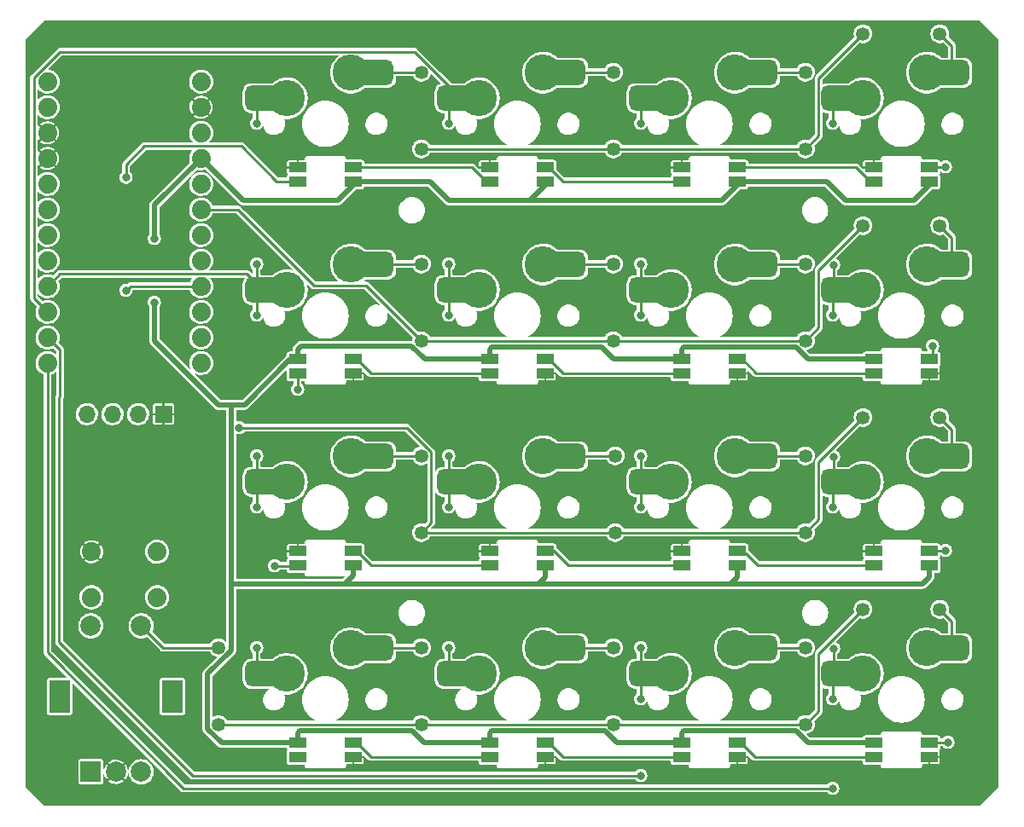
<source format=gbl>
%TF.GenerationSoftware,KiCad,Pcbnew,(6.0.9)*%
%TF.CreationDate,2022-11-11T19:33:00-07:00*%
%TF.ProjectId,dumbpad,64756d62-7061-4642-9e6b-696361645f70,rev?*%
%TF.SameCoordinates,Original*%
%TF.FileFunction,Copper,L2,Bot*%
%TF.FilePolarity,Positive*%
%FSLAX46Y46*%
G04 Gerber Fmt 4.6, Leading zero omitted, Abs format (unit mm)*
G04 Created by KiCad (PCBNEW (6.0.9)) date 2022-11-11 19:33:00*
%MOMM*%
%LPD*%
G01*
G04 APERTURE LIST*
G04 Aperture macros list*
%AMRoundRect*
0 Rectangle with rounded corners*
0 $1 Rounding radius*
0 $2 $3 $4 $5 $6 $7 $8 $9 X,Y pos of 4 corners*
0 Add a 4 corners polygon primitive as box body*
4,1,4,$2,$3,$4,$5,$6,$7,$8,$9,$2,$3,0*
0 Add four circle primitives for the rounded corners*
1,1,$1+$1,$2,$3*
1,1,$1+$1,$4,$5*
1,1,$1+$1,$6,$7*
1,1,$1+$1,$8,$9*
0 Add four rect primitives between the rounded corners*
20,1,$1+$1,$2,$3,$4,$5,0*
20,1,$1+$1,$4,$5,$6,$7,0*
20,1,$1+$1,$6,$7,$8,$9,0*
20,1,$1+$1,$8,$9,$2,$3,0*%
G04 Aperture macros list end*
%TA.AperFunction,ComponentPad*%
%ADD10C,1.879600*%
%TD*%
%TA.AperFunction,ComponentPad*%
%ADD11R,1.700000X1.700000*%
%TD*%
%TA.AperFunction,ComponentPad*%
%ADD12O,1.700000X1.700000*%
%TD*%
%TA.AperFunction,ComponentPad*%
%ADD13R,2.000000X2.000000*%
%TD*%
%TA.AperFunction,ComponentPad*%
%ADD14C,2.000000*%
%TD*%
%TA.AperFunction,ComponentPad*%
%ADD15R,2.000000X3.200000*%
%TD*%
%TA.AperFunction,ComponentPad*%
%ADD16C,3.600000*%
%TD*%
%TA.AperFunction,SMDPad,CuDef*%
%ADD17RoundRect,0.625000X1.125000X0.625000X-1.125000X0.625000X-1.125000X-0.625000X1.125000X-0.625000X0*%
%TD*%
%TA.AperFunction,ComponentPad*%
%ADD18C,1.350000*%
%TD*%
%TA.AperFunction,SMDPad,CuDef*%
%ADD19R,1.700000X1.000000*%
%TD*%
%TA.AperFunction,ViaPad*%
%ADD20C,0.800000*%
%TD*%
%TA.AperFunction,Conductor*%
%ADD21C,0.250000*%
%TD*%
%TA.AperFunction,Conductor*%
%ADD22C,0.500000*%
%TD*%
G04 APERTURE END LIST*
D10*
%TO.P,S17,1,1*%
%TO.N,GND*%
X106799900Y-118743000D03*
%TO.P,S17,2*%
%TO.N,N/C*%
X113302300Y-118743000D03*
%TO.P,S17,3,2*%
%TO.N,/RESET*%
X106799900Y-123264200D03*
%TO.P,S17,4*%
%TO.N,N/C*%
X113302300Y-123264200D03*
%TD*%
%TO.P,B1,1,TXO*%
%TO.N,/NC{slash}TX{slash}D3*%
X102431100Y-72053600D03*
%TO.P,B1,2,RXI*%
%TO.N,/NC{slash}RX{slash}D2*%
X102431100Y-74593600D03*
%TO.P,B1,3,GND@1*%
%TO.N,GND*%
X102431100Y-77133600D03*
%TO.P,B1,4,GND*%
X102431100Y-79673600D03*
%TO.P,B1,5,2*%
%TO.N,/SCL*%
X102431100Y-82213600D03*
%TO.P,B1,6,\u002A3*%
%TO.N,/SDA*%
X102431100Y-84753600D03*
%TO.P,B1,7,4*%
%TO.N,/ENCODER0_L1*%
X102431100Y-87293600D03*
%TO.P,B1,8,\u002A5*%
%TO.N,/COL0*%
X102431100Y-89833600D03*
%TO.P,B1,9,\u002A6*%
%TO.N,/COL1*%
X102431100Y-92373600D03*
%TO.P,B1,10,7*%
%TO.N,/COL2*%
X102431100Y-94913600D03*
%TO.P,B1,11,8*%
%TO.N,/COL3*%
X102431100Y-97453600D03*
%TO.P,B1,12,\u002A9*%
%TO.N,/COL4*%
X102431100Y-99993600D03*
%TO.P,B1,13,\u002A10*%
%TO.N,unconnected-(B1-Pad13)*%
X117671100Y-99993600D03*
%TO.P,B1,14,11(MOSI)*%
%TO.N,/ENCODER0_L0*%
X117671100Y-97453600D03*
%TO.P,B1,15,12(MISO)*%
%TO.N,unconnected-(B1-Pad15)*%
X117671100Y-94913600D03*
%TO.P,B1,16,13(SCK)*%
%TO.N,/KEY_LEDS*%
X117671100Y-92373600D03*
%TO.P,B1,17,A0*%
%TO.N,/ROW3*%
X117671100Y-89833600D03*
%TO.P,B1,18,A1*%
%TO.N,/ROW2*%
X117671100Y-87293600D03*
%TO.P,B1,19,A2*%
%TO.N,/ROW1*%
X117671100Y-84753600D03*
%TO.P,B1,20,A3*%
%TO.N,/ROW0*%
X117671100Y-82213600D03*
%TO.P,B1,21,VCC*%
%TO.N,VCC*%
X117671100Y-79673600D03*
%TO.P,B1,22,RESET*%
%TO.N,/RESET*%
X117671100Y-77133600D03*
%TO.P,B1,23,GND@2*%
%TO.N,GND*%
X117671100Y-74593600D03*
%TO.P,B1,24,RAW*%
%TO.N,/RAW*%
X117671100Y-72053600D03*
%TD*%
D11*
%TO.P,J1,1,Pin_1*%
%TO.N,GND*%
X113940000Y-105080000D03*
D12*
%TO.P,J1,2,Pin_2*%
%TO.N,VCC*%
X111400000Y-105080000D03*
%TO.P,J1,3,Pin_3*%
%TO.N,/SCL*%
X108860000Y-105080000D03*
%TO.P,J1,4,Pin_4*%
%TO.N,/SDA*%
X106320000Y-105080000D03*
%TD*%
D13*
%TO.P,RE_3_1,A,A*%
%TO.N,/ENCODER0_L1*%
X106720000Y-140600000D03*
D14*
%TO.P,RE_3_1,B,B*%
%TO.N,/ENCODER0_L0*%
X111720000Y-140600000D03*
%TO.P,RE_3_1,C,C*%
%TO.N,GND*%
X109220000Y-140600000D03*
D15*
%TO.P,RE_3_1,MP*%
%TO.N,N/C*%
X103620000Y-133100000D03*
X114820000Y-133100000D03*
D14*
%TO.P,RE_3_1,S1,1*%
%TO.N,Net-(D20-PadA)*%
X111720000Y-126100000D03*
%TO.P,RE_3_1,S2,2*%
%TO.N,/COL0*%
X106720000Y-126100000D03*
%TD*%
D16*
%TO.P,S1,1*%
%TO.N,N/C*%
X132541100Y-71173600D03*
%TO.P,S1,2*%
X126191100Y-73713600D03*
D17*
%TO.P,S1,S1,1*%
%TO.N,Net-(D1-PadA)*%
X135001100Y-71173600D03*
%TO.P,S1,S2,2*%
%TO.N,/COL1*%
X123801100Y-73713600D03*
%TD*%
D18*
%TO.P,D10,A,A*%
%TO.N,Net-(D10-PadA)*%
X158750000Y-109220000D03*
%TO.P,D10,C,C*%
%TO.N,/ROW2*%
X158750000Y-116840000D03*
%TD*%
D19*
%TO.P,LED7,1,VDD*%
%TO.N,VCC*%
X146301100Y-99630000D03*
%TO.P,LED7,2,DOUT*%
%TO.N,Net-(LED7-Pad2)*%
X146301100Y-101030000D03*
%TO.P,LED7,3,VSS*%
%TO.N,GND*%
X151801100Y-101030000D03*
%TO.P,LED7,4,DIN*%
%TO.N,Net-(LED6-Pad2)*%
X151801100Y-99630000D03*
%TD*%
D16*
%TO.P,S15,1*%
%TO.N,N/C*%
X170641100Y-128323600D03*
%TO.P,S15,2*%
X164291100Y-130863600D03*
D17*
%TO.P,S15,S1,1*%
%TO.N,Net-(D15-PadA)*%
X173101100Y-128323600D03*
%TO.P,S15,S2,2*%
%TO.N,/COL3*%
X161901100Y-130863600D03*
%TD*%
D16*
%TO.P,S8,1*%
%TO.N,N/C*%
X189691100Y-90223600D03*
%TO.P,S8,2*%
X183341100Y-92763600D03*
D17*
%TO.P,S8,S1,1*%
%TO.N,Net-(D8-PadA)*%
X192151100Y-90223600D03*
%TO.P,S8,S2,2*%
%TO.N,/COL4*%
X180951100Y-92763600D03*
%TD*%
D16*
%TO.P,S2,1*%
%TO.N,N/C*%
X151591100Y-71173600D03*
%TO.P,S2,2*%
X145241100Y-73713600D03*
D17*
%TO.P,S2,S1,1*%
%TO.N,Net-(D2-PadA)*%
X154051100Y-71173600D03*
%TO.P,S2,S2,2*%
%TO.N,/COL2*%
X142851100Y-73713600D03*
%TD*%
D18*
%TO.P,D8,A,A*%
%TO.N,Net-(D8-PadA)*%
X190961100Y-86360000D03*
%TO.P,D8,C,C*%
%TO.N,/ROW1*%
X183341100Y-86360000D03*
%TD*%
%TO.P,D6,A,A*%
%TO.N,Net-(D6-PadA)*%
X158576100Y-90170000D03*
%TO.P,D6,C,C*%
%TO.N,/ROW1*%
X158576100Y-97790000D03*
%TD*%
D19*
%TO.P,LED4,1,VDD*%
%TO.N,VCC*%
X189901100Y-81980000D03*
%TO.P,LED4,2,DOUT*%
%TO.N,Net-(LED4-Pad2)*%
X189901100Y-80580000D03*
%TO.P,LED4,3,VSS*%
%TO.N,GND*%
X184401100Y-80580000D03*
%TO.P,LED4,4,DIN*%
%TO.N,Net-(LED3-Pad2)*%
X184401100Y-81980000D03*
%TD*%
D16*
%TO.P,S4,1*%
%TO.N,N/C*%
X189691100Y-71173600D03*
%TO.P,S4,2*%
X183341100Y-73713600D03*
D17*
%TO.P,S4,S1,1*%
%TO.N,Net-(D4-PadA)*%
X192151100Y-71173600D03*
%TO.P,S4,S2,2*%
%TO.N,/COL4*%
X180951100Y-73713600D03*
%TD*%
D16*
%TO.P,S5,1*%
%TO.N,N/C*%
X132541100Y-90223600D03*
%TO.P,S5,2*%
X126191100Y-92763600D03*
D17*
%TO.P,S5,S1,1*%
%TO.N,Net-(D5-PadA)*%
X135001100Y-90223600D03*
%TO.P,S5,S2,2*%
%TO.N,/COL1*%
X123801100Y-92763600D03*
%TD*%
D18*
%TO.P,D4,A,A*%
%TO.N,Net-(D4-PadA)*%
X190961100Y-67310000D03*
%TO.P,D4,C,C*%
%TO.N,/ROW0*%
X183341100Y-67310000D03*
%TD*%
D19*
%TO.P,LED12,1,VDD*%
%TO.N,VCC*%
X189901100Y-120080000D03*
%TO.P,LED12,2,DOUT*%
%TO.N,Net-(LED12-Pad2)*%
X189901100Y-118680000D03*
%TO.P,LED12,3,VSS*%
%TO.N,GND*%
X184401100Y-118680000D03*
%TO.P,LED12,4,DIN*%
%TO.N,Net-(LED11-Pad2)*%
X184401100Y-120080000D03*
%TD*%
%TO.P,LED3,1,VDD*%
%TO.N,VCC*%
X170851100Y-81980000D03*
%TO.P,LED3,2,DOUT*%
%TO.N,Net-(LED3-Pad2)*%
X170851100Y-80580000D03*
%TO.P,LED3,3,VSS*%
%TO.N,GND*%
X165351100Y-80580000D03*
%TO.P,LED3,4,DIN*%
%TO.N,Net-(LED2-Pad2)*%
X165351100Y-81980000D03*
%TD*%
D16*
%TO.P,S14,1*%
%TO.N,N/C*%
X151591100Y-128323600D03*
%TO.P,S14,2*%
X145241100Y-130863600D03*
D17*
%TO.P,S14,S1,1*%
%TO.N,Net-(D14-PadA)*%
X154051100Y-128323600D03*
%TO.P,S14,S2,2*%
%TO.N,/COL2*%
X142851100Y-130863600D03*
%TD*%
D16*
%TO.P,S11,1*%
%TO.N,N/C*%
X170641100Y-109273600D03*
%TO.P,S11,2*%
X164291100Y-111813600D03*
D17*
%TO.P,S11,S1,1*%
%TO.N,Net-(D11-PadA)*%
X173101100Y-109273600D03*
%TO.P,S11,S2,2*%
%TO.N,/COL3*%
X161901100Y-111813600D03*
%TD*%
D19*
%TO.P,LED16,1,VDD*%
%TO.N,VCC*%
X127251100Y-137730000D03*
%TO.P,LED16,2,DOUT*%
%TO.N,unconnected-(LED16-Pad2)*%
X127251100Y-139130000D03*
%TO.P,LED16,3,VSS*%
%TO.N,GND*%
X132751100Y-139130000D03*
%TO.P,LED16,4,DIN*%
%TO.N,Net-(LED15-Pad2)*%
X132751100Y-137730000D03*
%TD*%
D16*
%TO.P,S7,1*%
%TO.N,N/C*%
X170641100Y-90223600D03*
%TO.P,S7,2*%
X164291100Y-92763600D03*
D17*
%TO.P,S7,S1,1*%
%TO.N,Net-(D7-PadA)*%
X173101100Y-90223600D03*
%TO.P,S7,S2,2*%
%TO.N,/COL3*%
X161901100Y-92763600D03*
%TD*%
D16*
%TO.P,S6,1*%
%TO.N,N/C*%
X151591100Y-90223600D03*
%TO.P,S6,2*%
X145241100Y-92763600D03*
D17*
%TO.P,S6,S1,1*%
%TO.N,Net-(D6-PadA)*%
X154051100Y-90223600D03*
%TO.P,S6,S2,2*%
%TO.N,/COL2*%
X142851100Y-92763600D03*
%TD*%
D18*
%TO.P,D9,A,A*%
%TO.N,Net-(D9-PadA)*%
X139526100Y-109220000D03*
%TO.P,D9,C,C*%
%TO.N,/ROW2*%
X139526100Y-116840000D03*
%TD*%
%TO.P,D11,A,A*%
%TO.N,Net-(D11-PadA)*%
X177626100Y-109220000D03*
%TO.P,D11,C,C*%
%TO.N,/ROW2*%
X177626100Y-116840000D03*
%TD*%
D19*
%TO.P,LED10,1,VDD*%
%TO.N,VCC*%
X151801100Y-120080000D03*
%TO.P,LED10,2,DOUT*%
%TO.N,Net-(LED10-Pad2)*%
X151801100Y-118680000D03*
%TO.P,LED10,3,VSS*%
%TO.N,GND*%
X146301100Y-118680000D03*
%TO.P,LED10,4,DIN*%
%TO.N,Net-(LED10-Pad4)*%
X146301100Y-120080000D03*
%TD*%
D18*
%TO.P,D13,A,A*%
%TO.N,Net-(D13-PadA)*%
X139526100Y-128270000D03*
%TO.P,D13,C,C*%
%TO.N,/ROW3*%
X139526100Y-135890000D03*
%TD*%
D19*
%TO.P,LED2,1,VDD*%
%TO.N,VCC*%
X151801100Y-81980000D03*
%TO.P,LED2,2,DOUT*%
%TO.N,Net-(LED2-Pad2)*%
X151801100Y-80580000D03*
%TO.P,LED2,3,VSS*%
%TO.N,GND*%
X146301100Y-80580000D03*
%TO.P,LED2,4,DIN*%
%TO.N,Net-(LED1-Pad2)*%
X146301100Y-81980000D03*
%TD*%
D16*
%TO.P,S12,1*%
%TO.N,N/C*%
X189691100Y-109273600D03*
%TO.P,S12,2*%
X183341100Y-111813600D03*
D17*
%TO.P,S12,S1,1*%
%TO.N,Net-(D12-PadA)*%
X192151100Y-109273600D03*
%TO.P,S12,S2,2*%
%TO.N,/COL4*%
X180951100Y-111813600D03*
%TD*%
D18*
%TO.P,D20,A,A*%
%TO.N,Net-(D20-PadA)*%
X119380000Y-128270000D03*
%TO.P,D20,C,C*%
%TO.N,/ROW3*%
X119380000Y-135890000D03*
%TD*%
D19*
%TO.P,LED13,1,VDD*%
%TO.N,VCC*%
X184401100Y-137730000D03*
%TO.P,LED13,2,DOUT*%
%TO.N,Net-(LED13-Pad2)*%
X184401100Y-139130000D03*
%TO.P,LED13,3,VSS*%
%TO.N,GND*%
X189901100Y-139130000D03*
%TO.P,LED13,4,DIN*%
%TO.N,Net-(LED12-Pad2)*%
X189901100Y-137730000D03*
%TD*%
D18*
%TO.P,D7,A,A*%
%TO.N,Net-(D7-PadA)*%
X177626100Y-90170000D03*
%TO.P,D7,C,C*%
%TO.N,/ROW1*%
X177626100Y-97790000D03*
%TD*%
D19*
%TO.P,LED5,1,VDD*%
%TO.N,VCC*%
X184401100Y-99630000D03*
%TO.P,LED5,2,DOUT*%
%TO.N,Net-(LED5-Pad2)*%
X184401100Y-101030000D03*
%TO.P,LED5,3,VSS*%
%TO.N,GND*%
X189901100Y-101030000D03*
%TO.P,LED5,4,DIN*%
%TO.N,Net-(LED4-Pad2)*%
X189901100Y-99630000D03*
%TD*%
D16*
%TO.P,S3,1*%
%TO.N,N/C*%
X170641100Y-71173600D03*
%TO.P,S3,2*%
X164291100Y-73713600D03*
D17*
%TO.P,S3,S1,1*%
%TO.N,Net-(D3-PadA)*%
X173101100Y-71173600D03*
%TO.P,S3,S2,2*%
%TO.N,/COL3*%
X161901100Y-73713600D03*
%TD*%
D18*
%TO.P,D5,A,A*%
%TO.N,Net-(D5-PadA)*%
X139526100Y-90170000D03*
%TO.P,D5,C,C*%
%TO.N,/ROW1*%
X139526100Y-97790000D03*
%TD*%
%TO.P,D16,A,A*%
%TO.N,Net-(D16-PadA)*%
X190961100Y-124460000D03*
%TO.P,D16,C,C*%
%TO.N,/ROW3*%
X183341100Y-124460000D03*
%TD*%
%TO.P,D14,A,A*%
%TO.N,Net-(D14-PadA)*%
X158576100Y-128270000D03*
%TO.P,D14,C,C*%
%TO.N,/ROW3*%
X158576100Y-135890000D03*
%TD*%
%TO.P,D3,A,A*%
%TO.N,Net-(D3-PadA)*%
X177626100Y-71120000D03*
%TO.P,D3,C,C*%
%TO.N,/ROW0*%
X177626100Y-78740000D03*
%TD*%
%TO.P,D15,A,A*%
%TO.N,Net-(D15-PadA)*%
X177626100Y-128270000D03*
%TO.P,D15,C,C*%
%TO.N,/ROW3*%
X177626100Y-135890000D03*
%TD*%
D19*
%TO.P,LED6,1,VDD*%
%TO.N,VCC*%
X165351100Y-99630000D03*
%TO.P,LED6,2,DOUT*%
%TO.N,Net-(LED6-Pad2)*%
X165351100Y-101030000D03*
%TO.P,LED6,3,VSS*%
%TO.N,GND*%
X170851100Y-101030000D03*
%TO.P,LED6,4,DIN*%
%TO.N,Net-(LED5-Pad2)*%
X170851100Y-99630000D03*
%TD*%
%TO.P,LED1,1,VDD*%
%TO.N,VCC*%
X132751100Y-81980000D03*
%TO.P,LED1,2,DOUT*%
%TO.N,Net-(LED1-Pad2)*%
X132751100Y-80580000D03*
%TO.P,LED1,3,VSS*%
%TO.N,GND*%
X127251100Y-80580000D03*
%TO.P,LED1,4,DIN*%
%TO.N,/KEY_LEDS*%
X127251100Y-81980000D03*
%TD*%
D16*
%TO.P,S13,1*%
%TO.N,N/C*%
X132541100Y-128327200D03*
%TO.P,S13,2*%
X126191100Y-130867200D03*
D17*
%TO.P,S13,S1,1*%
%TO.N,Net-(D13-PadA)*%
X135001100Y-128327200D03*
%TO.P,S13,S2,2*%
%TO.N,/COL1*%
X123801100Y-130867200D03*
%TD*%
D19*
%TO.P,LED9,1,VDD*%
%TO.N,VCC*%
X132751100Y-120080000D03*
%TO.P,LED9,2,DOUT*%
%TO.N,Net-(LED10-Pad4)*%
X132751100Y-118680000D03*
%TO.P,LED9,3,VSS*%
%TO.N,GND*%
X127251100Y-118680000D03*
%TO.P,LED9,4,DIN*%
%TO.N,Net-(LED8-Pad2)*%
X127251100Y-120080000D03*
%TD*%
D16*
%TO.P,S9,1*%
%TO.N,N/C*%
X132541100Y-109273600D03*
%TO.P,S9,2*%
X126191100Y-111813600D03*
D17*
%TO.P,S9,S1,1*%
%TO.N,Net-(D9-PadA)*%
X135001100Y-109273600D03*
%TO.P,S9,S2,2*%
%TO.N,/COL1*%
X123801100Y-111813600D03*
%TD*%
D19*
%TO.P,LED11,1,VDD*%
%TO.N,VCC*%
X170851100Y-120080000D03*
%TO.P,LED11,2,DOUT*%
%TO.N,Net-(LED11-Pad2)*%
X170851100Y-118680000D03*
%TO.P,LED11,3,VSS*%
%TO.N,GND*%
X165351100Y-118680000D03*
%TO.P,LED11,4,DIN*%
%TO.N,Net-(LED10-Pad2)*%
X165351100Y-120080000D03*
%TD*%
D18*
%TO.P,D1,A,A*%
%TO.N,Net-(D1-PadA)*%
X139526100Y-71120000D03*
%TO.P,D1,C,C*%
%TO.N,/ROW0*%
X139526100Y-78740000D03*
%TD*%
D16*
%TO.P,S16,1*%
%TO.N,N/C*%
X189691100Y-128327200D03*
%TO.P,S16,2*%
X183341100Y-130867200D03*
D17*
%TO.P,S16,S1,1*%
%TO.N,Net-(D16-PadA)*%
X192151100Y-128327200D03*
%TO.P,S16,S2,2*%
%TO.N,/COL4*%
X180951100Y-130867200D03*
%TD*%
D19*
%TO.P,LED15,1,VDD*%
%TO.N,VCC*%
X146301100Y-137730000D03*
%TO.P,LED15,2,DOUT*%
%TO.N,Net-(LED15-Pad2)*%
X146301100Y-139130000D03*
%TO.P,LED15,3,VSS*%
%TO.N,GND*%
X151801100Y-139130000D03*
%TO.P,LED15,4,DIN*%
%TO.N,Net-(LED14-Pad2)*%
X151801100Y-137730000D03*
%TD*%
D18*
%TO.P,D12,A,A*%
%TO.N,Net-(D12-PadA)*%
X190961100Y-105410000D03*
%TO.P,D12,C,C*%
%TO.N,/ROW2*%
X183341100Y-105410000D03*
%TD*%
D19*
%TO.P,LED8,1,VDD*%
%TO.N,VCC*%
X127251100Y-99630000D03*
%TO.P,LED8,2,DOUT*%
%TO.N,Net-(LED8-Pad2)*%
X127251100Y-101030000D03*
%TO.P,LED8,3,VSS*%
%TO.N,GND*%
X132751100Y-101030000D03*
%TO.P,LED8,4,DIN*%
%TO.N,Net-(LED7-Pad2)*%
X132751100Y-99630000D03*
%TD*%
D18*
%TO.P,D2,A,A*%
%TO.N,Net-(D2-PadA)*%
X158576100Y-71120000D03*
%TO.P,D2,C,C*%
%TO.N,/ROW0*%
X158576100Y-78740000D03*
%TD*%
D19*
%TO.P,LED14,1,VDD*%
%TO.N,VCC*%
X165351100Y-137730000D03*
%TO.P,LED14,2,DOUT*%
%TO.N,Net-(LED14-Pad2)*%
X165351100Y-139130000D03*
%TO.P,LED14,3,VSS*%
%TO.N,GND*%
X170851100Y-139130000D03*
%TO.P,LED14,4,DIN*%
%TO.N,Net-(LED13-Pad2)*%
X170851100Y-137730000D03*
%TD*%
D16*
%TO.P,S10,1*%
%TO.N,N/C*%
X151591100Y-109273600D03*
%TO.P,S10,2*%
X145241100Y-111813600D03*
D17*
%TO.P,S10,S1,1*%
%TO.N,Net-(D10-PadA)*%
X154051100Y-109273600D03*
%TO.P,S10,S2,2*%
%TO.N,/COL2*%
X142851100Y-111813600D03*
%TD*%
D20*
%TO.N,VCC*%
X113030000Y-87630000D03*
X113030000Y-93980000D03*
%TO.N,/ROW2*%
X121451900Y-106426000D03*
%TO.N,/COL4*%
X180340000Y-133350000D03*
X180340000Y-142240000D03*
X180414191Y-128344191D03*
X180414191Y-109294191D03*
X180340000Y-95250000D03*
X180340000Y-114300000D03*
X180414191Y-90244191D03*
X180340000Y-76200000D03*
%TO.N,/COL3*%
X161290000Y-140970000D03*
X161290000Y-128270000D03*
X161290000Y-95250000D03*
X161290000Y-109220000D03*
X161290000Y-76200000D03*
X161290000Y-133350000D03*
X161290000Y-90170000D03*
X161290000Y-114300000D03*
%TO.N,/COL2*%
X142240000Y-128270000D03*
X142240000Y-76200000D03*
X142240000Y-90170000D03*
X142240000Y-95250000D03*
X142240000Y-109220000D03*
X142240000Y-114300000D03*
%TO.N,/COL1*%
X123190000Y-90170000D03*
X123190000Y-95250000D03*
X123190000Y-76200000D03*
X123190000Y-114300000D03*
X123190000Y-109220000D03*
X123190000Y-128270000D03*
%TO.N,/KEY_LEDS*%
X110210551Y-92795847D03*
X110210551Y-81562346D03*
%TO.N,Net-(LED4-Pad2)*%
X191516000Y-80518000D03*
X190246000Y-98298000D03*
%TO.N,Net-(LED8-Pad2)*%
X127254000Y-102616000D03*
X124968000Y-120142000D03*
%TO.N,Net-(LED12-Pad2)*%
X191770000Y-137668000D03*
X191516000Y-118618000D03*
%TD*%
D21*
%TO.N,/ROW0*%
X177626100Y-78740000D02*
X158576100Y-78740000D01*
X183341100Y-67310000D02*
X178924180Y-71726920D01*
X158576100Y-78740000D02*
X139526100Y-78740000D01*
X178924180Y-71726920D02*
X178924180Y-77441920D01*
X178924180Y-77441920D02*
X177626100Y-78740000D01*
%TO.N,/ROW1*%
X139526100Y-97790000D02*
X134036611Y-92300511D01*
X178924180Y-90776920D02*
X178924180Y-96491920D01*
X183341100Y-86360000D02*
X178924180Y-90776920D01*
X178924180Y-96491920D02*
X177626100Y-97790000D01*
X121329600Y-84753600D02*
X117671100Y-84753600D01*
X134036611Y-92300511D02*
X128876511Y-92300511D01*
X128876511Y-92300511D02*
X121329600Y-84753600D01*
X158576100Y-97790000D02*
X139526100Y-97790000D01*
X177626100Y-97790000D02*
X158576100Y-97790000D01*
D22*
%TO.N,VCC*%
X140400000Y-81980000D02*
X142240000Y-83820000D01*
X132751100Y-82340637D02*
X132751100Y-81980000D01*
X120650000Y-128522983D02*
X120650000Y-121920000D01*
X131271737Y-83820000D02*
X132751100Y-82340637D01*
X165351100Y-99630000D02*
X165351100Y-98630000D01*
X118303089Y-130869894D02*
X120650000Y-128522983D01*
X127251100Y-99630000D02*
X127251100Y-98630000D01*
X177862000Y-99630000D02*
X184401100Y-99630000D01*
X139762000Y-137730000D02*
X146301100Y-137730000D01*
X181610000Y-83820000D02*
X188421737Y-83820000D01*
X138586280Y-136554280D02*
X139762000Y-137730000D01*
X150321737Y-83820000D02*
X151801100Y-82340637D01*
X176686280Y-98454280D02*
X177862000Y-99630000D01*
X121817500Y-83820000D02*
X131271737Y-83820000D01*
X120650000Y-104140000D02*
X120650000Y-121920000D01*
X165526820Y-136554280D02*
X176686280Y-136554280D01*
X151801100Y-120080000D02*
X151801100Y-121248900D01*
X165351100Y-137730000D02*
X165351100Y-136730000D01*
X131911100Y-121920000D02*
X189230000Y-121920000D01*
X120650000Y-104140000D02*
X121920000Y-104140000D01*
X117671100Y-79673600D02*
X121817500Y-83820000D01*
X151801100Y-121248900D02*
X151130000Y-121920000D01*
X118303089Y-130869894D02*
X118303089Y-136336072D01*
X176686280Y-136554280D02*
X177862000Y-137730000D01*
X127251100Y-137730000D02*
X127251100Y-136730000D01*
X170851100Y-81980000D02*
X179770000Y-81980000D01*
X113030000Y-87630000D02*
X113030000Y-84314700D01*
X165351100Y-98630000D02*
X165526820Y-98454280D01*
X177862000Y-137730000D02*
X184401100Y-137730000D01*
X127583100Y-98298000D02*
X138511117Y-98298000D01*
X127426820Y-136554280D02*
X138586280Y-136554280D01*
X189901100Y-82340637D02*
X189901100Y-81980000D01*
X146301100Y-137730000D02*
X146301100Y-136730000D01*
X146476820Y-136554280D02*
X157717397Y-136554280D01*
X146301100Y-136730000D02*
X146476820Y-136554280D01*
X189901100Y-121248900D02*
X189230000Y-121920000D01*
X146301100Y-98630000D02*
X146476820Y-98454280D01*
X120650000Y-121920000D02*
X131911100Y-121920000D01*
X170851100Y-82340637D02*
X170851100Y-81980000D01*
X170851100Y-120080000D02*
X170851100Y-121248900D01*
X113030000Y-84314700D02*
X117671100Y-79673600D01*
X150321737Y-83820000D02*
X169371737Y-83820000D01*
X158558000Y-99630000D02*
X165351100Y-99630000D01*
X126497278Y-99630000D02*
X121987278Y-104140000D01*
X121987278Y-104140000D02*
X121920000Y-104140000D01*
X139843117Y-99630000D02*
X146301100Y-99630000D01*
X142240000Y-83820000D02*
X150321737Y-83820000D01*
X189901100Y-120080000D02*
X189901100Y-121248900D01*
X151801100Y-82340637D02*
X151801100Y-81980000D01*
X146476820Y-98454280D02*
X157382280Y-98454280D01*
X132751100Y-121080000D02*
X132751100Y-120080000D01*
X188421737Y-83820000D02*
X189901100Y-82340637D01*
X170851100Y-121248900D02*
X170180000Y-121920000D01*
X138511117Y-98298000D02*
X139843117Y-99630000D01*
X113030000Y-97790000D02*
X113030000Y-93980000D01*
X165526820Y-98454280D02*
X176686280Y-98454280D01*
X119697017Y-137730000D02*
X127251100Y-137730000D01*
X119380000Y-104140000D02*
X113030000Y-97790000D01*
X132751100Y-81980000D02*
X140400000Y-81980000D01*
X127251100Y-99630000D02*
X126497278Y-99630000D01*
X127251100Y-136730000D02*
X127426820Y-136554280D01*
X127251100Y-98630000D02*
X127583100Y-98298000D01*
X157717397Y-136554280D02*
X158893117Y-137730000D01*
X158893117Y-137730000D02*
X165351100Y-137730000D01*
X165351100Y-136730000D02*
X165526820Y-136554280D01*
X118303089Y-136336072D02*
X119697017Y-137730000D01*
X146301100Y-99630000D02*
X146301100Y-98630000D01*
X179770000Y-81980000D02*
X181610000Y-83820000D01*
X169371737Y-83820000D02*
X170851100Y-82340637D01*
X157382280Y-98454280D02*
X158558000Y-99630000D01*
X131911100Y-121920000D02*
X132751100Y-121080000D01*
X120650000Y-104140000D02*
X119380000Y-104140000D01*
D21*
%TO.N,/ROW2*%
X138078307Y-106426000D02*
X140478011Y-108825704D01*
X121451900Y-106426000D02*
X138078307Y-106426000D01*
X183341100Y-105410000D02*
X178924180Y-109826920D01*
X139526100Y-116840000D02*
X158750000Y-116840000D01*
X178924180Y-115541920D02*
X177626100Y-116840000D01*
X140478011Y-108825704D02*
X140478011Y-115888089D01*
X158750000Y-116840000D02*
X177626100Y-116840000D01*
X140478011Y-115888089D02*
X139526100Y-116840000D01*
X178924180Y-109826920D02*
X178924180Y-115541920D01*
%TO.N,/ROW3*%
X158576100Y-135890000D02*
X139526100Y-135890000D01*
X119380000Y-135890000D02*
X139526100Y-135890000D01*
X183341100Y-124460000D02*
X178924180Y-128876920D01*
X177626100Y-135890000D02*
X158576100Y-135890000D01*
X178924180Y-134591920D02*
X177626100Y-135890000D01*
X178924180Y-128876920D02*
X178924180Y-134591920D01*
%TO.N,/COL4*%
X180414191Y-92226691D02*
X180951100Y-92763600D01*
X180414191Y-109294191D02*
X180414191Y-111276691D01*
X180340000Y-133350000D02*
X180340000Y-131478300D01*
X102431100Y-99993600D02*
X102431100Y-128757278D01*
X180340000Y-93374700D02*
X180340000Y-95250000D01*
X180414191Y-128344191D02*
X180414191Y-130330291D01*
X180414191Y-90244191D02*
X180414191Y-92226691D01*
X180340000Y-112424700D02*
X180340000Y-114300000D01*
X180951100Y-92763600D02*
X180340000Y-93374700D01*
X180414191Y-111276691D02*
X180951100Y-111813600D01*
X180414191Y-130330291D02*
X180951100Y-130867200D01*
X180340000Y-74324700D02*
X180340000Y-76200000D01*
X180951100Y-73713600D02*
X180340000Y-74324700D01*
X180340000Y-131478300D02*
X180951100Y-130867200D01*
X102431100Y-128757278D02*
X115913822Y-142240000D01*
X115913822Y-142240000D02*
X180340000Y-142240000D01*
X180951100Y-111813600D02*
X180340000Y-112424700D01*
%TO.N,/COL3*%
X161290000Y-112424700D02*
X161290000Y-114300000D01*
X103647811Y-103362189D02*
X103584389Y-103425611D01*
X161290000Y-90170000D02*
X161290000Y-92152500D01*
X161901100Y-111813600D02*
X161290000Y-112424700D01*
X103584389Y-103425611D02*
X103584389Y-127714389D01*
X161290000Y-140970000D02*
X116840000Y-140970000D01*
X161290000Y-131474700D02*
X161901100Y-130863600D01*
X161290000Y-111202500D02*
X161901100Y-111813600D01*
X161290000Y-128270000D02*
X161290000Y-130252500D01*
X161290000Y-92152500D02*
X161901100Y-92763600D01*
X161901100Y-73713600D02*
X161290000Y-74324700D01*
X161290000Y-130252500D02*
X161901100Y-130863600D01*
X161290000Y-74324700D02*
X161290000Y-76200000D01*
X161290000Y-93374700D02*
X161290000Y-95250000D01*
X103647811Y-98670311D02*
X103647811Y-103362189D01*
X102431100Y-97453600D02*
X103647811Y-98670311D01*
X161901100Y-92763600D02*
X161290000Y-93374700D01*
X161290000Y-109220000D02*
X161290000Y-111202500D01*
X103584389Y-127714389D02*
X116840000Y-140970000D01*
X161290000Y-133350000D02*
X161290000Y-131474700D01*
%TO.N,/COL2*%
X142240000Y-90170000D02*
X142240000Y-92152500D01*
X101092000Y-71672010D02*
X103667321Y-69096689D01*
X102431100Y-94913600D02*
X101092000Y-93574500D01*
X142240000Y-130252500D02*
X142851100Y-130863600D01*
X101092000Y-93574500D02*
X101092000Y-71672010D01*
X142240000Y-112424700D02*
X142240000Y-114300000D01*
X142851100Y-73713600D02*
X142240000Y-74324700D01*
X142851100Y-73098793D02*
X142851100Y-73713600D01*
X142851100Y-111813600D02*
X142240000Y-112424700D01*
X142240000Y-111202500D02*
X142851100Y-111813600D01*
X142240000Y-74324700D02*
X142240000Y-76200000D01*
X103667321Y-69096689D02*
X138848996Y-69096689D01*
X142851100Y-92763600D02*
X142240000Y-93374700D01*
X142240000Y-93374700D02*
X142240000Y-95250000D01*
X142240000Y-109220000D02*
X142240000Y-111202500D01*
X142240000Y-128270000D02*
X142240000Y-130252500D01*
X142240000Y-92152500D02*
X142851100Y-92763600D01*
X138848996Y-69096689D02*
X142851100Y-73098793D01*
%TO.N,/COL1*%
X123801100Y-73713600D02*
X123190000Y-74324700D01*
X123190000Y-130256100D02*
X123801100Y-130867200D01*
X102431100Y-92373600D02*
X103647811Y-91156889D01*
X123801100Y-92763600D02*
X123190000Y-93374700D01*
X103647811Y-91156889D02*
X122194389Y-91156889D01*
X123190000Y-90170000D02*
X123190000Y-92152500D01*
X123190000Y-112424700D02*
X123190000Y-114300000D01*
X123190000Y-111202500D02*
X123801100Y-111813600D01*
X123801100Y-111813600D02*
X123190000Y-112424700D01*
X122194389Y-91156889D02*
X123801100Y-92763600D01*
X123190000Y-74324700D02*
X123190000Y-76200000D01*
X123190000Y-128270000D02*
X123190000Y-130256100D01*
X123190000Y-109220000D02*
X123190000Y-111202500D01*
X123190000Y-93374700D02*
X123190000Y-95250000D01*
%TO.N,Net-(D1-PadA)*%
X135054700Y-71120000D02*
X139526100Y-71120000D01*
X135001100Y-71173600D02*
X135054700Y-71120000D01*
%TO.N,Net-(D2-PadA)*%
X154104700Y-71120000D02*
X158576100Y-71120000D01*
X154051100Y-71173600D02*
X154104700Y-71120000D01*
%TO.N,Net-(D3-PadA)*%
X173154700Y-71120000D02*
X177626100Y-71120000D01*
X173101100Y-71173600D02*
X173154700Y-71120000D01*
%TO.N,Net-(D4-PadA)*%
X190961100Y-67310000D02*
X192151100Y-68500000D01*
X192151100Y-68500000D02*
X192151100Y-71173600D01*
%TO.N,Net-(D5-PadA)*%
X135054700Y-90170000D02*
X139526100Y-90170000D01*
X135001100Y-90223600D02*
X135054700Y-90170000D01*
%TO.N,Net-(D6-PadA)*%
X154051100Y-90223600D02*
X154104700Y-90170000D01*
X154104700Y-90170000D02*
X158576100Y-90170000D01*
%TO.N,Net-(D7-PadA)*%
X173154700Y-90170000D02*
X173101100Y-90223600D01*
X177626100Y-90170000D02*
X173154700Y-90170000D01*
%TO.N,Net-(D8-PadA)*%
X192151100Y-87550000D02*
X192151100Y-90223600D01*
X190961100Y-86360000D02*
X192151100Y-87550000D01*
%TO.N,Net-(D9-PadA)*%
X135054700Y-109220000D02*
X139526100Y-109220000D01*
X135001100Y-109273600D02*
X135054700Y-109220000D01*
%TO.N,Net-(D10-PadA)*%
X154104700Y-109220000D02*
X154051100Y-109273600D01*
X158750000Y-109220000D02*
X154104700Y-109220000D01*
%TO.N,Net-(D11-PadA)*%
X173101100Y-109273600D02*
X173154700Y-109220000D01*
X173154700Y-109220000D02*
X177626100Y-109220000D01*
%TO.N,Net-(D12-PadA)*%
X192151100Y-106600000D02*
X192151100Y-109273600D01*
X190961100Y-105410000D02*
X192151100Y-106600000D01*
%TO.N,Net-(D13-PadA)*%
X135001100Y-128327200D02*
X135058300Y-128270000D01*
X135058300Y-128270000D02*
X139526100Y-128270000D01*
%TO.N,Net-(D14-PadA)*%
X154104700Y-128270000D02*
X158576100Y-128270000D01*
X154051100Y-128323600D02*
X154104700Y-128270000D01*
%TO.N,Net-(D15-PadA)*%
X173154700Y-128270000D02*
X177626100Y-128270000D01*
X173101100Y-128323600D02*
X173154700Y-128270000D01*
%TO.N,Net-(D16-PadA)*%
X190961100Y-124460000D02*
X192151100Y-125650000D01*
X192151100Y-125650000D02*
X192151100Y-128327200D01*
%TO.N,Net-(D20-PadA)*%
X113890000Y-128270000D02*
X111720000Y-126100000D01*
X119380000Y-128270000D02*
X113890000Y-128270000D01*
%TO.N,/KEY_LEDS*%
X110210551Y-80289449D02*
X112043600Y-78456400D01*
X112043600Y-78456400D02*
X121636400Y-78456400D01*
X110632798Y-92373600D02*
X117671100Y-92373600D01*
X125160000Y-81980000D02*
X127251100Y-81980000D01*
X121636400Y-78456400D02*
X125160000Y-81980000D01*
X110210551Y-92795847D02*
X110632798Y-92373600D01*
X110210551Y-81562346D02*
X110210551Y-80289449D01*
%TO.N,Net-(LED1-Pad2)*%
X144551100Y-80580000D02*
X145951100Y-81980000D01*
X132751100Y-80580000D02*
X144551100Y-80580000D01*
X145951100Y-81980000D02*
X146301100Y-81980000D01*
%TO.N,Net-(LED2-Pad2)*%
X153551100Y-81980000D02*
X165351100Y-81980000D01*
X151801100Y-80580000D02*
X152151100Y-80580000D01*
X152151100Y-80580000D02*
X153551100Y-81980000D01*
%TO.N,Net-(LED3-Pad2)*%
X170851100Y-80580000D02*
X182651100Y-80580000D01*
X182651100Y-80580000D02*
X184051100Y-81980000D01*
X184051100Y-81980000D02*
X184401100Y-81980000D01*
%TO.N,Net-(LED4-Pad2)*%
X191454000Y-80580000D02*
X191516000Y-80518000D01*
X189901100Y-80580000D02*
X191454000Y-80580000D01*
X190246000Y-98298000D02*
X190246000Y-99285100D01*
X190246000Y-99285100D02*
X189901100Y-99630000D01*
%TO.N,Net-(LED5-Pad2)*%
X172754922Y-101030000D02*
X184401100Y-101030000D01*
X171354922Y-99630000D02*
X172754922Y-101030000D01*
X170851100Y-99630000D02*
X171354922Y-99630000D01*
%TO.N,Net-(LED6-Pad2)*%
X153551100Y-101030000D02*
X165351100Y-101030000D01*
X151801100Y-99630000D02*
X152151100Y-99630000D01*
X152151100Y-99630000D02*
X153551100Y-101030000D01*
%TO.N,Net-(LED7-Pad2)*%
X134501100Y-101030000D02*
X146301100Y-101030000D01*
X132751100Y-99630000D02*
X133101100Y-99630000D01*
X133101100Y-99630000D02*
X134501100Y-101030000D01*
%TO.N,Net-(LED8-Pad2)*%
X124968000Y-120142000D02*
X127189100Y-120142000D01*
X127251100Y-102613100D02*
X127254000Y-102616000D01*
X127189100Y-120142000D02*
X127251100Y-120080000D01*
X127251100Y-101089100D02*
X127251100Y-102613100D01*
X127251100Y-101030000D02*
X127251100Y-101089100D01*
%TO.N,Net-(LED10-Pad4)*%
X132751100Y-118680000D02*
X133101100Y-118680000D01*
X133101100Y-118680000D02*
X134501100Y-120080000D01*
X134501100Y-120080000D02*
X146301100Y-120080000D01*
%TO.N,Net-(LED10-Pad2)*%
X154116000Y-120080000D02*
X152654000Y-118618000D01*
X165351100Y-120080000D02*
X154116000Y-120080000D01*
%TO.N,Net-(LED11-Pad2)*%
X172912000Y-120080000D02*
X171704000Y-118872000D01*
X184401100Y-120080000D02*
X172912000Y-120080000D01*
%TO.N,Net-(LED12-Pad2)*%
X189901100Y-118680000D02*
X191454000Y-118680000D01*
X191454000Y-118680000D02*
X191516000Y-118618000D01*
X189963100Y-137668000D02*
X189901100Y-137730000D01*
X191770000Y-137668000D02*
X189963100Y-137668000D01*
%TO.N,Net-(LED13-Pad2)*%
X170851100Y-137730000D02*
X171201100Y-137730000D01*
X171201100Y-137730000D02*
X172601100Y-139130000D01*
X172601100Y-139130000D02*
X184401100Y-139130000D01*
%TO.N,Net-(LED14-Pad2)*%
X152151100Y-137730000D02*
X153551100Y-139130000D01*
X153551100Y-139130000D02*
X165351100Y-139130000D01*
X151801100Y-137730000D02*
X152151100Y-137730000D01*
%TO.N,Net-(LED15-Pad2)*%
X133101100Y-137730000D02*
X134501100Y-139130000D01*
X134501100Y-139130000D02*
X146301100Y-139130000D01*
X132751100Y-137730000D02*
X133101100Y-137730000D01*
%TD*%
%TA.AperFunction,Conductor*%
%TO.N,GND*%
G36*
X194906548Y-66018966D02*
G01*
X196735734Y-67848152D01*
X196746600Y-67874386D01*
X196746600Y-142132814D01*
X196735734Y-142159048D01*
X194906548Y-143988234D01*
X194880314Y-143999100D01*
X102121886Y-143999100D01*
X102095652Y-143988234D01*
X100266466Y-142159048D01*
X100255600Y-142132814D01*
X100255600Y-139574933D01*
X105465500Y-139574933D01*
X105465501Y-141625066D01*
X105480266Y-141699301D01*
X105536516Y-141783484D01*
X105539557Y-141785516D01*
X105564980Y-141802503D01*
X105620699Y-141839734D01*
X105645831Y-141844733D01*
X105693147Y-141854145D01*
X105693150Y-141854145D01*
X105694933Y-141854500D01*
X106719718Y-141854500D01*
X107745066Y-141854499D01*
X107819301Y-141839734D01*
X107903484Y-141783484D01*
X107910063Y-141773638D01*
X107957703Y-141702341D01*
X107957703Y-141702340D01*
X107959734Y-141699301D01*
X107974500Y-141625067D01*
X107974500Y-141520848D01*
X108445249Y-141520848D01*
X108447516Y-141526220D01*
X108458843Y-141537253D01*
X108461480Y-141539389D01*
X108642389Y-141660269D01*
X108645372Y-141661889D01*
X108845285Y-141747778D01*
X108848503Y-141748824D01*
X109060718Y-141796843D01*
X109064089Y-141797287D01*
X109281497Y-141805829D01*
X109284880Y-141805652D01*
X109500210Y-141774431D01*
X109503513Y-141773638D01*
X109709546Y-141703699D01*
X109712634Y-141702325D01*
X109902486Y-141596002D01*
X109905269Y-141594089D01*
X109990059Y-141523571D01*
X109992689Y-141518572D01*
X109991445Y-141514564D01*
X109225217Y-140748335D01*
X109220000Y-140746174D01*
X109214783Y-140748335D01*
X108447355Y-141515764D01*
X108445249Y-141520848D01*
X107974500Y-141520848D01*
X107974500Y-140877737D01*
X107985366Y-140851503D01*
X108011600Y-140840637D01*
X108037834Y-140851503D01*
X108047559Y-140868605D01*
X108081295Y-141001444D01*
X108082426Y-141004638D01*
X108173516Y-141202227D01*
X108175214Y-141205167D01*
X108293731Y-141372865D01*
X108298507Y-141375878D01*
X108301732Y-141375149D01*
X109071665Y-140605217D01*
X109073826Y-140600000D01*
X109366174Y-140600000D01*
X109368335Y-140605217D01*
X110133635Y-141370516D01*
X110138852Y-141372677D01*
X110142730Y-141371071D01*
X110214089Y-141285269D01*
X110216002Y-141282486D01*
X110322325Y-141092634D01*
X110323699Y-141089546D01*
X110393638Y-140883513D01*
X110394431Y-140880210D01*
X110405220Y-140805796D01*
X110419738Y-140781394D01*
X110447260Y-140774404D01*
X110471662Y-140788922D01*
X110478895Y-140807886D01*
X110479839Y-140818674D01*
X110480257Y-140820233D01*
X110529669Y-141004638D01*
X110536653Y-141030703D01*
X110629421Y-141229646D01*
X110755326Y-141409457D01*
X110910543Y-141564674D01*
X111090354Y-141690579D01*
X111289297Y-141783347D01*
X111290854Y-141783764D01*
X111290859Y-141783766D01*
X111423933Y-141819423D01*
X111501326Y-141840161D01*
X111502930Y-141840301D01*
X111502934Y-141840302D01*
X111718388Y-141859151D01*
X111720000Y-141859292D01*
X111721612Y-141859151D01*
X111937066Y-141840302D01*
X111937070Y-141840301D01*
X111938674Y-141840161D01*
X112016067Y-141819423D01*
X112149141Y-141783766D01*
X112149146Y-141783764D01*
X112150703Y-141783347D01*
X112349646Y-141690579D01*
X112529457Y-141564674D01*
X112684674Y-141409457D01*
X112810579Y-141229646D01*
X112903347Y-141030703D01*
X112910332Y-141004638D01*
X112959743Y-140820233D01*
X112960161Y-140818674D01*
X112963423Y-140781394D01*
X112979151Y-140601612D01*
X112979292Y-140600000D01*
X112977510Y-140579634D01*
X112960302Y-140382934D01*
X112960301Y-140382930D01*
X112960161Y-140381326D01*
X112939423Y-140303933D01*
X112903766Y-140170859D01*
X112903764Y-140170854D01*
X112903347Y-140169297D01*
X112810579Y-139970354D01*
X112684674Y-139790543D01*
X112529457Y-139635326D01*
X112349646Y-139509421D01*
X112150703Y-139416653D01*
X112149146Y-139416236D01*
X112149141Y-139416234D01*
X112016067Y-139380577D01*
X111938674Y-139359839D01*
X111937070Y-139359699D01*
X111937066Y-139359698D01*
X111721612Y-139340849D01*
X111720000Y-139340708D01*
X111718388Y-139340849D01*
X111502934Y-139359698D01*
X111502930Y-139359699D01*
X111501326Y-139359839D01*
X111423933Y-139380577D01*
X111290859Y-139416234D01*
X111290854Y-139416236D01*
X111289297Y-139416653D01*
X111090354Y-139509421D01*
X110910543Y-139635326D01*
X110755326Y-139790543D01*
X110629421Y-139970354D01*
X110536653Y-140169297D01*
X110536236Y-140170854D01*
X110536234Y-140170859D01*
X110500577Y-140303933D01*
X110479839Y-140381326D01*
X110479398Y-140381208D01*
X110464972Y-140403841D01*
X110437249Y-140409981D01*
X110413304Y-140394719D01*
X110407219Y-140380201D01*
X110406867Y-140378298D01*
X110347807Y-140168887D01*
X110346595Y-140165730D01*
X110250360Y-139970586D01*
X110248584Y-139967688D01*
X110144776Y-139828672D01*
X110139921Y-139825784D01*
X110136454Y-139826665D01*
X109368335Y-140594783D01*
X109366174Y-140600000D01*
X109073826Y-140600000D01*
X109071665Y-140594783D01*
X108305907Y-139829026D01*
X108300690Y-139826865D01*
X108297112Y-139828347D01*
X108208318Y-139940983D01*
X108206470Y-139943828D01*
X108105162Y-140136381D01*
X108103862Y-140139518D01*
X108047030Y-140322549D01*
X108028873Y-140344380D01*
X108000597Y-140346978D01*
X107978766Y-140328821D01*
X107974499Y-140311547D01*
X107974499Y-139680579D01*
X108447507Y-139680579D01*
X108449805Y-139686686D01*
X109214783Y-140451665D01*
X109220000Y-140453826D01*
X109225217Y-140451665D01*
X109991353Y-139685528D01*
X109993350Y-139680707D01*
X109990873Y-139675044D01*
X109956360Y-139643140D01*
X109953668Y-139641075D01*
X109769656Y-139524972D01*
X109766641Y-139523435D01*
X109564543Y-139442806D01*
X109561293Y-139441844D01*
X109347896Y-139399397D01*
X109344519Y-139399042D01*
X109126962Y-139396193D01*
X109123575Y-139396460D01*
X108909138Y-139433307D01*
X108905869Y-139434183D01*
X108701732Y-139509493D01*
X108698674Y-139510952D01*
X108511678Y-139622203D01*
X108508943Y-139624190D01*
X108449688Y-139676155D01*
X108447507Y-139680579D01*
X107974499Y-139680579D01*
X107974499Y-139574934D01*
X107959734Y-139500699D01*
X107903484Y-139416516D01*
X107900443Y-139414484D01*
X107822341Y-139362297D01*
X107822340Y-139362297D01*
X107819301Y-139360266D01*
X107778744Y-139352199D01*
X107746853Y-139345855D01*
X107746850Y-139345855D01*
X107745067Y-139345500D01*
X106720282Y-139345500D01*
X105694934Y-139345501D01*
X105620699Y-139360266D01*
X105601613Y-139373019D01*
X105539791Y-139414328D01*
X105536516Y-139416516D01*
X105480266Y-139500699D01*
X105465500Y-139574933D01*
X100255600Y-139574933D01*
X100255600Y-99962203D01*
X101232095Y-99962203D01*
X101232206Y-99963894D01*
X101243615Y-100137956D01*
X101246451Y-100181230D01*
X101300481Y-100393973D01*
X101392375Y-100593308D01*
X101519057Y-100772558D01*
X101520276Y-100773746D01*
X101520279Y-100773749D01*
X101675062Y-100924532D01*
X101676283Y-100925721D01*
X101858788Y-101047667D01*
X101860351Y-101048338D01*
X101860350Y-101048338D01*
X102029145Y-101120858D01*
X102048959Y-101141197D01*
X102051600Y-101154945D01*
X102051600Y-128712818D01*
X102050769Y-128720626D01*
X102046780Y-128739154D01*
X102047140Y-128742197D01*
X102047140Y-128742200D01*
X102051343Y-128777706D01*
X102051600Y-128782067D01*
X102051600Y-128788802D01*
X102055112Y-128809898D01*
X102055357Y-128811616D01*
X102061630Y-128864619D01*
X102063307Y-128868110D01*
X102066460Y-128878082D01*
X102067096Y-128881904D01*
X102068553Y-128884605D01*
X102068554Y-128884607D01*
X102092429Y-128928855D01*
X102093222Y-128930410D01*
X102116319Y-128978510D01*
X102119914Y-128982786D01*
X102120471Y-128983343D01*
X102120659Y-128983548D01*
X102124376Y-128988772D01*
X102125634Y-128990394D01*
X102127090Y-128993092D01*
X102129341Y-128995173D01*
X102129342Y-128995174D01*
X102167930Y-129030844D01*
X102168981Y-129031853D01*
X104319294Y-131182166D01*
X104330160Y-131208400D01*
X104319294Y-131234634D01*
X104293060Y-131245500D01*
X102630555Y-131245501D01*
X102594934Y-131245501D01*
X102520699Y-131260266D01*
X102436516Y-131316516D01*
X102380266Y-131400699D01*
X102365500Y-131474933D01*
X102365501Y-134725066D01*
X102380266Y-134799301D01*
X102436516Y-134883484D01*
X102520699Y-134939734D01*
X102561256Y-134947801D01*
X102593147Y-134954145D01*
X102593150Y-134954145D01*
X102594933Y-134954500D01*
X103619718Y-134954500D01*
X104645066Y-134954499D01*
X104719301Y-134939734D01*
X104803484Y-134883484D01*
X104845525Y-134820566D01*
X104857703Y-134802341D01*
X104857703Y-134802340D01*
X104859734Y-134799301D01*
X104874500Y-134725067D01*
X104874499Y-131826939D01*
X104885365Y-131800705D01*
X104911599Y-131789839D01*
X104937833Y-131800705D01*
X115614037Y-142476909D01*
X115618971Y-142483019D01*
X115629251Y-142498940D01*
X115631660Y-142500839D01*
X115659732Y-142522969D01*
X115662998Y-142525870D01*
X115667766Y-142530638D01*
X115669006Y-142531524D01*
X115669013Y-142531530D01*
X115685176Y-142543080D01*
X115686574Y-142544130D01*
X115726060Y-142575258D01*
X115726064Y-142575260D01*
X115728469Y-142577156D01*
X115732123Y-142578439D01*
X115741402Y-142583259D01*
X115744556Y-142585513D01*
X115795676Y-142600802D01*
X115797318Y-142601335D01*
X115847673Y-142619018D01*
X115850000Y-142619220D01*
X115850002Y-142619220D01*
X115852439Y-142619431D01*
X115852444Y-142619431D01*
X115853238Y-142619500D01*
X115854050Y-142619500D01*
X115854283Y-142619510D01*
X115860608Y-142620575D01*
X115862662Y-142620835D01*
X115865600Y-142621713D01*
X115868664Y-142621593D01*
X115868667Y-142621593D01*
X115921188Y-142619529D01*
X115922645Y-142619500D01*
X179786664Y-142619500D01*
X179812898Y-142630366D01*
X179817457Y-142635907D01*
X179840908Y-142670805D01*
X179958076Y-142777419D01*
X179960039Y-142778485D01*
X179960042Y-142778487D01*
X180095331Y-142851943D01*
X180095333Y-142851944D01*
X180097293Y-142853008D01*
X180250522Y-142893207D01*
X180329719Y-142894451D01*
X180406679Y-142895660D01*
X180406680Y-142895660D01*
X180408916Y-142895695D01*
X180486124Y-142878012D01*
X180561155Y-142860828D01*
X180561158Y-142860827D01*
X180563332Y-142860329D01*
X180565326Y-142859326D01*
X180565329Y-142859325D01*
X180702857Y-142790156D01*
X180702858Y-142790156D01*
X180704855Y-142789151D01*
X180825314Y-142686269D01*
X180917755Y-142557624D01*
X180976842Y-142410641D01*
X180999162Y-142253807D01*
X180999307Y-142240000D01*
X180980276Y-142082733D01*
X180924280Y-141934546D01*
X180873390Y-141860500D01*
X180835820Y-141805835D01*
X180835818Y-141805833D01*
X180834553Y-141803992D01*
X180827028Y-141797287D01*
X180771459Y-141747778D01*
X180716275Y-141698611D01*
X180711663Y-141696169D01*
X180578254Y-141625532D01*
X180578252Y-141625531D01*
X180576274Y-141624484D01*
X180455267Y-141594089D01*
X180424808Y-141586438D01*
X180424805Y-141586438D01*
X180422633Y-141585892D01*
X180420391Y-141585880D01*
X180420389Y-141585880D01*
X180349544Y-141585509D01*
X180264221Y-141585062D01*
X180262053Y-141585583D01*
X180262049Y-141585583D01*
X180112353Y-141621522D01*
X180112351Y-141621523D01*
X180110184Y-141622043D01*
X179969414Y-141694700D01*
X179850039Y-141798838D01*
X179848755Y-141800665D01*
X179848754Y-141800666D01*
X179817783Y-141844733D01*
X179793808Y-141859948D01*
X179787430Y-141860500D01*
X116086384Y-141860500D01*
X116060150Y-141849634D01*
X102821466Y-128610950D01*
X102810600Y-128584716D01*
X102810600Y-101152685D01*
X102821466Y-101126451D01*
X102835775Y-101117554D01*
X102917334Y-101089869D01*
X102917341Y-101089866D01*
X102918946Y-101089321D01*
X102920425Y-101088493D01*
X102920427Y-101088492D01*
X103108979Y-100982898D01*
X103108981Y-100982896D01*
X103110457Y-100982070D01*
X103207488Y-100901370D01*
X103234606Y-100892950D01*
X103259735Y-100906171D01*
X103268311Y-100929894D01*
X103268311Y-103200655D01*
X103260346Y-103223623D01*
X103249131Y-103237849D01*
X103249129Y-103237853D01*
X103247233Y-103240258D01*
X103245950Y-103243913D01*
X103241133Y-103253185D01*
X103238875Y-103256345D01*
X103223569Y-103307525D01*
X103223054Y-103309107D01*
X103205371Y-103359462D01*
X103204889Y-103365027D01*
X103204889Y-103365839D01*
X103204879Y-103366072D01*
X103203814Y-103372397D01*
X103203554Y-103374451D01*
X103202676Y-103377389D01*
X103202796Y-103380453D01*
X103202796Y-103380456D01*
X103204860Y-103432977D01*
X103204889Y-103434434D01*
X103204889Y-127669929D01*
X103204058Y-127677737D01*
X103200069Y-127696265D01*
X103200429Y-127699308D01*
X103200429Y-127699311D01*
X103204632Y-127734817D01*
X103204889Y-127739178D01*
X103204889Y-127745913D01*
X103206220Y-127753909D01*
X103208401Y-127767009D01*
X103208646Y-127768727D01*
X103214919Y-127821730D01*
X103216596Y-127825221D01*
X103219749Y-127835193D01*
X103220385Y-127839015D01*
X103221842Y-127841716D01*
X103221843Y-127841718D01*
X103245718Y-127885966D01*
X103246511Y-127887521D01*
X103269608Y-127935621D01*
X103273203Y-127939897D01*
X103273760Y-127940454D01*
X103273948Y-127940659D01*
X103277665Y-127945883D01*
X103278923Y-127947505D01*
X103280379Y-127950203D01*
X103282630Y-127952284D01*
X103282631Y-127952285D01*
X103321219Y-127987955D01*
X103322270Y-127988964D01*
X116540215Y-141206909D01*
X116545149Y-141213019D01*
X116555429Y-141228940D01*
X116557838Y-141230839D01*
X116585910Y-141252969D01*
X116589176Y-141255870D01*
X116593944Y-141260638D01*
X116595182Y-141261523D01*
X116595193Y-141261532D01*
X116611371Y-141273093D01*
X116612752Y-141274129D01*
X116654647Y-141307156D01*
X116658302Y-141308439D01*
X116667574Y-141313256D01*
X116670734Y-141315514D01*
X116721914Y-141330820D01*
X116723496Y-141331335D01*
X116773851Y-141349018D01*
X116776172Y-141349219D01*
X116778617Y-141349431D01*
X116778622Y-141349431D01*
X116779416Y-141349500D01*
X116780228Y-141349500D01*
X116780461Y-141349510D01*
X116786786Y-141350575D01*
X116788840Y-141350835D01*
X116791778Y-141351713D01*
X116794842Y-141351593D01*
X116794845Y-141351593D01*
X116847366Y-141349529D01*
X116848823Y-141349500D01*
X160736664Y-141349500D01*
X160762898Y-141360366D01*
X160767457Y-141365907D01*
X160789662Y-141398951D01*
X160790908Y-141400805D01*
X160908076Y-141507419D01*
X160910039Y-141508485D01*
X160910042Y-141508487D01*
X161045331Y-141581943D01*
X161045333Y-141581944D01*
X161047293Y-141583008D01*
X161200522Y-141623207D01*
X161279719Y-141624451D01*
X161356679Y-141625660D01*
X161356680Y-141625660D01*
X161358916Y-141625695D01*
X161436124Y-141608012D01*
X161511155Y-141590828D01*
X161511158Y-141590827D01*
X161513332Y-141590329D01*
X161515326Y-141589326D01*
X161515329Y-141589325D01*
X161652857Y-141520156D01*
X161652858Y-141520156D01*
X161654855Y-141519151D01*
X161775314Y-141416269D01*
X161867755Y-141287624D01*
X161869821Y-141282486D01*
X161926009Y-141142713D01*
X161926842Y-141140641D01*
X161949162Y-140983807D01*
X161949307Y-140970000D01*
X161930276Y-140812733D01*
X161928445Y-140807886D01*
X161875070Y-140666636D01*
X161875069Y-140666634D01*
X161874280Y-140664546D01*
X161873015Y-140662705D01*
X161785820Y-140535835D01*
X161785818Y-140535833D01*
X161784553Y-140533992D01*
X161666275Y-140428611D01*
X161661663Y-140426169D01*
X161528254Y-140355532D01*
X161528252Y-140355531D01*
X161526274Y-140354484D01*
X161449454Y-140335188D01*
X161374808Y-140316438D01*
X161374805Y-140316438D01*
X161372633Y-140315892D01*
X161370391Y-140315880D01*
X161370389Y-140315880D01*
X161299544Y-140315509D01*
X161214221Y-140315062D01*
X161212053Y-140315583D01*
X161212049Y-140315583D01*
X161062353Y-140351522D01*
X161062351Y-140351523D01*
X161060184Y-140352043D01*
X160919414Y-140424700D01*
X160800039Y-140528838D01*
X160798755Y-140530665D01*
X160798754Y-140530666D01*
X160767783Y-140574733D01*
X160743808Y-140589948D01*
X160737430Y-140590500D01*
X117012562Y-140590500D01*
X116986328Y-140579634D01*
X107881627Y-131474933D01*
X113565500Y-131474933D01*
X113565501Y-134725066D01*
X113580266Y-134799301D01*
X113636516Y-134883484D01*
X113720699Y-134939734D01*
X113761256Y-134947801D01*
X113793147Y-134954145D01*
X113793150Y-134954145D01*
X113794933Y-134954500D01*
X114819718Y-134954500D01*
X115845066Y-134954499D01*
X115919301Y-134939734D01*
X116003484Y-134883484D01*
X116045525Y-134820566D01*
X116057703Y-134802341D01*
X116057703Y-134802340D01*
X116059734Y-134799301D01*
X116074500Y-134725067D01*
X116074499Y-131474934D01*
X116059734Y-131400699D01*
X116003484Y-131316516D01*
X115939987Y-131274088D01*
X115922341Y-131262297D01*
X115922340Y-131262297D01*
X115919301Y-131260266D01*
X115878744Y-131252199D01*
X115846853Y-131245855D01*
X115846850Y-131245855D01*
X115845067Y-131245500D01*
X114820282Y-131245500D01*
X113794934Y-131245501D01*
X113720699Y-131260266D01*
X113636516Y-131316516D01*
X113580266Y-131400699D01*
X113565500Y-131474933D01*
X107881627Y-131474933D01*
X103974755Y-127568061D01*
X103963889Y-127541827D01*
X103963889Y-126100000D01*
X105460708Y-126100000D01*
X105460849Y-126101612D01*
X105475881Y-126273429D01*
X105479839Y-126318674D01*
X105480257Y-126320233D01*
X105528891Y-126501734D01*
X105536653Y-126530703D01*
X105629421Y-126729646D01*
X105755326Y-126909457D01*
X105910543Y-127064674D01*
X106090354Y-127190579D01*
X106289297Y-127283347D01*
X106290854Y-127283764D01*
X106290859Y-127283766D01*
X106423933Y-127319423D01*
X106501326Y-127340161D01*
X106502930Y-127340301D01*
X106502934Y-127340302D01*
X106718388Y-127359151D01*
X106720000Y-127359292D01*
X106721612Y-127359151D01*
X106937066Y-127340302D01*
X106937070Y-127340301D01*
X106938674Y-127340161D01*
X107016067Y-127319423D01*
X107149141Y-127283766D01*
X107149146Y-127283764D01*
X107150703Y-127283347D01*
X107349646Y-127190579D01*
X107529457Y-127064674D01*
X107684674Y-126909457D01*
X107810579Y-126729646D01*
X107903347Y-126530703D01*
X107911110Y-126501734D01*
X107959743Y-126320233D01*
X107960161Y-126318674D01*
X107964120Y-126273429D01*
X107979151Y-126101612D01*
X107979292Y-126100000D01*
X107979151Y-126098388D01*
X107960302Y-125882934D01*
X107960301Y-125882930D01*
X107960161Y-125881326D01*
X107910090Y-125694460D01*
X107903766Y-125670859D01*
X107903764Y-125670854D01*
X107903347Y-125669297D01*
X107810579Y-125470354D01*
X107684674Y-125290543D01*
X107529457Y-125135326D01*
X107349646Y-125009421D01*
X107150703Y-124916653D01*
X107149146Y-124916236D01*
X107149141Y-124916234D01*
X107016067Y-124880577D01*
X106938674Y-124859839D01*
X106937070Y-124859699D01*
X106937066Y-124859698D01*
X106721612Y-124840849D01*
X106720000Y-124840708D01*
X106718388Y-124840849D01*
X106502934Y-124859698D01*
X106502930Y-124859699D01*
X106501326Y-124859839D01*
X106423933Y-124880577D01*
X106290859Y-124916234D01*
X106290854Y-124916236D01*
X106289297Y-124916653D01*
X106090354Y-125009421D01*
X105910543Y-125135326D01*
X105755326Y-125290543D01*
X105629421Y-125470354D01*
X105536653Y-125669297D01*
X105536236Y-125670854D01*
X105536234Y-125670859D01*
X105529910Y-125694460D01*
X105479839Y-125881326D01*
X105479699Y-125882930D01*
X105479698Y-125882934D01*
X105460849Y-126098388D01*
X105460708Y-126100000D01*
X103963889Y-126100000D01*
X103963889Y-123232803D01*
X105600895Y-123232803D01*
X105615251Y-123451830D01*
X105669281Y-123664573D01*
X105761175Y-123863908D01*
X105887857Y-124043158D01*
X105889076Y-124044346D01*
X105889079Y-124044349D01*
X106022024Y-124173858D01*
X106045083Y-124196321D01*
X106227588Y-124318267D01*
X106429260Y-124404912D01*
X106430916Y-124405287D01*
X106430917Y-124405287D01*
X106641681Y-124452979D01*
X106641687Y-124452980D01*
X106643345Y-124453355D01*
X106862673Y-124461972D01*
X106924697Y-124452979D01*
X107078211Y-124430721D01*
X107078215Y-124430720D01*
X107079898Y-124430476D01*
X107081508Y-124429929D01*
X107081514Y-124429928D01*
X107235716Y-124377583D01*
X107287746Y-124359921D01*
X107363807Y-124317325D01*
X107477779Y-124253498D01*
X107477781Y-124253496D01*
X107479257Y-124252670D01*
X107648015Y-124112315D01*
X107788370Y-123943557D01*
X107805859Y-123912329D01*
X107894793Y-123753525D01*
X107894794Y-123753523D01*
X107895621Y-123752046D01*
X107925876Y-123662918D01*
X107965628Y-123545814D01*
X107965629Y-123545808D01*
X107966176Y-123544198D01*
X107966868Y-123539429D01*
X107997515Y-123328057D01*
X107997515Y-123328054D01*
X107997672Y-123326973D01*
X107999316Y-123264200D01*
X107996587Y-123234494D01*
X107996432Y-123232803D01*
X112103295Y-123232803D01*
X112117651Y-123451830D01*
X112171681Y-123664573D01*
X112263575Y-123863908D01*
X112390257Y-124043158D01*
X112391476Y-124044346D01*
X112391479Y-124044349D01*
X112524424Y-124173858D01*
X112547483Y-124196321D01*
X112729988Y-124318267D01*
X112931660Y-124404912D01*
X112933316Y-124405287D01*
X112933317Y-124405287D01*
X113144081Y-124452979D01*
X113144087Y-124452980D01*
X113145745Y-124453355D01*
X113365073Y-124461972D01*
X113427097Y-124452979D01*
X113580611Y-124430721D01*
X113580615Y-124430720D01*
X113582298Y-124430476D01*
X113583908Y-124429929D01*
X113583914Y-124429928D01*
X113738116Y-124377583D01*
X113790146Y-124359921D01*
X113866207Y-124317325D01*
X113980179Y-124253498D01*
X113980181Y-124253496D01*
X113981657Y-124252670D01*
X114150415Y-124112315D01*
X114290770Y-123943557D01*
X114308259Y-123912329D01*
X114397193Y-123753525D01*
X114397194Y-123753523D01*
X114398021Y-123752046D01*
X114428276Y-123662918D01*
X114468028Y-123545814D01*
X114468029Y-123545808D01*
X114468576Y-123544198D01*
X114469268Y-123539429D01*
X114499915Y-123328057D01*
X114499915Y-123328054D01*
X114500072Y-123326973D01*
X114501716Y-123264200D01*
X114498987Y-123234494D01*
X114481788Y-123047319D01*
X114481787Y-123047316D01*
X114481632Y-123045624D01*
X114422051Y-122834368D01*
X114324970Y-122637507D01*
X114323958Y-122636151D01*
X114323955Y-122636147D01*
X114194657Y-122462996D01*
X114193640Y-122461634D01*
X114113097Y-122387181D01*
X114033708Y-122313794D01*
X114033705Y-122313792D01*
X114032458Y-122312639D01*
X113846823Y-122195513D01*
X113783336Y-122170184D01*
X113644533Y-122114806D01*
X113644529Y-122114805D01*
X113642953Y-122114176D01*
X113427673Y-122071355D01*
X113320145Y-122069947D01*
X113209900Y-122068503D01*
X113209896Y-122068503D01*
X113208195Y-122068481D01*
X113206513Y-122068770D01*
X112993543Y-122105365D01*
X112993541Y-122105366D01*
X112991868Y-122105653D01*
X112867659Y-122151476D01*
X112787534Y-122181036D01*
X112787532Y-122181037D01*
X112785938Y-122181625D01*
X112597301Y-122293852D01*
X112596025Y-122294971D01*
X112448326Y-122424500D01*
X112432274Y-122438577D01*
X112296385Y-122610951D01*
X112194184Y-122805203D01*
X112193680Y-122806826D01*
X112193678Y-122806831D01*
X112129599Y-123013199D01*
X112129598Y-123013204D01*
X112129094Y-123014827D01*
X112103295Y-123232803D01*
X107996432Y-123232803D01*
X107979388Y-123047319D01*
X107979387Y-123047316D01*
X107979232Y-123045624D01*
X107919651Y-122834368D01*
X107822570Y-122637507D01*
X107821558Y-122636151D01*
X107821555Y-122636147D01*
X107692257Y-122462996D01*
X107691240Y-122461634D01*
X107610697Y-122387181D01*
X107531308Y-122313794D01*
X107531305Y-122313792D01*
X107530058Y-122312639D01*
X107344423Y-122195513D01*
X107280936Y-122170184D01*
X107142133Y-122114806D01*
X107142129Y-122114805D01*
X107140553Y-122114176D01*
X106925273Y-122071355D01*
X106817745Y-122069947D01*
X106707500Y-122068503D01*
X106707496Y-122068503D01*
X106705795Y-122068481D01*
X106704113Y-122068770D01*
X106491143Y-122105365D01*
X106491141Y-122105366D01*
X106489468Y-122105653D01*
X106365259Y-122151476D01*
X106285134Y-122181036D01*
X106285132Y-122181037D01*
X106283538Y-122181625D01*
X106094901Y-122293852D01*
X106093625Y-122294971D01*
X105945926Y-122424500D01*
X105929874Y-122438577D01*
X105793985Y-122610951D01*
X105691784Y-122805203D01*
X105691280Y-122806826D01*
X105691278Y-122806831D01*
X105627199Y-123013199D01*
X105627198Y-123013204D01*
X105626694Y-123014827D01*
X105600895Y-123232803D01*
X103963889Y-123232803D01*
X103963889Y-119621275D01*
X106067723Y-119621275D01*
X106069989Y-119626645D01*
X106076796Y-119633275D01*
X106079420Y-119635400D01*
X106251145Y-119750143D01*
X106254117Y-119751756D01*
X106443868Y-119833279D01*
X106447086Y-119834325D01*
X106648509Y-119879902D01*
X106651880Y-119880346D01*
X106858234Y-119888454D01*
X106861616Y-119888277D01*
X107065997Y-119858644D01*
X107069300Y-119857851D01*
X107264856Y-119791468D01*
X107267944Y-119790094D01*
X107448143Y-119689177D01*
X107450925Y-119687264D01*
X107527208Y-119623820D01*
X107529838Y-119618821D01*
X107528594Y-119614813D01*
X106805117Y-118891335D01*
X106799900Y-118889174D01*
X106794683Y-118891335D01*
X106069829Y-119616190D01*
X106067723Y-119621275D01*
X103963889Y-119621275D01*
X103963889Y-118714664D01*
X105653311Y-118714664D01*
X105666819Y-118920755D01*
X105667348Y-118924092D01*
X105718183Y-119124253D01*
X105719317Y-119127457D01*
X105805775Y-119314998D01*
X105807472Y-119317938D01*
X105916826Y-119472670D01*
X105921602Y-119475683D01*
X105924827Y-119474954D01*
X106651565Y-118748217D01*
X106653726Y-118743000D01*
X106946074Y-118743000D01*
X106948235Y-118748217D01*
X107670784Y-119470765D01*
X107676001Y-119472926D01*
X107679879Y-119471320D01*
X107744164Y-119394025D01*
X107746077Y-119391243D01*
X107846994Y-119211044D01*
X107848368Y-119207956D01*
X107914751Y-119012400D01*
X107915544Y-119009097D01*
X107945264Y-118804118D01*
X107945450Y-118801937D01*
X107946964Y-118744095D01*
X107946893Y-118741908D01*
X107944108Y-118711603D01*
X112103295Y-118711603D01*
X112107857Y-118781200D01*
X112115500Y-118897806D01*
X112117651Y-118930630D01*
X112171681Y-119143373D01*
X112172395Y-119144921D01*
X112172395Y-119144922D01*
X112177234Y-119155419D01*
X112263575Y-119342708D01*
X112390257Y-119521958D01*
X112391476Y-119523146D01*
X112391479Y-119523149D01*
X112535451Y-119663400D01*
X112547483Y-119675121D01*
X112659339Y-119749861D01*
X112721609Y-119791468D01*
X112729988Y-119797067D01*
X112931660Y-119883712D01*
X112933316Y-119884087D01*
X112933317Y-119884087D01*
X113144081Y-119931779D01*
X113144087Y-119931780D01*
X113145745Y-119932155D01*
X113365073Y-119940772D01*
X113427097Y-119931779D01*
X113580611Y-119909521D01*
X113580615Y-119909520D01*
X113582298Y-119909276D01*
X113583908Y-119908729D01*
X113583914Y-119908728D01*
X113738116Y-119856383D01*
X113790146Y-119838721D01*
X113797996Y-119834325D01*
X113980179Y-119732298D01*
X113980181Y-119732296D01*
X113981657Y-119731470D01*
X114150415Y-119591115D01*
X114290770Y-119422357D01*
X114318545Y-119372762D01*
X114397193Y-119232325D01*
X114397194Y-119232323D01*
X114398021Y-119230846D01*
X114419643Y-119167151D01*
X114468028Y-119024614D01*
X114468029Y-119024608D01*
X114468576Y-119022998D01*
X114480982Y-118937440D01*
X114499915Y-118806857D01*
X114499915Y-118806854D01*
X114500072Y-118805773D01*
X114500116Y-118804118D01*
X114501687Y-118744095D01*
X114501716Y-118743000D01*
X114499113Y-118714664D01*
X114481788Y-118526119D01*
X114481787Y-118526116D01*
X114481632Y-118524424D01*
X114422051Y-118313168D01*
X114343137Y-118153146D01*
X114325722Y-118117831D01*
X114325720Y-118117827D01*
X114324970Y-118116307D01*
X114323958Y-118114951D01*
X114323955Y-118114947D01*
X114194657Y-117941796D01*
X114193640Y-117940434D01*
X114113453Y-117866310D01*
X114033708Y-117792594D01*
X114033705Y-117792592D01*
X114032458Y-117791439D01*
X113846823Y-117674313D01*
X113747546Y-117634705D01*
X113644533Y-117593606D01*
X113644529Y-117593605D01*
X113642953Y-117592976D01*
X113427673Y-117550155D01*
X113320145Y-117548747D01*
X113209900Y-117547303D01*
X113209896Y-117547303D01*
X113208195Y-117547281D01*
X113206513Y-117547570D01*
X112993543Y-117584165D01*
X112993541Y-117584166D01*
X112991868Y-117584453D01*
X112950453Y-117599732D01*
X112787534Y-117659836D01*
X112787532Y-117659837D01*
X112785938Y-117660425D01*
X112597301Y-117772652D01*
X112596025Y-117773771D01*
X112435401Y-117914635D01*
X112432274Y-117917377D01*
X112296385Y-118089751D01*
X112295593Y-118091257D01*
X112295592Y-118091258D01*
X112261669Y-118155735D01*
X112194184Y-118284003D01*
X112193680Y-118285626D01*
X112193678Y-118285631D01*
X112129599Y-118491999D01*
X112129598Y-118492004D01*
X112129094Y-118493627D01*
X112128894Y-118495317D01*
X112112598Y-118633006D01*
X112103295Y-118711603D01*
X107944108Y-118711603D01*
X107927941Y-118535656D01*
X107927322Y-118532319D01*
X107871265Y-118333554D01*
X107870053Y-118330397D01*
X107778712Y-118145176D01*
X107776936Y-118142278D01*
X107681660Y-118014688D01*
X107676805Y-118011800D01*
X107673338Y-118012681D01*
X106948235Y-118737783D01*
X106946074Y-118743000D01*
X106653726Y-118743000D01*
X106651565Y-118737783D01*
X105928675Y-118014894D01*
X105923458Y-118012733D01*
X105919880Y-118014215D01*
X105838922Y-118116910D01*
X105837074Y-118119755D01*
X105740918Y-118302518D01*
X105739618Y-118305655D01*
X105678379Y-118502878D01*
X105677674Y-118506196D01*
X105653399Y-118711289D01*
X105653311Y-118714664D01*
X103963889Y-118714664D01*
X103963889Y-117866241D01*
X106070068Y-117866241D01*
X106072367Y-117872348D01*
X106794683Y-118594665D01*
X106799900Y-118596826D01*
X106805117Y-118594665D01*
X107528650Y-117871131D01*
X107530647Y-117866310D01*
X107528170Y-117860648D01*
X107499455Y-117834105D01*
X107496768Y-117832043D01*
X107322109Y-117721842D01*
X107319087Y-117720302D01*
X107127272Y-117643775D01*
X107124022Y-117642813D01*
X106921477Y-117602524D01*
X106918100Y-117602169D01*
X106711605Y-117599465D01*
X106708218Y-117599732D01*
X106504685Y-117634705D01*
X106501417Y-117635581D01*
X106307660Y-117707062D01*
X106304602Y-117708521D01*
X106127115Y-117814114D01*
X106124380Y-117816101D01*
X106072250Y-117861818D01*
X106070068Y-117866241D01*
X103963889Y-117866241D01*
X103963889Y-105050964D01*
X105211148Y-105050964D01*
X105213051Y-105080000D01*
X105220168Y-105188579D01*
X105224424Y-105253522D01*
X105274392Y-105450269D01*
X105359377Y-105634616D01*
X105476533Y-105800389D01*
X105477752Y-105801576D01*
X105477755Y-105801580D01*
X105620723Y-105940852D01*
X105620727Y-105940855D01*
X105621938Y-105942035D01*
X105623348Y-105942977D01*
X105623349Y-105942978D01*
X105650023Y-105960801D01*
X105790720Y-106054812D01*
X105792280Y-106055482D01*
X105792285Y-106055485D01*
X105881653Y-106093880D01*
X105977228Y-106134942D01*
X105978884Y-106135317D01*
X105978885Y-106135317D01*
X106000156Y-106140130D01*
X106175216Y-106179742D01*
X106378053Y-106187712D01*
X106435621Y-106179365D01*
X106577258Y-106158829D01*
X106577262Y-106158828D01*
X106578945Y-106158584D01*
X106580555Y-106158037D01*
X106580561Y-106158036D01*
X106742357Y-106103113D01*
X106771165Y-106093334D01*
X106772642Y-106092507D01*
X106772644Y-106092506D01*
X106946798Y-105994975D01*
X106946800Y-105994973D01*
X106948276Y-105994147D01*
X107104345Y-105864345D01*
X107234147Y-105708276D01*
X107234975Y-105706798D01*
X107332506Y-105532644D01*
X107332507Y-105532642D01*
X107333334Y-105531165D01*
X107375120Y-105408069D01*
X107398036Y-105340561D01*
X107398037Y-105340555D01*
X107398584Y-105338945D01*
X107416457Y-105215682D01*
X107427555Y-105139137D01*
X107427555Y-105139134D01*
X107427712Y-105138053D01*
X107429232Y-105080000D01*
X107426720Y-105052655D01*
X107426565Y-105050964D01*
X107751148Y-105050964D01*
X107753051Y-105080000D01*
X107760168Y-105188579D01*
X107764424Y-105253522D01*
X107814392Y-105450269D01*
X107899377Y-105634616D01*
X108016533Y-105800389D01*
X108017752Y-105801576D01*
X108017755Y-105801580D01*
X108160723Y-105940852D01*
X108160727Y-105940855D01*
X108161938Y-105942035D01*
X108163348Y-105942977D01*
X108163349Y-105942978D01*
X108190023Y-105960801D01*
X108330720Y-106054812D01*
X108332280Y-106055482D01*
X108332285Y-106055485D01*
X108421653Y-106093880D01*
X108517228Y-106134942D01*
X108518884Y-106135317D01*
X108518885Y-106135317D01*
X108540156Y-106140130D01*
X108715216Y-106179742D01*
X108918053Y-106187712D01*
X108975621Y-106179365D01*
X109117258Y-106158829D01*
X109117262Y-106158828D01*
X109118945Y-106158584D01*
X109120555Y-106158037D01*
X109120561Y-106158036D01*
X109282357Y-106103113D01*
X109311165Y-106093334D01*
X109312642Y-106092507D01*
X109312644Y-106092506D01*
X109486798Y-105994975D01*
X109486800Y-105994973D01*
X109488276Y-105994147D01*
X109644345Y-105864345D01*
X109774147Y-105708276D01*
X109774975Y-105706798D01*
X109872506Y-105532644D01*
X109872507Y-105532642D01*
X109873334Y-105531165D01*
X109915120Y-105408069D01*
X109938036Y-105340561D01*
X109938037Y-105340555D01*
X109938584Y-105338945D01*
X109956457Y-105215682D01*
X109967555Y-105139137D01*
X109967555Y-105139134D01*
X109967712Y-105138053D01*
X109969232Y-105080000D01*
X109966720Y-105052655D01*
X109966565Y-105050964D01*
X110291148Y-105050964D01*
X110293051Y-105080000D01*
X110300168Y-105188579D01*
X110304424Y-105253522D01*
X110354392Y-105450269D01*
X110439377Y-105634616D01*
X110556533Y-105800389D01*
X110557752Y-105801576D01*
X110557755Y-105801580D01*
X110700723Y-105940852D01*
X110700727Y-105940855D01*
X110701938Y-105942035D01*
X110703348Y-105942977D01*
X110703349Y-105942978D01*
X110730023Y-105960801D01*
X110870720Y-106054812D01*
X110872280Y-106055482D01*
X110872285Y-106055485D01*
X110961653Y-106093880D01*
X111057228Y-106134942D01*
X111058884Y-106135317D01*
X111058885Y-106135317D01*
X111080156Y-106140130D01*
X111255216Y-106179742D01*
X111458053Y-106187712D01*
X111515621Y-106179365D01*
X111657258Y-106158829D01*
X111657262Y-106158828D01*
X111658945Y-106158584D01*
X111660555Y-106158037D01*
X111660561Y-106158036D01*
X111822357Y-106103113D01*
X111851165Y-106093334D01*
X111852642Y-106092507D01*
X111852644Y-106092506D01*
X112026798Y-105994975D01*
X112026800Y-105994973D01*
X112028276Y-105994147D01*
X112083628Y-105948111D01*
X112887601Y-105948111D01*
X112887957Y-105951719D01*
X112898631Y-106005385D01*
X112901375Y-106012012D01*
X112942046Y-106072881D01*
X112947119Y-106077954D01*
X113007991Y-106118627D01*
X113014611Y-106121369D01*
X113068282Y-106132045D01*
X113071887Y-106132400D01*
X113831421Y-106132400D01*
X113836639Y-106130239D01*
X113838800Y-106125021D01*
X113838800Y-106125020D01*
X114041200Y-106125020D01*
X114043361Y-106130238D01*
X114048579Y-106132399D01*
X114808111Y-106132399D01*
X114811719Y-106132043D01*
X114865385Y-106121369D01*
X114872012Y-106118625D01*
X114932881Y-106077954D01*
X114937954Y-106072881D01*
X114978627Y-106012009D01*
X114981369Y-106005389D01*
X114992045Y-105951718D01*
X114992400Y-105948113D01*
X114992400Y-105188579D01*
X114990239Y-105183361D01*
X114985021Y-105181200D01*
X114048579Y-105181200D01*
X114043361Y-105183361D01*
X114041200Y-105188579D01*
X114041200Y-106125020D01*
X113838800Y-106125020D01*
X113838800Y-105188579D01*
X113836639Y-105183361D01*
X113831421Y-105181200D01*
X112894980Y-105181200D01*
X112889762Y-105183361D01*
X112887601Y-105188579D01*
X112887601Y-105948111D01*
X112083628Y-105948111D01*
X112184345Y-105864345D01*
X112314147Y-105708276D01*
X112314975Y-105706798D01*
X112412506Y-105532644D01*
X112412507Y-105532642D01*
X112413334Y-105531165D01*
X112455120Y-105408069D01*
X112478036Y-105340561D01*
X112478037Y-105340555D01*
X112478584Y-105338945D01*
X112496457Y-105215682D01*
X112507555Y-105139137D01*
X112507555Y-105139134D01*
X112507712Y-105138053D01*
X112509232Y-105080000D01*
X112506720Y-105052655D01*
X112499256Y-104971421D01*
X112887600Y-104971421D01*
X112889761Y-104976639D01*
X112894979Y-104978800D01*
X113831421Y-104978800D01*
X113836639Y-104976639D01*
X113838800Y-104971421D01*
X114041200Y-104971421D01*
X114043361Y-104976639D01*
X114048579Y-104978800D01*
X114985020Y-104978800D01*
X114990238Y-104976639D01*
X114992399Y-104971421D01*
X114992399Y-104211889D01*
X114992043Y-104208281D01*
X114981369Y-104154615D01*
X114978625Y-104147988D01*
X114937954Y-104087119D01*
X114932881Y-104082046D01*
X114872009Y-104041373D01*
X114865389Y-104038631D01*
X114811718Y-104027955D01*
X114808113Y-104027600D01*
X114048579Y-104027600D01*
X114043361Y-104029761D01*
X114041200Y-104034979D01*
X114041200Y-104971421D01*
X113838800Y-104971421D01*
X113838800Y-104034980D01*
X113836639Y-104029762D01*
X113831421Y-104027601D01*
X113071889Y-104027601D01*
X113068281Y-104027957D01*
X113014615Y-104038631D01*
X113007988Y-104041375D01*
X112947119Y-104082046D01*
X112942046Y-104087119D01*
X112901373Y-104147991D01*
X112898631Y-104154611D01*
X112887955Y-104208282D01*
X112887600Y-104211887D01*
X112887600Y-104971421D01*
X112499256Y-104971421D01*
X112490814Y-104879554D01*
X112490813Y-104879551D01*
X112490658Y-104877859D01*
X112435557Y-104682487D01*
X112345776Y-104500428D01*
X112331198Y-104480905D01*
X112225338Y-104339142D01*
X112225337Y-104339141D01*
X112224320Y-104337779D01*
X112202699Y-104317792D01*
X112076502Y-104201137D01*
X112075258Y-104199987D01*
X111903581Y-104091667D01*
X111761495Y-104034980D01*
X111716619Y-104017076D01*
X111716616Y-104017075D01*
X111715039Y-104016446D01*
X111515946Y-103976844D01*
X111416550Y-103975543D01*
X111314676Y-103974209D01*
X111314673Y-103974209D01*
X111312971Y-103974187D01*
X111311289Y-103974476D01*
X111114585Y-104008276D01*
X111114583Y-104008277D01*
X111112910Y-104008564D01*
X110998057Y-104050936D01*
X110924059Y-104078235D01*
X110924057Y-104078236D01*
X110922463Y-104078824D01*
X110748010Y-104182612D01*
X110595392Y-104316455D01*
X110469720Y-104475869D01*
X110468928Y-104477375D01*
X110468927Y-104477376D01*
X110438372Y-104535452D01*
X110375203Y-104655515D01*
X110374699Y-104657138D01*
X110374697Y-104657143D01*
X110315512Y-104847750D01*
X110315511Y-104847755D01*
X110315007Y-104849378D01*
X110314807Y-104851068D01*
X110293428Y-105031704D01*
X110291148Y-105050964D01*
X109966565Y-105050964D01*
X109950814Y-104879554D01*
X109950813Y-104879551D01*
X109950658Y-104877859D01*
X109895557Y-104682487D01*
X109805776Y-104500428D01*
X109791198Y-104480905D01*
X109685338Y-104339142D01*
X109685337Y-104339141D01*
X109684320Y-104337779D01*
X109662699Y-104317792D01*
X109536502Y-104201137D01*
X109535258Y-104199987D01*
X109363581Y-104091667D01*
X109221495Y-104034980D01*
X109176619Y-104017076D01*
X109176616Y-104017075D01*
X109175039Y-104016446D01*
X108975946Y-103976844D01*
X108876550Y-103975543D01*
X108774676Y-103974209D01*
X108774673Y-103974209D01*
X108772971Y-103974187D01*
X108771289Y-103974476D01*
X108574585Y-104008276D01*
X108574583Y-104008277D01*
X108572910Y-104008564D01*
X108458057Y-104050936D01*
X108384059Y-104078235D01*
X108384057Y-104078236D01*
X108382463Y-104078824D01*
X108208010Y-104182612D01*
X108055392Y-104316455D01*
X107929720Y-104475869D01*
X107928928Y-104477375D01*
X107928927Y-104477376D01*
X107898372Y-104535452D01*
X107835203Y-104655515D01*
X107834699Y-104657138D01*
X107834697Y-104657143D01*
X107775512Y-104847750D01*
X107775511Y-104847755D01*
X107775007Y-104849378D01*
X107774807Y-104851068D01*
X107753428Y-105031704D01*
X107751148Y-105050964D01*
X107426565Y-105050964D01*
X107410814Y-104879554D01*
X107410813Y-104879551D01*
X107410658Y-104877859D01*
X107355557Y-104682487D01*
X107265776Y-104500428D01*
X107251198Y-104480905D01*
X107145338Y-104339142D01*
X107145337Y-104339141D01*
X107144320Y-104337779D01*
X107122699Y-104317792D01*
X106996502Y-104201137D01*
X106995258Y-104199987D01*
X106823581Y-104091667D01*
X106681495Y-104034980D01*
X106636619Y-104017076D01*
X106636616Y-104017075D01*
X106635039Y-104016446D01*
X106435946Y-103976844D01*
X106336550Y-103975543D01*
X106234676Y-103974209D01*
X106234673Y-103974209D01*
X106232971Y-103974187D01*
X106231289Y-103974476D01*
X106034585Y-104008276D01*
X106034583Y-104008277D01*
X106032910Y-104008564D01*
X105918057Y-104050936D01*
X105844059Y-104078235D01*
X105844057Y-104078236D01*
X105842463Y-104078824D01*
X105668010Y-104182612D01*
X105515392Y-104316455D01*
X105389720Y-104475869D01*
X105388928Y-104477375D01*
X105388927Y-104477376D01*
X105358372Y-104535452D01*
X105295203Y-104655515D01*
X105294699Y-104657138D01*
X105294697Y-104657143D01*
X105235512Y-104847750D01*
X105235511Y-104847755D01*
X105235007Y-104849378D01*
X105234807Y-104851068D01*
X105213428Y-105031704D01*
X105211148Y-105050964D01*
X103963889Y-105050964D01*
X103963889Y-103587145D01*
X103971854Y-103564177D01*
X103983069Y-103549951D01*
X103983071Y-103549947D01*
X103984967Y-103547542D01*
X103986250Y-103543888D01*
X103991071Y-103534607D01*
X103991543Y-103533947D01*
X103993324Y-103531455D01*
X104008613Y-103480335D01*
X104009149Y-103478683D01*
X104026054Y-103430545D01*
X104026829Y-103428338D01*
X104027311Y-103422773D01*
X104027311Y-103421961D01*
X104027321Y-103421728D01*
X104028386Y-103415403D01*
X104028646Y-103413349D01*
X104029524Y-103410411D01*
X104028031Y-103372397D01*
X104027340Y-103354823D01*
X104027311Y-103353366D01*
X104027311Y-98714771D01*
X104028142Y-98706962D01*
X104029343Y-98701385D01*
X104032131Y-98688435D01*
X104031771Y-98685392D01*
X104031771Y-98685389D01*
X104027568Y-98649883D01*
X104027311Y-98645522D01*
X104027311Y-98638787D01*
X104023797Y-98617678D01*
X104023552Y-98615959D01*
X104023513Y-98615624D01*
X104017281Y-98562970D01*
X104015604Y-98559479D01*
X104012451Y-98549507D01*
X104012319Y-98548714D01*
X104011815Y-98545685D01*
X104008507Y-98539553D01*
X103986481Y-98498733D01*
X103985687Y-98497176D01*
X103963599Y-98451178D01*
X103962591Y-98449079D01*
X103961097Y-98447301D01*
X103961094Y-98447297D01*
X103960236Y-98446277D01*
X103958997Y-98444803D01*
X103958440Y-98444246D01*
X103958254Y-98444043D01*
X103954537Y-98438820D01*
X103953277Y-98437196D01*
X103951821Y-98434497D01*
X103910981Y-98396745D01*
X103909930Y-98395736D01*
X103521127Y-98006933D01*
X103510261Y-97980699D01*
X103514991Y-97962572D01*
X103525990Y-97942930D01*
X103525990Y-97942929D01*
X103526821Y-97941446D01*
X103551916Y-97867519D01*
X103596828Y-97735214D01*
X103596829Y-97735208D01*
X103597376Y-97733598D01*
X103604636Y-97683532D01*
X103628715Y-97517457D01*
X103628715Y-97517454D01*
X103628872Y-97516373D01*
X103630516Y-97453600D01*
X103628965Y-97436712D01*
X103610588Y-97236719D01*
X103610587Y-97236716D01*
X103610432Y-97235024D01*
X103550851Y-97023768D01*
X103470536Y-96860905D01*
X103454522Y-96828431D01*
X103454520Y-96828427D01*
X103453770Y-96826907D01*
X103452758Y-96825551D01*
X103452755Y-96825547D01*
X103323457Y-96652396D01*
X103322440Y-96651034D01*
X103265916Y-96598784D01*
X103162508Y-96503194D01*
X103162505Y-96503192D01*
X103161258Y-96502039D01*
X102975623Y-96384913D01*
X102912136Y-96359584D01*
X102773333Y-96304206D01*
X102773329Y-96304205D01*
X102771753Y-96303576D01*
X102556473Y-96260755D01*
X102448945Y-96259347D01*
X102338700Y-96257903D01*
X102338696Y-96257903D01*
X102336995Y-96257881D01*
X102335313Y-96258170D01*
X102122343Y-96294765D01*
X102122341Y-96294766D01*
X102120668Y-96295053D01*
X102013130Y-96334726D01*
X101916334Y-96370436D01*
X101916332Y-96370437D01*
X101914738Y-96371025D01*
X101726101Y-96483252D01*
X101724825Y-96484371D01*
X101582449Y-96609232D01*
X101561074Y-96627977D01*
X101425185Y-96800351D01*
X101322984Y-96994603D01*
X101322480Y-96996226D01*
X101322478Y-96996231D01*
X101258399Y-97202599D01*
X101258398Y-97202604D01*
X101257894Y-97204227D01*
X101257694Y-97205917D01*
X101233630Y-97409236D01*
X101232095Y-97422203D01*
X101232206Y-97423894D01*
X101244280Y-97608100D01*
X101246451Y-97641230D01*
X101300481Y-97853973D01*
X101392375Y-98053308D01*
X101519057Y-98232558D01*
X101520276Y-98233746D01*
X101520279Y-98233749D01*
X101662018Y-98371825D01*
X101676283Y-98385721D01*
X101815265Y-98478586D01*
X101854580Y-98504855D01*
X101858788Y-98507667D01*
X102060460Y-98594312D01*
X102062116Y-98594687D01*
X102062117Y-98594687D01*
X102272881Y-98642379D01*
X102272887Y-98642380D01*
X102274545Y-98642755D01*
X102493873Y-98651372D01*
X102580671Y-98638787D01*
X102709411Y-98620121D01*
X102709415Y-98620120D01*
X102711098Y-98619876D01*
X102712708Y-98619329D01*
X102712714Y-98619328D01*
X102903047Y-98554718D01*
X102918946Y-98549321D01*
X102925439Y-98545685D01*
X102940072Y-98537491D01*
X102968270Y-98534154D01*
X102984433Y-98543627D01*
X103257445Y-98816639D01*
X103268311Y-98842873D01*
X103268311Y-99056180D01*
X103257445Y-99082414D01*
X103231211Y-99093280D01*
X103206028Y-99083423D01*
X103162508Y-99043193D01*
X103162499Y-99043186D01*
X103161258Y-99042039D01*
X103138469Y-99027660D01*
X103046521Y-98969646D01*
X102975623Y-98924913D01*
X102912136Y-98899584D01*
X102773333Y-98844206D01*
X102773329Y-98844205D01*
X102771753Y-98843576D01*
X102556473Y-98800755D01*
X102448945Y-98799347D01*
X102338700Y-98797903D01*
X102338696Y-98797903D01*
X102336995Y-98797881D01*
X102335313Y-98798170D01*
X102122343Y-98834765D01*
X102122341Y-98834766D01*
X102120668Y-98835053D01*
X102010070Y-98875855D01*
X101916334Y-98910436D01*
X101916332Y-98910437D01*
X101914738Y-98911025D01*
X101726101Y-99023252D01*
X101724825Y-99024371D01*
X101591838Y-99140998D01*
X101561074Y-99167977D01*
X101425185Y-99340351D01*
X101322984Y-99534603D01*
X101322480Y-99536226D01*
X101322478Y-99536231D01*
X101258399Y-99742599D01*
X101258398Y-99742604D01*
X101257894Y-99744227D01*
X101257694Y-99745917D01*
X101232316Y-99960339D01*
X101232095Y-99962203D01*
X100255600Y-99962203D01*
X100255600Y-93556376D01*
X100707680Y-93556376D01*
X100708040Y-93559419D01*
X100708040Y-93559422D01*
X100712243Y-93594928D01*
X100712500Y-93599289D01*
X100712500Y-93606024D01*
X100715153Y-93621960D01*
X100716012Y-93627120D01*
X100716257Y-93628838D01*
X100722530Y-93681841D01*
X100724207Y-93685332D01*
X100727360Y-93695304D01*
X100727996Y-93699126D01*
X100729453Y-93701827D01*
X100729454Y-93701829D01*
X100753329Y-93746077D01*
X100754122Y-93747632D01*
X100777219Y-93795732D01*
X100780814Y-93800008D01*
X100781371Y-93800565D01*
X100781559Y-93800770D01*
X100785276Y-93805994D01*
X100786534Y-93807616D01*
X100787990Y-93810314D01*
X100790241Y-93812395D01*
X100790242Y-93812396D01*
X100828830Y-93848066D01*
X100829881Y-93849075D01*
X101342419Y-94361613D01*
X101353285Y-94387847D01*
X101349018Y-94405120D01*
X101322984Y-94454603D01*
X101322480Y-94456226D01*
X101322478Y-94456231D01*
X101258399Y-94662599D01*
X101258398Y-94662604D01*
X101257894Y-94664227D01*
X101257694Y-94665917D01*
X101236886Y-94841726D01*
X101232095Y-94882203D01*
X101232206Y-94883894D01*
X101245601Y-95088256D01*
X101246451Y-95101230D01*
X101300481Y-95313973D01*
X101392375Y-95513308D01*
X101519057Y-95692558D01*
X101520276Y-95693746D01*
X101520279Y-95693749D01*
X101629509Y-95800156D01*
X101676283Y-95845721D01*
X101818114Y-95940489D01*
X101831212Y-95949241D01*
X101858788Y-95967667D01*
X102060460Y-96054312D01*
X102062116Y-96054687D01*
X102062117Y-96054687D01*
X102272881Y-96102379D01*
X102272887Y-96102380D01*
X102274545Y-96102755D01*
X102493873Y-96111372D01*
X102555897Y-96102379D01*
X102709411Y-96080121D01*
X102709415Y-96080120D01*
X102711098Y-96079876D01*
X102712708Y-96079329D01*
X102712714Y-96079328D01*
X102866916Y-96026983D01*
X102918946Y-96009321D01*
X103026227Y-95949241D01*
X103108979Y-95902898D01*
X103108981Y-95902896D01*
X103110457Y-95902070D01*
X103279215Y-95761715D01*
X103419570Y-95592957D01*
X103433523Y-95568043D01*
X103525993Y-95402925D01*
X103525994Y-95402923D01*
X103526821Y-95401446D01*
X103560035Y-95303600D01*
X103596828Y-95195214D01*
X103596829Y-95195208D01*
X103597376Y-95193598D01*
X103604344Y-95145544D01*
X103628715Y-94977457D01*
X103628715Y-94977454D01*
X103628872Y-94976373D01*
X103630516Y-94913600D01*
X103627787Y-94883894D01*
X103610588Y-94696719D01*
X103610587Y-94696716D01*
X103610432Y-94695024D01*
X103550851Y-94483768D01*
X103490611Y-94361613D01*
X103454522Y-94288431D01*
X103454520Y-94288427D01*
X103453770Y-94286907D01*
X103452758Y-94285551D01*
X103452755Y-94285547D01*
X103323457Y-94112396D01*
X103322440Y-94111034D01*
X103196922Y-93995006D01*
X103162508Y-93963194D01*
X103162505Y-93963192D01*
X103161258Y-93962039D01*
X102975623Y-93844913D01*
X102871862Y-93803516D01*
X102773333Y-93764206D01*
X102773329Y-93764205D01*
X102771753Y-93763576D01*
X102556473Y-93720755D01*
X102448945Y-93719347D01*
X102338700Y-93717903D01*
X102338696Y-93717903D01*
X102336995Y-93717881D01*
X102335313Y-93718170D01*
X102122343Y-93754765D01*
X102122341Y-93754766D01*
X102120668Y-93755053D01*
X102000469Y-93799397D01*
X101916335Y-93830436D01*
X101915456Y-93830760D01*
X101887083Y-93829645D01*
X101876381Y-93822187D01*
X101482366Y-93428172D01*
X101471500Y-93401938D01*
X101471500Y-93194165D01*
X101482366Y-93167931D01*
X101508600Y-93157065D01*
X101534488Y-93167590D01*
X101537463Y-93170488D01*
X101674761Y-93304238D01*
X101676283Y-93305721D01*
X101818114Y-93400489D01*
X101841591Y-93416176D01*
X101858788Y-93427667D01*
X102060460Y-93514312D01*
X102062116Y-93514687D01*
X102062117Y-93514687D01*
X102272881Y-93562379D01*
X102272887Y-93562380D01*
X102274545Y-93562755D01*
X102493873Y-93571372D01*
X102555897Y-93562379D01*
X102709411Y-93540121D01*
X102709415Y-93540120D01*
X102711098Y-93539876D01*
X102712708Y-93539329D01*
X102712714Y-93539328D01*
X102912839Y-93471394D01*
X102918946Y-93469321D01*
X102927244Y-93464674D01*
X103108979Y-93362898D01*
X103108981Y-93362896D01*
X103110457Y-93362070D01*
X103279215Y-93221715D01*
X103419570Y-93052957D01*
X103449732Y-92999100D01*
X103525993Y-92862925D01*
X103525994Y-92862923D01*
X103526821Y-92861446D01*
X103550678Y-92791165D01*
X103596828Y-92655214D01*
X103596829Y-92655208D01*
X103597376Y-92653598D01*
X103598733Y-92644243D01*
X103628715Y-92437457D01*
X103628715Y-92437454D01*
X103628872Y-92436373D01*
X103630516Y-92373600D01*
X103621521Y-92275699D01*
X103610588Y-92156719D01*
X103610587Y-92156716D01*
X103610432Y-92155024D01*
X103550851Y-91943768D01*
X103521333Y-91883911D01*
X103512004Y-91864993D01*
X103510147Y-91836658D01*
X103519044Y-91822350D01*
X103794139Y-91547255D01*
X103820373Y-91536389D01*
X116733720Y-91536389D01*
X116759954Y-91547255D01*
X116770820Y-91573489D01*
X116762855Y-91596457D01*
X116665185Y-91720351D01*
X116664393Y-91721857D01*
X116664392Y-91721858D01*
X116661130Y-91728058D01*
X116562984Y-91914603D01*
X116547847Y-91963355D01*
X116546404Y-91968001D01*
X116528248Y-91989833D01*
X116510973Y-91994100D01*
X110677258Y-91994100D01*
X110669449Y-91993269D01*
X110650922Y-91989280D01*
X110647879Y-91989640D01*
X110647876Y-91989640D01*
X110612372Y-91993843D01*
X110608011Y-91994100D01*
X110601274Y-91994100D01*
X110587637Y-91996370D01*
X110580169Y-91997613D01*
X110578438Y-91997860D01*
X110528504Y-92003770D01*
X110528502Y-92003771D01*
X110525457Y-92004131D01*
X110521969Y-92005806D01*
X110511998Y-92008959D01*
X110511196Y-92009092D01*
X110511192Y-92009093D01*
X110508172Y-92009596D01*
X110505474Y-92011051D01*
X110505473Y-92011052D01*
X110461212Y-92034934D01*
X110459655Y-92035728D01*
X110413665Y-92057812D01*
X110411566Y-92058820D01*
X110409788Y-92060314D01*
X110409784Y-92060317D01*
X110409197Y-92060811D01*
X110407290Y-92062414D01*
X110406733Y-92062971D01*
X110406530Y-92063157D01*
X110401307Y-92066874D01*
X110399683Y-92068134D01*
X110396984Y-92069590D01*
X110394903Y-92071841D01*
X110394902Y-92071842D01*
X110359232Y-92110430D01*
X110358223Y-92111481D01*
X110335855Y-92133849D01*
X110309621Y-92144715D01*
X110300584Y-92143598D01*
X110293184Y-92141739D01*
X110290943Y-92141727D01*
X110290941Y-92141727D01*
X110219278Y-92141352D01*
X110134772Y-92140909D01*
X110132604Y-92141430D01*
X110132600Y-92141430D01*
X109982904Y-92177369D01*
X109982902Y-92177370D01*
X109980735Y-92177890D01*
X109839965Y-92250547D01*
X109720590Y-92354685D01*
X109719306Y-92356512D01*
X109719305Y-92356513D01*
X109630787Y-92482461D01*
X109629501Y-92484291D01*
X109571957Y-92631884D01*
X109551280Y-92788943D01*
X109551525Y-92791162D01*
X109551525Y-92791165D01*
X109553699Y-92810853D01*
X109568664Y-92946400D01*
X109569432Y-92948498D01*
X109569432Y-92948499D01*
X109619657Y-93085746D01*
X109623104Y-93095166D01*
X109624352Y-93097024D01*
X109624354Y-93097027D01*
X109660732Y-93151162D01*
X109711459Y-93226652D01*
X109828627Y-93333266D01*
X109830590Y-93334332D01*
X109830593Y-93334334D01*
X109965882Y-93407790D01*
X109965884Y-93407791D01*
X109967844Y-93408855D01*
X110121073Y-93449054D01*
X110200270Y-93450298D01*
X110277230Y-93451507D01*
X110277231Y-93451507D01*
X110279467Y-93451542D01*
X110357474Y-93433676D01*
X110431706Y-93416675D01*
X110431709Y-93416674D01*
X110433883Y-93416176D01*
X110435877Y-93415173D01*
X110435880Y-93415172D01*
X110573408Y-93346003D01*
X110573409Y-93346003D01*
X110575406Y-93344998D01*
X110695865Y-93242116D01*
X110788306Y-93113471D01*
X110794917Y-93097027D01*
X110846560Y-92968560D01*
X110847393Y-92966488D01*
X110869713Y-92809654D01*
X110869752Y-92805999D01*
X110869845Y-92797065D01*
X110869858Y-92795847D01*
X110869711Y-92794634D01*
X110869645Y-92793431D01*
X110870063Y-92793408D01*
X110877350Y-92767308D01*
X110902088Y-92753369D01*
X110906545Y-92753100D01*
X116507109Y-92753100D01*
X116533343Y-92763966D01*
X116540801Y-92774668D01*
X116555916Y-92807455D01*
X116632375Y-92973308D01*
X116759057Y-93152558D01*
X116760276Y-93153746D01*
X116760279Y-93153749D01*
X116915062Y-93304532D01*
X116916283Y-93305721D01*
X117058114Y-93400489D01*
X117081591Y-93416176D01*
X117098788Y-93427667D01*
X117300460Y-93514312D01*
X117302116Y-93514687D01*
X117302117Y-93514687D01*
X117512881Y-93562379D01*
X117512887Y-93562380D01*
X117514545Y-93562755D01*
X117733873Y-93571372D01*
X117795897Y-93562379D01*
X117949411Y-93540121D01*
X117949415Y-93540120D01*
X117951098Y-93539876D01*
X117952708Y-93539329D01*
X117952714Y-93539328D01*
X118152839Y-93471394D01*
X118158946Y-93469321D01*
X118167244Y-93464674D01*
X118348979Y-93362898D01*
X118348981Y-93362896D01*
X118350457Y-93362070D01*
X118519215Y-93221715D01*
X118659570Y-93052957D01*
X118689732Y-92999100D01*
X118765993Y-92862925D01*
X118765994Y-92862923D01*
X118766821Y-92861446D01*
X118790678Y-92791165D01*
X118836828Y-92655214D01*
X118836829Y-92655208D01*
X118837376Y-92653598D01*
X118838733Y-92644243D01*
X118868715Y-92437457D01*
X118868715Y-92437454D01*
X118868872Y-92436373D01*
X118870516Y-92373600D01*
X118861521Y-92275699D01*
X118850588Y-92156719D01*
X118850587Y-92156716D01*
X118850432Y-92155024D01*
X118790851Y-91943768D01*
X118697248Y-91753959D01*
X118694522Y-91748431D01*
X118694520Y-91748427D01*
X118693770Y-91746907D01*
X118692758Y-91745551D01*
X118692755Y-91745547D01*
X118608738Y-91633035D01*
X118580849Y-91595687D01*
X118573860Y-91568165D01*
X118588378Y-91543762D01*
X118610576Y-91536389D01*
X121954320Y-91536389D01*
X121980554Y-91547255D01*
X121991420Y-91573489D01*
X121983233Y-91596736D01*
X121930794Y-91661957D01*
X121929902Y-91663754D01*
X121929900Y-91663757D01*
X121888624Y-91746907D01*
X121845828Y-91833120D01*
X121845344Y-91835062D01*
X121845342Y-91835067D01*
X121814996Y-91956779D01*
X121799599Y-92018534D01*
X121799488Y-92020163D01*
X121796751Y-92060317D01*
X121796600Y-92062526D01*
X121796600Y-93464674D01*
X121796642Y-93465287D01*
X121796642Y-93465293D01*
X121797058Y-93471394D01*
X121799599Y-93508666D01*
X121799994Y-93510250D01*
X121845342Y-93692133D01*
X121845344Y-93692138D01*
X121845828Y-93694080D01*
X121846720Y-93695877D01*
X121922522Y-93848579D01*
X121930794Y-93865243D01*
X122050533Y-94014167D01*
X122199457Y-94133906D01*
X122201254Y-94134798D01*
X122201257Y-94134800D01*
X122331335Y-94199371D01*
X122370620Y-94218872D01*
X122372562Y-94219356D01*
X122372567Y-94219358D01*
X122531616Y-94259013D01*
X122556034Y-94265101D01*
X122566254Y-94265798D01*
X122599407Y-94268058D01*
X122599413Y-94268058D01*
X122600026Y-94268100D01*
X122773400Y-94268100D01*
X122799634Y-94278966D01*
X122810500Y-94305200D01*
X122810500Y-94695608D01*
X122797789Y-94723564D01*
X122700039Y-94808838D01*
X122698755Y-94810665D01*
X122698754Y-94810666D01*
X122627178Y-94912508D01*
X122608950Y-94938444D01*
X122551406Y-95086037D01*
X122530729Y-95243096D01*
X122530974Y-95245315D01*
X122530974Y-95245318D01*
X122531425Y-95249400D01*
X122548113Y-95400553D01*
X122548881Y-95402651D01*
X122548881Y-95402652D01*
X122589375Y-95513308D01*
X122602553Y-95549319D01*
X122603801Y-95551177D01*
X122603803Y-95551180D01*
X122666727Y-95644821D01*
X122690908Y-95680805D01*
X122808076Y-95787419D01*
X122810039Y-95788485D01*
X122810042Y-95788487D01*
X122945331Y-95861943D01*
X122945333Y-95861944D01*
X122947293Y-95863008D01*
X123100522Y-95903207D01*
X123179719Y-95904451D01*
X123256679Y-95905660D01*
X123256680Y-95905660D01*
X123258916Y-95905695D01*
X123336124Y-95888012D01*
X123411155Y-95870828D01*
X123411158Y-95870827D01*
X123413332Y-95870329D01*
X123415326Y-95869326D01*
X123415329Y-95869325D01*
X123552857Y-95800156D01*
X123552858Y-95800156D01*
X123554855Y-95799151D01*
X123675314Y-95696269D01*
X123767755Y-95567624D01*
X123775003Y-95549594D01*
X123794870Y-95529307D01*
X123823264Y-95529009D01*
X123843551Y-95548876D01*
X123845493Y-95554740D01*
X123855018Y-95594261D01*
X123872024Y-95664826D01*
X123872755Y-95666433D01*
X123872756Y-95666437D01*
X123886320Y-95696269D01*
X123959257Y-95856684D01*
X123960277Y-95858122D01*
X124067918Y-96009867D01*
X124081196Y-96028586D01*
X124082471Y-96029807D01*
X124082474Y-96029810D01*
X124232164Y-96173107D01*
X124232167Y-96173109D01*
X124233440Y-96174328D01*
X124234924Y-96175286D01*
X124234925Y-96175287D01*
X124253663Y-96187386D01*
X124410497Y-96288652D01*
X124605978Y-96367434D01*
X124692252Y-96384282D01*
X124811517Y-96407573D01*
X124811520Y-96407573D01*
X124812829Y-96407829D01*
X124818370Y-96408100D01*
X124973759Y-96408100D01*
X124974635Y-96408016D01*
X124974644Y-96408016D01*
X125051500Y-96400683D01*
X125130906Y-96393107D01*
X125132590Y-96392613D01*
X125132595Y-96392612D01*
X125331449Y-96334274D01*
X125331452Y-96334273D01*
X125333142Y-96333777D01*
X125420758Y-96288652D01*
X125518945Y-96238082D01*
X125520510Y-96237276D01*
X125686249Y-96107086D01*
X125687405Y-96105754D01*
X125687409Y-96105750D01*
X125823221Y-95949241D01*
X125823222Y-95949240D01*
X125824381Y-95947904D01*
X125929919Y-95765474D01*
X125989827Y-95592957D01*
X125998479Y-95568043D01*
X125998479Y-95568041D01*
X125999057Y-95566378D01*
X126000745Y-95554740D01*
X126029045Y-95359551D01*
X126029299Y-95357800D01*
X126026790Y-95303600D01*
X127691655Y-95303600D01*
X127711413Y-95605043D01*
X127770347Y-95901328D01*
X127770740Y-95902485D01*
X127770740Y-95902486D01*
X127771829Y-95905695D01*
X127867451Y-96187386D01*
X127867985Y-96188469D01*
X127867988Y-96188476D01*
X127976194Y-96407894D01*
X128001062Y-96458322D01*
X128001737Y-96459332D01*
X128001738Y-96459334D01*
X128168225Y-96708500D01*
X128168894Y-96709501D01*
X128368076Y-96936624D01*
X128595199Y-97135806D01*
X128596198Y-97136474D01*
X128596200Y-97136475D01*
X128752101Y-97240644D01*
X128846378Y-97303638D01*
X128847473Y-97304178D01*
X129116224Y-97436712D01*
X129116231Y-97436715D01*
X129117314Y-97437249D01*
X129403372Y-97534353D01*
X129699657Y-97593287D01*
X129707972Y-97593832D01*
X129925070Y-97608062D01*
X129925080Y-97608062D01*
X129925655Y-97608100D01*
X130076545Y-97608100D01*
X130077120Y-97608062D01*
X130077130Y-97608062D01*
X130294228Y-97593832D01*
X130302543Y-97593287D01*
X130598828Y-97534353D01*
X130884886Y-97437249D01*
X130885969Y-97436715D01*
X130885976Y-97436712D01*
X131154727Y-97304178D01*
X131155822Y-97303638D01*
X131250100Y-97240644D01*
X131406000Y-97136475D01*
X131406002Y-97136474D01*
X131407001Y-97135806D01*
X131634124Y-96936624D01*
X131833306Y-96709501D01*
X131833975Y-96708500D01*
X132000462Y-96459335D01*
X132000463Y-96459333D01*
X132001138Y-96458323D01*
X132033543Y-96392612D01*
X132134212Y-96188476D01*
X132134215Y-96188469D01*
X132134749Y-96187386D01*
X132230371Y-95905695D01*
X132231460Y-95902486D01*
X132231460Y-95902485D01*
X132231853Y-95901328D01*
X132290787Y-95605043D01*
X132310545Y-95303600D01*
X132290787Y-95002157D01*
X132231853Y-94705872D01*
X132134749Y-94419814D01*
X132134215Y-94418731D01*
X132134212Y-94418724D01*
X132001678Y-94149973D01*
X132001138Y-94148878D01*
X131998403Y-94144784D01*
X131833975Y-93898700D01*
X131833974Y-93898698D01*
X131833306Y-93897699D01*
X131641335Y-93678798D01*
X131634930Y-93671495D01*
X131634124Y-93670576D01*
X131407001Y-93471394D01*
X131403899Y-93469321D01*
X131156834Y-93304238D01*
X131156832Y-93304237D01*
X131155822Y-93303562D01*
X131154727Y-93303022D01*
X130885976Y-93170488D01*
X130885969Y-93170485D01*
X130884886Y-93169951D01*
X130598828Y-93072847D01*
X130302543Y-93013913D01*
X130274336Y-93012064D01*
X130077130Y-92999138D01*
X130077120Y-92999138D01*
X130076545Y-92999100D01*
X129925655Y-92999100D01*
X129925080Y-92999138D01*
X129925070Y-92999138D01*
X129727864Y-93012064D01*
X129699657Y-93013913D01*
X129403372Y-93072847D01*
X129117314Y-93169951D01*
X129116231Y-93170485D01*
X129116224Y-93170488D01*
X128847473Y-93303022D01*
X128846378Y-93303562D01*
X128845368Y-93304237D01*
X128845366Y-93304238D01*
X128598301Y-93469321D01*
X128595199Y-93471394D01*
X128368076Y-93670576D01*
X128367270Y-93671495D01*
X128360865Y-93678798D01*
X128168894Y-93897699D01*
X128168226Y-93898698D01*
X128168225Y-93898700D01*
X128001738Y-94147865D01*
X128001737Y-94147867D01*
X128001062Y-94148877D01*
X128000522Y-94149972D01*
X127867988Y-94418724D01*
X127867985Y-94418731D01*
X127867451Y-94419814D01*
X127770347Y-94705872D01*
X127711413Y-95002157D01*
X127691655Y-95303600D01*
X126026790Y-95303600D01*
X126019555Y-95147267D01*
X126005334Y-95088256D01*
X125970591Y-94944097D01*
X125970176Y-94942374D01*
X125969336Y-94940525D01*
X125932999Y-94860608D01*
X125932033Y-94832229D01*
X125951416Y-94811479D01*
X125972384Y-94808579D01*
X126017532Y-94815488D01*
X126017536Y-94815488D01*
X126018782Y-94815679D01*
X126020046Y-94815699D01*
X126020048Y-94815699D01*
X126158829Y-94817879D01*
X126298875Y-94820079D01*
X126306270Y-94819184D01*
X126575713Y-94786578D01*
X126575717Y-94786577D01*
X126576975Y-94786425D01*
X126847933Y-94715340D01*
X127106738Y-94608140D01*
X127348599Y-94466808D01*
X127434352Y-94399569D01*
X127568040Y-94294744D01*
X127568041Y-94294743D01*
X127569041Y-94293959D01*
X127583571Y-94278966D01*
X127763103Y-94093703D01*
X127763986Y-94092792D01*
X127821742Y-94014167D01*
X127929077Y-93868048D01*
X127929080Y-93868043D01*
X127929825Y-93867029D01*
X127940121Y-93848066D01*
X128062887Y-93621960D01*
X128062889Y-93621956D01*
X128063491Y-93620847D01*
X128082186Y-93571372D01*
X128162062Y-93359987D01*
X128162064Y-93359982D01*
X128162509Y-93358803D01*
X128225048Y-93085746D01*
X128249949Y-92806727D01*
X128250051Y-92797065D01*
X128250393Y-92764340D01*
X128250401Y-92763600D01*
X128249686Y-92753100D01*
X128239527Y-92604100D01*
X128231348Y-92484121D01*
X128182978Y-92250547D01*
X128180221Y-92237235D01*
X128185542Y-92209343D01*
X128209027Y-92193383D01*
X128236919Y-92198704D01*
X128242784Y-92203478D01*
X128576726Y-92537420D01*
X128581660Y-92543530D01*
X128591940Y-92559451D01*
X128594349Y-92561350D01*
X128622421Y-92583480D01*
X128625687Y-92586381D01*
X128630455Y-92591149D01*
X128631693Y-92592034D01*
X128631704Y-92592043D01*
X128647882Y-92603604D01*
X128649263Y-92604640D01*
X128691158Y-92637667D01*
X128694813Y-92638950D01*
X128704085Y-92643767D01*
X128707245Y-92646025D01*
X128758425Y-92661331D01*
X128760007Y-92661846D01*
X128810362Y-92679529D01*
X128812683Y-92679730D01*
X128815128Y-92679942D01*
X128815133Y-92679942D01*
X128815927Y-92680011D01*
X128816739Y-92680011D01*
X128816972Y-92680021D01*
X128823297Y-92681086D01*
X128825351Y-92681346D01*
X128828289Y-92682224D01*
X128831353Y-92682104D01*
X128831356Y-92682104D01*
X128883877Y-92680040D01*
X128885334Y-92680011D01*
X133864049Y-92680011D01*
X133890283Y-92690877D01*
X135363654Y-94164248D01*
X135374520Y-94190482D01*
X135363654Y-94216716D01*
X135337420Y-94227582D01*
X135330309Y-94226894D01*
X135190683Y-94199627D01*
X135190680Y-94199627D01*
X135189371Y-94199371D01*
X135183830Y-94199100D01*
X135028441Y-94199100D01*
X135027565Y-94199184D01*
X135027556Y-94199184D01*
X134950700Y-94206517D01*
X134871294Y-94214093D01*
X134869610Y-94214587D01*
X134869605Y-94214588D01*
X134670751Y-94272926D01*
X134670748Y-94272927D01*
X134669058Y-94273423D01*
X134667490Y-94274231D01*
X134667489Y-94274231D01*
X134579588Y-94319503D01*
X134481690Y-94369924D01*
X134480305Y-94371012D01*
X134334673Y-94485408D01*
X134315951Y-94500114D01*
X134314795Y-94501446D01*
X134314791Y-94501450D01*
X134178979Y-94657959D01*
X134177819Y-94659296D01*
X134072281Y-94841726D01*
X134071702Y-94843394D01*
X134025524Y-94976373D01*
X134003143Y-95040822D01*
X134002891Y-95042562D01*
X134002890Y-95042565D01*
X133987959Y-95145544D01*
X133972901Y-95249400D01*
X133972983Y-95251169D01*
X133981448Y-95434060D01*
X133982645Y-95459933D01*
X134032024Y-95664826D01*
X134032755Y-95666433D01*
X134032756Y-95666437D01*
X134046320Y-95696269D01*
X134119257Y-95856684D01*
X134120277Y-95858122D01*
X134227918Y-96009867D01*
X134241196Y-96028586D01*
X134242471Y-96029807D01*
X134242474Y-96029810D01*
X134392164Y-96173107D01*
X134392167Y-96173109D01*
X134393440Y-96174328D01*
X134394924Y-96175286D01*
X134394925Y-96175287D01*
X134413663Y-96187386D01*
X134570497Y-96288652D01*
X134765978Y-96367434D01*
X134852252Y-96384282D01*
X134971517Y-96407573D01*
X134971520Y-96407573D01*
X134972829Y-96407829D01*
X134978370Y-96408100D01*
X135133759Y-96408100D01*
X135134635Y-96408016D01*
X135134644Y-96408016D01*
X135211500Y-96400683D01*
X135290906Y-96393107D01*
X135292590Y-96392613D01*
X135292595Y-96392612D01*
X135491449Y-96334274D01*
X135491452Y-96334273D01*
X135493142Y-96333777D01*
X135580758Y-96288652D01*
X135678945Y-96238082D01*
X135680510Y-96237276D01*
X135846249Y-96107086D01*
X135847405Y-96105754D01*
X135847409Y-96105750D01*
X135983221Y-95949241D01*
X135983222Y-95949240D01*
X135984381Y-95947904D01*
X136089919Y-95765474D01*
X136149827Y-95592957D01*
X136158479Y-95568043D01*
X136158479Y-95568041D01*
X136159057Y-95566378D01*
X136160745Y-95554740D01*
X136189045Y-95359551D01*
X136189299Y-95357800D01*
X136179555Y-95147267D01*
X136157363Y-95055184D01*
X136161780Y-95027135D01*
X136184738Y-95010425D01*
X136212787Y-95014842D01*
X136219664Y-95020258D01*
X138640752Y-97441346D01*
X138651618Y-97467580D01*
X138649803Y-97479039D01*
X138621658Y-97565661D01*
X138612657Y-97593366D01*
X138611904Y-97595682D01*
X138594833Y-97758102D01*
X138594533Y-97760955D01*
X138580984Y-97785909D01*
X138553301Y-97793362D01*
X138553265Y-97793831D01*
X138551941Y-97793728D01*
X138551921Y-97793734D01*
X138550420Y-97793500D01*
X138531750Y-97793500D01*
X138529001Y-97793398D01*
X138476450Y-97789493D01*
X138473869Y-97790044D01*
X138461506Y-97792683D01*
X138453761Y-97793500D01*
X127643791Y-97793500D01*
X127635603Y-97792585D01*
X127626552Y-97790537D01*
X127626553Y-97790537D01*
X127623976Y-97789954D01*
X127621344Y-97790117D01*
X127621341Y-97790117D01*
X127567962Y-97793429D01*
X127565665Y-97793500D01*
X127546874Y-97793500D01*
X127545571Y-97793687D01*
X127545566Y-97793687D01*
X127533112Y-97795471D01*
X127530149Y-97795775D01*
X127479742Y-97798902D01*
X127468814Y-97802847D01*
X127463974Y-97804594D01*
X127456637Y-97806423D01*
X127442665Y-97808424D01*
X127442664Y-97808424D01*
X127440048Y-97808799D01*
X127394067Y-97829706D01*
X127391330Y-97830819D01*
X127343816Y-97847972D01*
X127330277Y-97857863D01*
X127323755Y-97861674D01*
X127308495Y-97868612D01*
X127276893Y-97895843D01*
X127270245Y-97901571D01*
X127267914Y-97903423D01*
X127254156Y-97913473D01*
X127240951Y-97926678D01*
X127238934Y-97928550D01*
X127199018Y-97962944D01*
X127197582Y-97965160D01*
X127190709Y-97975763D01*
X127185811Y-97981818D01*
X126937281Y-98230348D01*
X126930844Y-98235490D01*
X126922998Y-98240441D01*
X126922995Y-98240443D01*
X126920761Y-98241853D01*
X126886013Y-98281198D01*
X126883614Y-98283914D01*
X126882040Y-98285589D01*
X126868749Y-98298880D01*
X126867957Y-98299937D01*
X126860406Y-98310011D01*
X126858527Y-98312319D01*
X126837949Y-98335620D01*
X126825099Y-98350170D01*
X126823976Y-98352562D01*
X126817976Y-98365342D01*
X126814081Y-98371824D01*
X126804030Y-98385236D01*
X126791322Y-98419133D01*
X126786305Y-98432516D01*
X126785149Y-98435260D01*
X126780669Y-98444803D01*
X126763683Y-98480982D01*
X126762065Y-98491375D01*
X126761105Y-98497540D01*
X126759186Y-98504855D01*
X126754231Y-98518073D01*
X126753302Y-98520552D01*
X126753106Y-98523190D01*
X126749560Y-98570911D01*
X126749220Y-98573870D01*
X126746820Y-98589281D01*
X126746819Y-98589288D01*
X126746600Y-98590697D01*
X126746600Y-98609367D01*
X126746498Y-98612115D01*
X126742593Y-98664667D01*
X126743144Y-98667248D01*
X126745783Y-98679611D01*
X126746600Y-98687356D01*
X126746600Y-98838401D01*
X126735734Y-98864635D01*
X126709500Y-98875501D01*
X126376034Y-98875501D01*
X126301799Y-98890266D01*
X126217616Y-98946516D01*
X126161366Y-99030699D01*
X126158881Y-99043193D01*
X126150879Y-99083423D01*
X126146600Y-99104933D01*
X126146600Y-99249155D01*
X126133717Y-99277261D01*
X126115197Y-99293219D01*
X126115194Y-99293222D01*
X126113196Y-99294944D01*
X126111760Y-99297160D01*
X126104887Y-99307763D01*
X126099989Y-99313818D01*
X121789173Y-103624634D01*
X121762939Y-103635500D01*
X120658223Y-103635500D01*
X120657997Y-103635499D01*
X120583468Y-103635044D01*
X120583467Y-103635044D01*
X120580827Y-103635028D01*
X120579665Y-103635360D01*
X120577612Y-103635500D01*
X119604339Y-103635500D01*
X119578105Y-103624634D01*
X117064133Y-101110662D01*
X117053267Y-101084428D01*
X117064133Y-101058194D01*
X117090367Y-101047328D01*
X117105012Y-101050341D01*
X117300460Y-101134312D01*
X117302116Y-101134687D01*
X117302117Y-101134687D01*
X117512881Y-101182379D01*
X117512887Y-101182380D01*
X117514545Y-101182755D01*
X117733873Y-101191372D01*
X117795897Y-101182379D01*
X117949411Y-101160121D01*
X117949415Y-101160120D01*
X117951098Y-101159876D01*
X117952708Y-101159329D01*
X117952714Y-101159328D01*
X118106916Y-101106983D01*
X118158946Y-101089321D01*
X118160425Y-101088493D01*
X118348979Y-100982898D01*
X118348981Y-100982896D01*
X118350457Y-100982070D01*
X118519215Y-100841715D01*
X118659570Y-100672957D01*
X118672147Y-100650500D01*
X118765993Y-100482925D01*
X118765994Y-100482923D01*
X118766821Y-100481446D01*
X118799873Y-100384078D01*
X118836828Y-100275214D01*
X118836829Y-100275208D01*
X118837376Y-100273598D01*
X118853215Y-100164363D01*
X118868715Y-100057457D01*
X118868715Y-100057454D01*
X118868872Y-100056373D01*
X118870516Y-99993600D01*
X118867787Y-99963894D01*
X118850588Y-99776719D01*
X118850587Y-99776716D01*
X118850432Y-99775024D01*
X118790851Y-99563768D01*
X118693770Y-99366907D01*
X118692758Y-99365551D01*
X118692755Y-99365547D01*
X118563457Y-99192396D01*
X118562440Y-99191034D01*
X118479791Y-99114634D01*
X118402508Y-99043194D01*
X118402505Y-99043192D01*
X118401258Y-99042039D01*
X118215623Y-98924913D01*
X118152136Y-98899584D01*
X118013333Y-98844206D01*
X118013329Y-98844205D01*
X118011753Y-98843576D01*
X117796473Y-98800755D01*
X117688945Y-98799347D01*
X117578700Y-98797903D01*
X117578696Y-98797903D01*
X117576995Y-98797881D01*
X117575313Y-98798170D01*
X117362343Y-98834765D01*
X117362341Y-98834766D01*
X117360668Y-98835053D01*
X117250070Y-98875855D01*
X117156334Y-98910436D01*
X117156332Y-98910437D01*
X117154738Y-98911025D01*
X116966101Y-99023252D01*
X116964825Y-99024371D01*
X116831838Y-99140998D01*
X116801074Y-99167977D01*
X116665185Y-99340351D01*
X116562984Y-99534603D01*
X116562480Y-99536226D01*
X116562478Y-99536231D01*
X116498399Y-99742599D01*
X116498398Y-99742604D01*
X116497894Y-99744227D01*
X116497694Y-99745917D01*
X116472316Y-99960339D01*
X116472095Y-99962203D01*
X116472206Y-99963894D01*
X116483615Y-100137956D01*
X116486451Y-100181230D01*
X116540481Y-100393973D01*
X116541195Y-100395521D01*
X116541195Y-100395522D01*
X116618608Y-100563445D01*
X116619723Y-100591818D01*
X116600448Y-100612669D01*
X116572075Y-100613784D01*
X116558682Y-100605211D01*
X113545366Y-97591895D01*
X113534500Y-97565661D01*
X113534500Y-97422203D01*
X116472095Y-97422203D01*
X116472206Y-97423894D01*
X116484280Y-97608100D01*
X116486451Y-97641230D01*
X116540481Y-97853973D01*
X116632375Y-98053308D01*
X116759057Y-98232558D01*
X116760276Y-98233746D01*
X116760279Y-98233749D01*
X116902018Y-98371825D01*
X116916283Y-98385721D01*
X117055265Y-98478586D01*
X117094580Y-98504855D01*
X117098788Y-98507667D01*
X117300460Y-98594312D01*
X117302116Y-98594687D01*
X117302117Y-98594687D01*
X117512881Y-98642379D01*
X117512887Y-98642380D01*
X117514545Y-98642755D01*
X117733873Y-98651372D01*
X117820671Y-98638787D01*
X117949411Y-98620121D01*
X117949415Y-98620120D01*
X117951098Y-98619876D01*
X117952708Y-98619329D01*
X117952714Y-98619328D01*
X118143047Y-98554718D01*
X118158946Y-98549321D01*
X118165439Y-98545685D01*
X118348979Y-98442898D01*
X118348981Y-98442896D01*
X118350457Y-98442070D01*
X118519215Y-98301715D01*
X118659570Y-98132957D01*
X118675122Y-98105188D01*
X118765993Y-97942925D01*
X118765994Y-97942923D01*
X118766821Y-97941446D01*
X118791916Y-97867519D01*
X118836828Y-97735214D01*
X118836829Y-97735208D01*
X118837376Y-97733598D01*
X118844636Y-97683532D01*
X118868715Y-97517457D01*
X118868715Y-97517454D01*
X118868872Y-97516373D01*
X118870516Y-97453600D01*
X118868965Y-97436712D01*
X118850588Y-97236719D01*
X118850587Y-97236716D01*
X118850432Y-97235024D01*
X118790851Y-97023768D01*
X118710536Y-96860905D01*
X118694522Y-96828431D01*
X118694520Y-96828427D01*
X118693770Y-96826907D01*
X118692758Y-96825551D01*
X118692755Y-96825547D01*
X118563457Y-96652396D01*
X118562440Y-96651034D01*
X118505916Y-96598784D01*
X118402508Y-96503194D01*
X118402505Y-96503192D01*
X118401258Y-96502039D01*
X118215623Y-96384913D01*
X118152136Y-96359584D01*
X118013333Y-96304206D01*
X118013329Y-96304205D01*
X118011753Y-96303576D01*
X117796473Y-96260755D01*
X117688945Y-96259347D01*
X117578700Y-96257903D01*
X117578696Y-96257903D01*
X117576995Y-96257881D01*
X117575313Y-96258170D01*
X117362343Y-96294765D01*
X117362341Y-96294766D01*
X117360668Y-96295053D01*
X117253130Y-96334726D01*
X117156334Y-96370436D01*
X117156332Y-96370437D01*
X117154738Y-96371025D01*
X116966101Y-96483252D01*
X116964825Y-96484371D01*
X116822449Y-96609232D01*
X116801074Y-96627977D01*
X116665185Y-96800351D01*
X116562984Y-96994603D01*
X116562480Y-96996226D01*
X116562478Y-96996231D01*
X116498399Y-97202599D01*
X116498398Y-97202604D01*
X116497894Y-97204227D01*
X116497694Y-97205917D01*
X116473630Y-97409236D01*
X116472095Y-97422203D01*
X113534500Y-97422203D01*
X113534500Y-94882203D01*
X116472095Y-94882203D01*
X116472206Y-94883894D01*
X116485601Y-95088256D01*
X116486451Y-95101230D01*
X116540481Y-95313973D01*
X116632375Y-95513308D01*
X116759057Y-95692558D01*
X116760276Y-95693746D01*
X116760279Y-95693749D01*
X116869509Y-95800156D01*
X116916283Y-95845721D01*
X117058114Y-95940489D01*
X117071212Y-95949241D01*
X117098788Y-95967667D01*
X117300460Y-96054312D01*
X117302116Y-96054687D01*
X117302117Y-96054687D01*
X117512881Y-96102379D01*
X117512887Y-96102380D01*
X117514545Y-96102755D01*
X117733873Y-96111372D01*
X117795897Y-96102379D01*
X117949411Y-96080121D01*
X117949415Y-96080120D01*
X117951098Y-96079876D01*
X117952708Y-96079329D01*
X117952714Y-96079328D01*
X118106916Y-96026983D01*
X118158946Y-96009321D01*
X118266227Y-95949241D01*
X118348979Y-95902898D01*
X118348981Y-95902896D01*
X118350457Y-95902070D01*
X118519215Y-95761715D01*
X118659570Y-95592957D01*
X118673523Y-95568043D01*
X118765993Y-95402925D01*
X118765994Y-95402923D01*
X118766821Y-95401446D01*
X118800035Y-95303600D01*
X118836828Y-95195214D01*
X118836829Y-95195208D01*
X118837376Y-95193598D01*
X118844344Y-95145544D01*
X118868715Y-94977457D01*
X118868715Y-94977454D01*
X118868872Y-94976373D01*
X118870516Y-94913600D01*
X118867787Y-94883894D01*
X118850588Y-94696719D01*
X118850587Y-94696716D01*
X118850432Y-94695024D01*
X118790851Y-94483768D01*
X118730611Y-94361613D01*
X118694522Y-94288431D01*
X118694520Y-94288427D01*
X118693770Y-94286907D01*
X118692758Y-94285551D01*
X118692755Y-94285547D01*
X118563457Y-94112396D01*
X118562440Y-94111034D01*
X118436922Y-93995006D01*
X118402508Y-93963194D01*
X118402505Y-93963192D01*
X118401258Y-93962039D01*
X118215623Y-93844913D01*
X118111862Y-93803516D01*
X118013333Y-93764206D01*
X118013329Y-93764205D01*
X118011753Y-93763576D01*
X117796473Y-93720755D01*
X117688945Y-93719347D01*
X117578700Y-93717903D01*
X117578696Y-93717903D01*
X117576995Y-93717881D01*
X117575313Y-93718170D01*
X117362343Y-93754765D01*
X117362341Y-93754766D01*
X117360668Y-93755053D01*
X117240469Y-93799397D01*
X117156334Y-93830436D01*
X117156332Y-93830437D01*
X117154738Y-93831025D01*
X116966101Y-93943252D01*
X116964825Y-93944371D01*
X116887031Y-94012595D01*
X116801074Y-94087977D01*
X116665185Y-94260351D01*
X116664393Y-94261857D01*
X116664392Y-94261858D01*
X116661130Y-94268058D01*
X116562984Y-94454603D01*
X116562480Y-94456226D01*
X116562478Y-94456231D01*
X116498399Y-94662599D01*
X116498398Y-94662604D01*
X116497894Y-94664227D01*
X116497694Y-94665917D01*
X116476886Y-94841726D01*
X116472095Y-94882203D01*
X113534500Y-94882203D01*
X113534500Y-94411515D01*
X113541472Y-94389866D01*
X113592720Y-94318548D01*
X113607755Y-94297624D01*
X113614366Y-94281180D01*
X113641334Y-94214093D01*
X113666842Y-94150641D01*
X113669097Y-94134800D01*
X113675920Y-94086856D01*
X113689162Y-93993807D01*
X113689307Y-93980000D01*
X113670276Y-93822733D01*
X113668585Y-93818256D01*
X113615070Y-93676636D01*
X113615069Y-93676634D01*
X113614280Y-93674546D01*
X113611552Y-93670576D01*
X113525820Y-93545835D01*
X113525818Y-93545833D01*
X113524553Y-93543992D01*
X113508894Y-93530040D01*
X113483075Y-93507037D01*
X113406275Y-93438611D01*
X113401663Y-93436169D01*
X113268254Y-93365532D01*
X113268252Y-93365531D01*
X113266274Y-93364484D01*
X113188697Y-93344998D01*
X113114808Y-93326438D01*
X113114805Y-93326438D01*
X113112633Y-93325892D01*
X113110391Y-93325880D01*
X113110389Y-93325880D01*
X113039544Y-93325509D01*
X112954221Y-93325062D01*
X112952053Y-93325583D01*
X112952049Y-93325583D01*
X112802353Y-93361522D01*
X112802351Y-93361523D01*
X112800184Y-93362043D01*
X112659414Y-93434700D01*
X112540039Y-93538838D01*
X112538755Y-93540665D01*
X112538754Y-93540666D01*
X112476776Y-93628852D01*
X112448950Y-93668444D01*
X112391406Y-93816037D01*
X112370729Y-93973096D01*
X112370974Y-93975315D01*
X112370974Y-93975318D01*
X112373148Y-93995006D01*
X112388113Y-94130553D01*
X112388879Y-94132645D01*
X112388881Y-94132652D01*
X112440395Y-94273423D01*
X112442553Y-94279319D01*
X112443801Y-94281177D01*
X112443803Y-94281180D01*
X112519193Y-94393371D01*
X112525500Y-94414063D01*
X112525500Y-97729309D01*
X112524585Y-97737496D01*
X112521954Y-97749124D01*
X112522117Y-97751756D01*
X112522117Y-97751759D01*
X112525429Y-97805139D01*
X112525500Y-97807436D01*
X112525500Y-97826226D01*
X112525687Y-97827529D01*
X112525687Y-97827534D01*
X112527471Y-97839987D01*
X112527775Y-97842950D01*
X112530902Y-97893359D01*
X112534219Y-97902548D01*
X112536594Y-97909127D01*
X112538423Y-97916464D01*
X112540799Y-97933052D01*
X112541893Y-97935459D01*
X112541894Y-97935461D01*
X112561696Y-97979014D01*
X112562819Y-97981771D01*
X112566709Y-97992546D01*
X112579972Y-98029284D01*
X112589863Y-98042823D01*
X112593674Y-98049345D01*
X112600612Y-98064605D01*
X112602337Y-98066607D01*
X112633571Y-98102855D01*
X112635423Y-98105186D01*
X112645473Y-98118944D01*
X112658678Y-98132149D01*
X112660550Y-98134166D01*
X112694944Y-98174082D01*
X112704221Y-98180095D01*
X112707763Y-98182391D01*
X112713818Y-98187289D01*
X118980348Y-104453819D01*
X118985490Y-104460256D01*
X118990441Y-104468102D01*
X118990443Y-104468105D01*
X118991853Y-104470339D01*
X119027655Y-104501958D01*
X119033914Y-104507486D01*
X119035589Y-104509060D01*
X119048880Y-104522351D01*
X119051627Y-104524410D01*
X119060011Y-104530694D01*
X119062319Y-104532573D01*
X119085620Y-104553151D01*
X119100170Y-104566001D01*
X119102562Y-104567124D01*
X119115342Y-104573124D01*
X119121824Y-104577019D01*
X119135236Y-104587070D01*
X119145519Y-104590925D01*
X119182516Y-104604795D01*
X119185260Y-104605951D01*
X119230982Y-104627417D01*
X119241375Y-104629035D01*
X119247540Y-104629995D01*
X119254855Y-104631914D01*
X119268073Y-104636869D01*
X119268075Y-104636870D01*
X119270552Y-104637798D01*
X119273190Y-104637994D01*
X119320911Y-104641540D01*
X119323870Y-104641880D01*
X119339281Y-104644280D01*
X119339288Y-104644281D01*
X119340697Y-104644500D01*
X119359367Y-104644500D01*
X119362115Y-104644602D01*
X119414667Y-104648507D01*
X119429610Y-104645317D01*
X119437356Y-104644500D01*
X120108400Y-104644500D01*
X120134634Y-104655366D01*
X120145500Y-104681600D01*
X120145500Y-121911839D01*
X120145028Y-121989173D01*
X120145360Y-121990335D01*
X120145500Y-121992388D01*
X120145500Y-127634409D01*
X120134634Y-127660643D01*
X120108400Y-127671509D01*
X120080829Y-127659234D01*
X120076061Y-127653938D01*
X120005383Y-127575442D01*
X119888880Y-127490797D01*
X119848882Y-127461737D01*
X119848881Y-127461737D01*
X119847310Y-127460595D01*
X119845536Y-127459805D01*
X119845534Y-127459804D01*
X119790577Y-127435336D01*
X119668813Y-127381124D01*
X119566103Y-127359292D01*
X119479601Y-127340905D01*
X119479598Y-127340905D01*
X119477694Y-127340500D01*
X119282306Y-127340500D01*
X119280402Y-127340905D01*
X119280399Y-127340905D01*
X119193897Y-127359292D01*
X119091187Y-127381124D01*
X118969423Y-127435336D01*
X118914466Y-127459804D01*
X118914464Y-127459805D01*
X118912690Y-127460595D01*
X118911119Y-127461737D01*
X118911118Y-127461737D01*
X118871121Y-127490797D01*
X118754617Y-127575442D01*
X118623877Y-127720644D01*
X118622905Y-127722328D01*
X118622904Y-127722329D01*
X118536520Y-127871950D01*
X118513992Y-127889236D01*
X118504390Y-127890500D01*
X114062562Y-127890500D01*
X114036328Y-127879634D01*
X112853041Y-126696347D01*
X112842175Y-126670113D01*
X112845651Y-126654434D01*
X112902663Y-126532169D01*
X112903347Y-126530703D01*
X112911110Y-126501734D01*
X112959743Y-126320233D01*
X112960161Y-126318674D01*
X112964120Y-126273429D01*
X112979151Y-126101612D01*
X112979292Y-126100000D01*
X112979151Y-126098388D01*
X112960302Y-125882934D01*
X112960301Y-125882930D01*
X112960161Y-125881326D01*
X112910090Y-125694460D01*
X112903766Y-125670859D01*
X112903764Y-125670854D01*
X112903347Y-125669297D01*
X112810579Y-125470354D01*
X112684674Y-125290543D01*
X112529457Y-125135326D01*
X112349646Y-125009421D01*
X112150703Y-124916653D01*
X112149146Y-124916236D01*
X112149141Y-124916234D01*
X112016067Y-124880577D01*
X111938674Y-124859839D01*
X111937070Y-124859699D01*
X111937066Y-124859698D01*
X111721612Y-124840849D01*
X111720000Y-124840708D01*
X111718388Y-124840849D01*
X111502934Y-124859698D01*
X111502930Y-124859699D01*
X111501326Y-124859839D01*
X111423933Y-124880577D01*
X111290859Y-124916234D01*
X111290854Y-124916236D01*
X111289297Y-124916653D01*
X111090354Y-125009421D01*
X110910543Y-125135326D01*
X110755326Y-125290543D01*
X110629421Y-125470354D01*
X110536653Y-125669297D01*
X110536236Y-125670854D01*
X110536234Y-125670859D01*
X110529910Y-125694460D01*
X110479839Y-125881326D01*
X110479699Y-125882930D01*
X110479698Y-125882934D01*
X110460849Y-126098388D01*
X110460708Y-126100000D01*
X110460849Y-126101612D01*
X110475881Y-126273429D01*
X110479839Y-126318674D01*
X110480257Y-126320233D01*
X110528891Y-126501734D01*
X110536653Y-126530703D01*
X110629421Y-126729646D01*
X110755326Y-126909457D01*
X110910543Y-127064674D01*
X111090354Y-127190579D01*
X111289297Y-127283347D01*
X111290854Y-127283764D01*
X111290859Y-127283766D01*
X111423933Y-127319423D01*
X111501326Y-127340161D01*
X111502930Y-127340301D01*
X111502934Y-127340302D01*
X111718388Y-127359151D01*
X111720000Y-127359292D01*
X111721612Y-127359151D01*
X111937066Y-127340302D01*
X111937070Y-127340301D01*
X111938674Y-127340161D01*
X112016067Y-127319423D01*
X112149141Y-127283766D01*
X112149146Y-127283764D01*
X112150703Y-127283347D01*
X112239289Y-127242039D01*
X112274434Y-127225651D01*
X112302802Y-127224412D01*
X112316347Y-127233041D01*
X113590215Y-128506909D01*
X113595149Y-128513019D01*
X113605429Y-128528940D01*
X113607838Y-128530839D01*
X113635910Y-128552969D01*
X113639176Y-128555870D01*
X113643944Y-128560638D01*
X113645184Y-128561524D01*
X113645191Y-128561530D01*
X113661354Y-128573080D01*
X113662752Y-128574130D01*
X113702238Y-128605258D01*
X113702242Y-128605260D01*
X113704647Y-128607156D01*
X113708301Y-128608439D01*
X113717580Y-128613259D01*
X113720734Y-128615513D01*
X113771854Y-128630802D01*
X113773496Y-128631335D01*
X113823851Y-128649018D01*
X113826178Y-128649220D01*
X113826180Y-128649220D01*
X113828617Y-128649431D01*
X113828622Y-128649431D01*
X113829416Y-128649500D01*
X113830228Y-128649500D01*
X113830461Y-128649510D01*
X113836786Y-128650575D01*
X113838840Y-128650835D01*
X113841778Y-128651713D01*
X113844842Y-128651593D01*
X113844845Y-128651593D01*
X113897366Y-128649529D01*
X113898823Y-128649500D01*
X118504390Y-128649500D01*
X118530624Y-128660366D01*
X118536520Y-128668050D01*
X118619609Y-128811963D01*
X118623877Y-128819356D01*
X118754617Y-128964558D01*
X118756189Y-128965700D01*
X118756190Y-128965701D01*
X118895667Y-129067037D01*
X118912690Y-129079405D01*
X118914464Y-129080195D01*
X118914466Y-129080196D01*
X118969423Y-129104664D01*
X119091187Y-129158876D01*
X119093086Y-129159280D01*
X119093090Y-129159281D01*
X119152718Y-129171955D01*
X119197083Y-129181385D01*
X119220485Y-129197468D01*
X119225659Y-129225387D01*
X119215604Y-129243908D01*
X117989270Y-130470242D01*
X117982833Y-130475384D01*
X117974987Y-130480335D01*
X117974984Y-130480337D01*
X117972750Y-130481747D01*
X117938002Y-130521092D01*
X117935603Y-130523808D01*
X117934029Y-130525483D01*
X117920738Y-130538774D01*
X117919946Y-130539831D01*
X117912395Y-130549905D01*
X117910516Y-130552213D01*
X117889938Y-130575514D01*
X117877088Y-130590064D01*
X117875965Y-130592456D01*
X117869965Y-130605236D01*
X117866070Y-130611718D01*
X117856019Y-130625130D01*
X117855091Y-130627606D01*
X117838294Y-130672410D01*
X117837138Y-130675154D01*
X117815672Y-130720876D01*
X117815265Y-130723492D01*
X117813094Y-130737434D01*
X117811175Y-130744749D01*
X117806220Y-130757967D01*
X117805291Y-130760446D01*
X117805095Y-130763084D01*
X117801549Y-130810805D01*
X117801209Y-130813764D01*
X117798809Y-130829175D01*
X117798808Y-130829182D01*
X117798589Y-130830591D01*
X117798589Y-130849261D01*
X117798487Y-130852009D01*
X117794582Y-130904561D01*
X117795133Y-130907142D01*
X117797772Y-130919505D01*
X117798589Y-130927250D01*
X117798589Y-136275381D01*
X117797674Y-136283568D01*
X117795043Y-136295196D01*
X117795206Y-136297828D01*
X117795206Y-136297831D01*
X117798518Y-136351211D01*
X117798589Y-136353508D01*
X117798589Y-136372298D01*
X117798776Y-136373601D01*
X117798776Y-136373606D01*
X117800560Y-136386059D01*
X117800864Y-136389022D01*
X117803991Y-136439431D01*
X117804888Y-136441915D01*
X117809683Y-136455199D01*
X117811512Y-136462536D01*
X117813888Y-136479124D01*
X117814982Y-136481531D01*
X117814983Y-136481533D01*
X117834785Y-136525086D01*
X117835908Y-136527843D01*
X117853061Y-136575356D01*
X117862952Y-136588895D01*
X117866763Y-136595417D01*
X117873701Y-136610677D01*
X117875426Y-136612679D01*
X117906660Y-136648927D01*
X117908512Y-136651258D01*
X117918562Y-136665016D01*
X117931767Y-136678221D01*
X117933639Y-136680238D01*
X117968033Y-136720154D01*
X117977310Y-136726167D01*
X117980852Y-136728463D01*
X117986907Y-136733361D01*
X119297365Y-138043819D01*
X119302507Y-138050256D01*
X119307458Y-138058102D01*
X119307460Y-138058105D01*
X119308870Y-138060339D01*
X119348215Y-138095087D01*
X119350931Y-138097486D01*
X119352606Y-138099060D01*
X119365897Y-138112351D01*
X119366954Y-138113143D01*
X119377028Y-138120694D01*
X119379336Y-138122573D01*
X119402637Y-138143151D01*
X119417187Y-138156001D01*
X119419579Y-138157124D01*
X119432359Y-138163124D01*
X119438841Y-138167019D01*
X119452253Y-138177070D01*
X119486150Y-138189778D01*
X119499533Y-138194795D01*
X119502277Y-138195951D01*
X119547999Y-138217417D01*
X119558392Y-138219035D01*
X119564557Y-138219995D01*
X119571872Y-138221914D01*
X119585090Y-138226869D01*
X119585092Y-138226870D01*
X119587569Y-138227798D01*
X119590207Y-138227994D01*
X119637928Y-138231540D01*
X119640887Y-138231880D01*
X119656298Y-138234280D01*
X119656305Y-138234281D01*
X119657714Y-138234500D01*
X119676384Y-138234500D01*
X119679132Y-138234602D01*
X119731684Y-138238507D01*
X119746627Y-138235317D01*
X119754373Y-138234500D01*
X126112063Y-138234500D01*
X126138297Y-138245366D01*
X126148450Y-138264363D01*
X126161366Y-138329301D01*
X126203684Y-138392633D01*
X126214879Y-138409388D01*
X126220419Y-138437238D01*
X126214879Y-138450612D01*
X126192236Y-138484500D01*
X126161366Y-138530699D01*
X126146600Y-138604933D01*
X126146601Y-139655066D01*
X126161366Y-139729301D01*
X126217616Y-139813484D01*
X126220657Y-139815516D01*
X126237343Y-139826665D01*
X126301799Y-139869734D01*
X126342356Y-139877801D01*
X126374247Y-139884145D01*
X126374250Y-139884145D01*
X126376033Y-139884500D01*
X126449477Y-139884500D01*
X127909500Y-139884499D01*
X127935734Y-139895365D01*
X127946600Y-139921599D01*
X127946600Y-139951280D01*
X127945887Y-139958518D01*
X127943487Y-139970586D01*
X127941614Y-139980000D01*
X127946600Y-140005067D01*
X127961366Y-140079301D01*
X128017616Y-140163484D01*
X128101799Y-140219734D01*
X128201100Y-140239486D01*
X128222583Y-140235213D01*
X128229820Y-140234500D01*
X131772380Y-140234500D01*
X131779617Y-140235213D01*
X131801100Y-140239486D01*
X131900401Y-140219734D01*
X131984584Y-140163484D01*
X132040834Y-140079301D01*
X132055600Y-140005067D01*
X132060586Y-139980000D01*
X132058714Y-139970586D01*
X132056313Y-139958518D01*
X132055600Y-139951280D01*
X132055600Y-139869500D01*
X132066466Y-139843266D01*
X132092700Y-139832400D01*
X132642521Y-139832400D01*
X132647739Y-139830239D01*
X132649900Y-139825021D01*
X132649900Y-139825020D01*
X132852300Y-139825020D01*
X132854461Y-139830238D01*
X132859679Y-139832399D01*
X133619211Y-139832399D01*
X133622819Y-139832043D01*
X133676485Y-139821369D01*
X133683112Y-139818625D01*
X133743981Y-139777954D01*
X133749054Y-139772881D01*
X133789727Y-139712009D01*
X133792469Y-139705389D01*
X133803145Y-139651718D01*
X133803500Y-139648113D01*
X133803500Y-139238579D01*
X133801339Y-139233361D01*
X133796121Y-139231200D01*
X132859679Y-139231200D01*
X132854461Y-139233361D01*
X132852300Y-139238579D01*
X132852300Y-139825020D01*
X132649900Y-139825020D01*
X132649900Y-139065900D01*
X132660766Y-139039666D01*
X132687000Y-139028800D01*
X133796120Y-139028800D01*
X133810414Y-139022879D01*
X133817653Y-139015640D01*
X133846049Y-139015638D01*
X133858087Y-139023681D01*
X134201315Y-139366909D01*
X134206249Y-139373019D01*
X134216529Y-139388940D01*
X134218938Y-139390839D01*
X134247010Y-139412969D01*
X134250276Y-139415870D01*
X134255044Y-139420638D01*
X134256282Y-139421523D01*
X134256293Y-139421532D01*
X134272471Y-139433093D01*
X134273852Y-139434129D01*
X134315747Y-139467156D01*
X134319402Y-139468439D01*
X134328674Y-139473256D01*
X134331834Y-139475514D01*
X134383014Y-139490820D01*
X134384596Y-139491335D01*
X134434951Y-139509018D01*
X134437272Y-139509219D01*
X134439717Y-139509431D01*
X134439722Y-139509431D01*
X134440516Y-139509500D01*
X134441328Y-139509500D01*
X134441561Y-139509510D01*
X134447886Y-139510575D01*
X134449940Y-139510835D01*
X134452878Y-139511713D01*
X134455942Y-139511593D01*
X134455945Y-139511593D01*
X134508466Y-139509529D01*
X134509923Y-139509500D01*
X145159501Y-139509500D01*
X145185735Y-139520366D01*
X145196601Y-139546600D01*
X145196601Y-139655066D01*
X145211366Y-139729301D01*
X145267616Y-139813484D01*
X145270657Y-139815516D01*
X145287343Y-139826665D01*
X145351799Y-139869734D01*
X145392356Y-139877801D01*
X145424247Y-139884145D01*
X145424250Y-139884145D01*
X145426033Y-139884500D01*
X145499477Y-139884500D01*
X146959500Y-139884499D01*
X146985734Y-139895365D01*
X146996600Y-139921599D01*
X146996600Y-139951280D01*
X146995887Y-139958518D01*
X146993487Y-139970586D01*
X146991614Y-139980000D01*
X146996600Y-140005067D01*
X147011366Y-140079301D01*
X147067616Y-140163484D01*
X147151799Y-140219734D01*
X147251100Y-140239486D01*
X147272583Y-140235213D01*
X147279820Y-140234500D01*
X150822380Y-140234500D01*
X150829617Y-140235213D01*
X150851100Y-140239486D01*
X150950401Y-140219734D01*
X151034584Y-140163484D01*
X151090834Y-140079301D01*
X151105600Y-140005067D01*
X151110586Y-139980000D01*
X151108714Y-139970586D01*
X151106313Y-139958518D01*
X151105600Y-139951280D01*
X151105600Y-139869500D01*
X151116466Y-139843266D01*
X151142700Y-139832400D01*
X151692521Y-139832400D01*
X151697739Y-139830239D01*
X151699900Y-139825021D01*
X151699900Y-139825020D01*
X151902300Y-139825020D01*
X151904461Y-139830238D01*
X151909679Y-139832399D01*
X152669211Y-139832399D01*
X152672819Y-139832043D01*
X152726485Y-139821369D01*
X152733112Y-139818625D01*
X152793981Y-139777954D01*
X152799054Y-139772881D01*
X152839727Y-139712009D01*
X152842469Y-139705389D01*
X152853145Y-139651718D01*
X152853500Y-139648113D01*
X152853500Y-139238579D01*
X152851339Y-139233361D01*
X152846121Y-139231200D01*
X151909679Y-139231200D01*
X151904461Y-139233361D01*
X151902300Y-139238579D01*
X151902300Y-139825020D01*
X151699900Y-139825020D01*
X151699900Y-139065900D01*
X151710766Y-139039666D01*
X151737000Y-139028800D01*
X152846120Y-139028800D01*
X152860414Y-139022879D01*
X152867653Y-139015640D01*
X152896049Y-139015638D01*
X152908087Y-139023681D01*
X153251315Y-139366909D01*
X153256249Y-139373019D01*
X153266529Y-139388940D01*
X153268938Y-139390839D01*
X153297010Y-139412969D01*
X153300276Y-139415870D01*
X153305044Y-139420638D01*
X153306282Y-139421523D01*
X153306293Y-139421532D01*
X153322471Y-139433093D01*
X153323852Y-139434129D01*
X153365747Y-139467156D01*
X153369402Y-139468439D01*
X153378674Y-139473256D01*
X153381834Y-139475514D01*
X153433014Y-139490820D01*
X153434596Y-139491335D01*
X153484951Y-139509018D01*
X153487272Y-139509219D01*
X153489717Y-139509431D01*
X153489722Y-139509431D01*
X153490516Y-139509500D01*
X153491328Y-139509500D01*
X153491561Y-139509510D01*
X153497886Y-139510575D01*
X153499940Y-139510835D01*
X153502878Y-139511713D01*
X153505942Y-139511593D01*
X153505945Y-139511593D01*
X153558466Y-139509529D01*
X153559923Y-139509500D01*
X164209501Y-139509500D01*
X164235735Y-139520366D01*
X164246601Y-139546600D01*
X164246601Y-139655066D01*
X164261366Y-139729301D01*
X164317616Y-139813484D01*
X164320657Y-139815516D01*
X164337343Y-139826665D01*
X164401799Y-139869734D01*
X164442356Y-139877801D01*
X164474247Y-139884145D01*
X164474250Y-139884145D01*
X164476033Y-139884500D01*
X164549477Y-139884500D01*
X166009500Y-139884499D01*
X166035734Y-139895365D01*
X166046600Y-139921599D01*
X166046600Y-139951280D01*
X166045887Y-139958518D01*
X166043487Y-139970586D01*
X166041614Y-139980000D01*
X166046600Y-140005067D01*
X166061366Y-140079301D01*
X166117616Y-140163484D01*
X166201799Y-140219734D01*
X166301100Y-140239486D01*
X166322583Y-140235213D01*
X166329820Y-140234500D01*
X169872380Y-140234500D01*
X169879617Y-140235213D01*
X169901100Y-140239486D01*
X170000401Y-140219734D01*
X170084584Y-140163484D01*
X170140834Y-140079301D01*
X170155600Y-140005067D01*
X170160586Y-139980000D01*
X170158714Y-139970586D01*
X170156313Y-139958518D01*
X170155600Y-139951280D01*
X170155600Y-139869500D01*
X170166466Y-139843266D01*
X170192700Y-139832400D01*
X170742521Y-139832400D01*
X170747739Y-139830239D01*
X170749900Y-139825021D01*
X170749900Y-139825020D01*
X170952300Y-139825020D01*
X170954461Y-139830238D01*
X170959679Y-139832399D01*
X171719211Y-139832399D01*
X171722819Y-139832043D01*
X171776485Y-139821369D01*
X171783112Y-139818625D01*
X171843981Y-139777954D01*
X171849054Y-139772881D01*
X171889727Y-139712009D01*
X171892469Y-139705389D01*
X171903145Y-139651718D01*
X171903500Y-139648113D01*
X171903500Y-139238579D01*
X171901339Y-139233361D01*
X171896121Y-139231200D01*
X170959679Y-139231200D01*
X170954461Y-139233361D01*
X170952300Y-139238579D01*
X170952300Y-139825020D01*
X170749900Y-139825020D01*
X170749900Y-139065900D01*
X170760766Y-139039666D01*
X170787000Y-139028800D01*
X171896120Y-139028800D01*
X171910414Y-139022879D01*
X171917653Y-139015640D01*
X171946049Y-139015638D01*
X171958087Y-139023681D01*
X172301315Y-139366909D01*
X172306249Y-139373019D01*
X172316529Y-139388940D01*
X172318938Y-139390839D01*
X172347010Y-139412969D01*
X172350276Y-139415870D01*
X172355044Y-139420638D01*
X172356282Y-139421523D01*
X172356293Y-139421532D01*
X172372471Y-139433093D01*
X172373852Y-139434129D01*
X172415747Y-139467156D01*
X172419402Y-139468439D01*
X172428674Y-139473256D01*
X172431834Y-139475514D01*
X172483014Y-139490820D01*
X172484596Y-139491335D01*
X172534951Y-139509018D01*
X172537272Y-139509219D01*
X172539717Y-139509431D01*
X172539722Y-139509431D01*
X172540516Y-139509500D01*
X172541328Y-139509500D01*
X172541561Y-139509510D01*
X172547886Y-139510575D01*
X172549940Y-139510835D01*
X172552878Y-139511713D01*
X172555942Y-139511593D01*
X172555945Y-139511593D01*
X172608466Y-139509529D01*
X172609923Y-139509500D01*
X183259501Y-139509500D01*
X183285735Y-139520366D01*
X183296601Y-139546600D01*
X183296601Y-139655066D01*
X183311366Y-139729301D01*
X183367616Y-139813484D01*
X183370657Y-139815516D01*
X183387343Y-139826665D01*
X183451799Y-139869734D01*
X183492356Y-139877801D01*
X183524247Y-139884145D01*
X183524250Y-139884145D01*
X183526033Y-139884500D01*
X183599477Y-139884500D01*
X185059500Y-139884499D01*
X185085734Y-139895365D01*
X185096600Y-139921599D01*
X185096600Y-139951280D01*
X185095887Y-139958518D01*
X185093487Y-139970586D01*
X185091614Y-139980000D01*
X185096600Y-140005067D01*
X185111366Y-140079301D01*
X185167616Y-140163484D01*
X185251799Y-140219734D01*
X185351100Y-140239486D01*
X185372583Y-140235213D01*
X185379820Y-140234500D01*
X188922380Y-140234500D01*
X188929617Y-140235213D01*
X188951100Y-140239486D01*
X189050401Y-140219734D01*
X189134584Y-140163484D01*
X189190834Y-140079301D01*
X189205600Y-140005067D01*
X189210586Y-139980000D01*
X189208714Y-139970586D01*
X189206313Y-139958518D01*
X189205600Y-139951280D01*
X189205600Y-139869500D01*
X189216466Y-139843266D01*
X189242700Y-139832400D01*
X189792521Y-139832400D01*
X189797739Y-139830239D01*
X189799900Y-139825021D01*
X189799900Y-139825020D01*
X190002300Y-139825020D01*
X190004461Y-139830238D01*
X190009679Y-139832399D01*
X190769211Y-139832399D01*
X190772819Y-139832043D01*
X190826485Y-139821369D01*
X190833112Y-139818625D01*
X190893981Y-139777954D01*
X190899054Y-139772881D01*
X190939727Y-139712009D01*
X190942469Y-139705389D01*
X190953145Y-139651718D01*
X190953500Y-139648113D01*
X190953500Y-139238579D01*
X190951339Y-139233361D01*
X190946121Y-139231200D01*
X190009679Y-139231200D01*
X190004461Y-139233361D01*
X190002300Y-139238579D01*
X190002300Y-139825020D01*
X189799900Y-139825020D01*
X189799900Y-139065900D01*
X189810766Y-139039666D01*
X189837000Y-139028800D01*
X190946120Y-139028800D01*
X190951338Y-139026639D01*
X190953499Y-139021421D01*
X190953499Y-138611889D01*
X190953143Y-138608281D01*
X190942469Y-138554615D01*
X190939725Y-138547988D01*
X190897022Y-138484078D01*
X190898570Y-138483043D01*
X190890244Y-138462941D01*
X190901110Y-138436707D01*
X190906723Y-138432100D01*
X190934584Y-138413484D01*
X190990834Y-138329301D01*
X190999184Y-138287325D01*
X191005245Y-138256853D01*
X191005245Y-138256850D01*
X191005600Y-138255067D01*
X191005600Y-138084600D01*
X191016466Y-138058366D01*
X191042700Y-138047500D01*
X191216664Y-138047500D01*
X191242898Y-138058366D01*
X191247457Y-138063907D01*
X191269662Y-138096951D01*
X191270908Y-138098805D01*
X191388076Y-138205419D01*
X191390039Y-138206485D01*
X191390042Y-138206487D01*
X191525331Y-138279943D01*
X191525333Y-138279944D01*
X191527293Y-138281008D01*
X191680522Y-138321207D01*
X191759719Y-138322451D01*
X191836679Y-138323660D01*
X191836680Y-138323660D01*
X191838916Y-138323695D01*
X191916124Y-138306012D01*
X191991155Y-138288828D01*
X191991158Y-138288827D01*
X191993332Y-138288329D01*
X191995326Y-138287326D01*
X191995329Y-138287325D01*
X192132857Y-138218156D01*
X192132858Y-138218156D01*
X192134855Y-138217151D01*
X192255314Y-138114269D01*
X192347755Y-137985624D01*
X192406842Y-137838641D01*
X192429162Y-137681807D01*
X192429307Y-137668000D01*
X192410276Y-137510733D01*
X192354280Y-137362546D01*
X192303390Y-137288500D01*
X192265820Y-137233835D01*
X192265818Y-137233833D01*
X192264553Y-137231992D01*
X192257267Y-137225500D01*
X192147948Y-137128102D01*
X192146275Y-137126611D01*
X192141663Y-137124169D01*
X192008254Y-137053532D01*
X192008252Y-137053531D01*
X192006274Y-137052484D01*
X191929453Y-137033188D01*
X191854808Y-137014438D01*
X191854805Y-137014438D01*
X191852633Y-137013892D01*
X191850391Y-137013880D01*
X191850389Y-137013880D01*
X191779544Y-137013509D01*
X191694221Y-137013062D01*
X191692053Y-137013583D01*
X191692049Y-137013583D01*
X191542353Y-137049522D01*
X191542351Y-137049523D01*
X191540184Y-137050043D01*
X191399414Y-137122700D01*
X191280039Y-137226838D01*
X191278755Y-137228665D01*
X191278754Y-137228666D01*
X191247783Y-137272733D01*
X191223808Y-137287948D01*
X191217430Y-137288500D01*
X191042699Y-137288500D01*
X191016465Y-137277634D01*
X191005599Y-137251400D01*
X191005599Y-137204934D01*
X190990834Y-137130699D01*
X190934584Y-137046516D01*
X190931543Y-137044484D01*
X190853441Y-136992297D01*
X190853440Y-136992297D01*
X190850401Y-136990266D01*
X190809844Y-136982199D01*
X190777953Y-136975855D01*
X190777950Y-136975855D01*
X190776167Y-136975500D01*
X190702723Y-136975500D01*
X189242700Y-136975501D01*
X189216466Y-136964635D01*
X189205600Y-136938401D01*
X189205600Y-136908720D01*
X189206313Y-136901482D01*
X189209873Y-136883585D01*
X189210586Y-136880000D01*
X189190834Y-136780699D01*
X189159204Y-136733361D01*
X189136616Y-136699557D01*
X189134584Y-136696516D01*
X189131543Y-136694484D01*
X189053441Y-136642297D01*
X189053440Y-136642297D01*
X189050401Y-136640266D01*
X188976167Y-136625500D01*
X188951100Y-136620514D01*
X188937647Y-136623190D01*
X188929618Y-136624787D01*
X188922380Y-136625500D01*
X185379820Y-136625500D01*
X185372582Y-136624787D01*
X185364554Y-136623190D01*
X185351100Y-136620514D01*
X185326033Y-136625500D01*
X185251799Y-136640266D01*
X185248760Y-136642297D01*
X185248759Y-136642297D01*
X185170657Y-136694484D01*
X185167616Y-136696516D01*
X185165584Y-136699557D01*
X185142997Y-136733361D01*
X185111366Y-136780699D01*
X185091614Y-136880000D01*
X185092327Y-136883585D01*
X185095887Y-136901482D01*
X185096600Y-136908720D01*
X185096600Y-136938400D01*
X185085734Y-136964634D01*
X185059500Y-136975500D01*
X183599516Y-136975501D01*
X183526034Y-136975501D01*
X183451799Y-136990266D01*
X183367616Y-137046516D01*
X183365584Y-137049557D01*
X183314098Y-137126611D01*
X183311366Y-137130699D01*
X183310653Y-137134284D01*
X183310653Y-137134285D01*
X183298449Y-137195638D01*
X183282674Y-137219247D01*
X183262062Y-137225500D01*
X178086339Y-137225500D01*
X178060105Y-137214634D01*
X177723599Y-136878128D01*
X177712733Y-136851894D01*
X177723599Y-136825660D01*
X177742119Y-136815605D01*
X177889466Y-136784285D01*
X177914913Y-136778876D01*
X178043581Y-136721590D01*
X178091634Y-136700196D01*
X178091636Y-136700195D01*
X178093410Y-136699405D01*
X178094982Y-136698263D01*
X178249910Y-136585701D01*
X178249911Y-136585700D01*
X178251483Y-136584558D01*
X178382223Y-136439356D01*
X178399166Y-136410011D01*
X178478948Y-136271824D01*
X178479918Y-136270144D01*
X178480517Y-136268301D01*
X178480519Y-136268296D01*
X178539694Y-136086171D01*
X178539694Y-136086170D01*
X178540296Y-136084318D01*
X178560720Y-135890000D01*
X178540296Y-135695682D01*
X178502398Y-135579043D01*
X178504626Y-135550737D01*
X178511448Y-135541346D01*
X179161089Y-134891705D01*
X179167199Y-134886771D01*
X179180544Y-134878154D01*
X179183120Y-134876491D01*
X179207149Y-134846010D01*
X179210050Y-134842744D01*
X179214818Y-134837976D01*
X179215704Y-134836736D01*
X179215710Y-134836729D01*
X179227260Y-134820566D01*
X179228310Y-134819168D01*
X179259438Y-134779682D01*
X179259440Y-134779678D01*
X179261336Y-134777273D01*
X179262619Y-134773619D01*
X179267440Y-134764338D01*
X179267912Y-134763678D01*
X179269693Y-134761186D01*
X179284982Y-134710066D01*
X179285518Y-134708414D01*
X179302423Y-134660276D01*
X179303198Y-134658069D01*
X179303680Y-134652504D01*
X179303680Y-134651692D01*
X179303690Y-134651459D01*
X179304755Y-134645134D01*
X179305015Y-134643080D01*
X179305893Y-134640142D01*
X179303709Y-134584554D01*
X179303680Y-134583097D01*
X179303680Y-132274618D01*
X179314546Y-132248384D01*
X179340780Y-132237518D01*
X179357275Y-132241387D01*
X179520620Y-132322472D01*
X179522562Y-132322956D01*
X179522567Y-132322958D01*
X179685819Y-132363661D01*
X179706034Y-132368701D01*
X179716254Y-132369398D01*
X179749407Y-132371658D01*
X179749413Y-132371658D01*
X179750026Y-132371700D01*
X179923400Y-132371700D01*
X179949634Y-132382566D01*
X179960500Y-132408800D01*
X179960500Y-132795608D01*
X179947789Y-132823564D01*
X179850039Y-132908838D01*
X179848755Y-132910665D01*
X179848754Y-132910666D01*
X179823222Y-132946994D01*
X179758950Y-133038444D01*
X179701406Y-133186037D01*
X179680729Y-133343096D01*
X179680974Y-133345315D01*
X179680974Y-133345318D01*
X179687276Y-133402395D01*
X179698113Y-133500553D01*
X179752553Y-133649319D01*
X179753801Y-133651177D01*
X179753803Y-133651180D01*
X179792417Y-133708643D01*
X179840908Y-133780805D01*
X179958076Y-133887419D01*
X179960039Y-133888485D01*
X179960042Y-133888487D01*
X180095331Y-133961943D01*
X180095333Y-133961944D01*
X180097293Y-133963008D01*
X180250522Y-134003207D01*
X180329719Y-134004451D01*
X180406679Y-134005660D01*
X180406680Y-134005660D01*
X180408916Y-134005695D01*
X180486124Y-133988012D01*
X180561155Y-133970828D01*
X180561158Y-133970827D01*
X180563332Y-133970329D01*
X180565326Y-133969326D01*
X180565329Y-133969325D01*
X180702857Y-133900156D01*
X180702858Y-133900156D01*
X180704855Y-133899151D01*
X180825314Y-133796269D01*
X180917755Y-133667624D01*
X180922392Y-133656089D01*
X180924461Y-133650943D01*
X180944329Y-133630655D01*
X180972722Y-133630358D01*
X180993010Y-133650226D01*
X180994951Y-133656088D01*
X181022024Y-133768426D01*
X181022755Y-133770033D01*
X181022756Y-133770037D01*
X181035343Y-133797720D01*
X181109257Y-133960284D01*
X181110277Y-133961722D01*
X181229511Y-134129810D01*
X181231196Y-134132186D01*
X181232471Y-134133407D01*
X181232474Y-134133410D01*
X181382164Y-134276707D01*
X181382167Y-134276709D01*
X181383440Y-134277928D01*
X181384924Y-134278886D01*
X181384925Y-134278887D01*
X181403663Y-134290986D01*
X181560497Y-134392252D01*
X181755978Y-134471034D01*
X181864131Y-134492155D01*
X181961517Y-134511173D01*
X181961520Y-134511173D01*
X181962829Y-134511429D01*
X181968370Y-134511700D01*
X182123759Y-134511700D01*
X182124635Y-134511616D01*
X182124644Y-134511616D01*
X182201500Y-134504283D01*
X182280906Y-134496707D01*
X182282590Y-134496213D01*
X182282595Y-134496212D01*
X182481449Y-134437874D01*
X182481452Y-134437873D01*
X182483142Y-134437377D01*
X182570758Y-134392252D01*
X182668945Y-134341682D01*
X182670510Y-134340876D01*
X182836249Y-134210686D01*
X182837405Y-134209354D01*
X182837409Y-134209350D01*
X182973221Y-134052841D01*
X182973222Y-134052840D01*
X182974381Y-134051504D01*
X183079919Y-133869074D01*
X183149057Y-133669978D01*
X183149399Y-133667624D01*
X183179045Y-133463151D01*
X183179299Y-133461400D01*
X183176790Y-133407200D01*
X184841655Y-133407200D01*
X184861413Y-133708643D01*
X184920347Y-134004928D01*
X185017451Y-134290986D01*
X185017985Y-134292069D01*
X185017988Y-134292076D01*
X185126194Y-134511494D01*
X185151062Y-134561922D01*
X185151737Y-134562932D01*
X185151738Y-134562934D01*
X185317095Y-134810409D01*
X185318894Y-134813101D01*
X185518076Y-135040224D01*
X185745199Y-135239406D01*
X185746198Y-135240074D01*
X185746200Y-135240075D01*
X185899235Y-135342329D01*
X185996378Y-135407238D01*
X185997473Y-135407778D01*
X186266224Y-135540312D01*
X186266231Y-135540315D01*
X186267314Y-135540849D01*
X186553372Y-135637953D01*
X186849657Y-135696887D01*
X186877864Y-135698736D01*
X187075070Y-135711662D01*
X187075080Y-135711662D01*
X187075655Y-135711700D01*
X187226545Y-135711700D01*
X187227120Y-135711662D01*
X187227130Y-135711662D01*
X187424336Y-135698736D01*
X187452543Y-135696887D01*
X187748828Y-135637953D01*
X188034886Y-135540849D01*
X188035969Y-135540315D01*
X188035976Y-135540312D01*
X188304727Y-135407778D01*
X188305822Y-135407238D01*
X188402966Y-135342329D01*
X188556000Y-135240075D01*
X188556002Y-135240074D01*
X188557001Y-135239406D01*
X188784124Y-135040224D01*
X188983306Y-134813101D01*
X188985105Y-134810409D01*
X189150462Y-134562935D01*
X189150463Y-134562933D01*
X189151138Y-134561923D01*
X189176165Y-134511173D01*
X189284212Y-134292076D01*
X189284215Y-134292069D01*
X189284749Y-134290986D01*
X189381853Y-134004928D01*
X189440787Y-133708643D01*
X189460545Y-133407200D01*
X189456992Y-133353000D01*
X191122901Y-133353000D01*
X191132645Y-133563533D01*
X191182024Y-133768426D01*
X191182755Y-133770033D01*
X191182756Y-133770037D01*
X191195343Y-133797720D01*
X191269257Y-133960284D01*
X191270277Y-133961722D01*
X191389511Y-134129810D01*
X191391196Y-134132186D01*
X191392471Y-134133407D01*
X191392474Y-134133410D01*
X191542164Y-134276707D01*
X191542167Y-134276709D01*
X191543440Y-134277928D01*
X191544924Y-134278886D01*
X191544925Y-134278887D01*
X191563663Y-134290986D01*
X191720497Y-134392252D01*
X191915978Y-134471034D01*
X192024131Y-134492155D01*
X192121517Y-134511173D01*
X192121520Y-134511173D01*
X192122829Y-134511429D01*
X192128370Y-134511700D01*
X192283759Y-134511700D01*
X192284635Y-134511616D01*
X192284644Y-134511616D01*
X192361500Y-134504283D01*
X192440906Y-134496707D01*
X192442590Y-134496213D01*
X192442595Y-134496212D01*
X192641449Y-134437874D01*
X192641452Y-134437873D01*
X192643142Y-134437377D01*
X192730758Y-134392252D01*
X192828945Y-134341682D01*
X192830510Y-134340876D01*
X192996249Y-134210686D01*
X192997405Y-134209354D01*
X192997409Y-134209350D01*
X193133221Y-134052841D01*
X193133222Y-134052840D01*
X193134381Y-134051504D01*
X193239919Y-133869074D01*
X193309057Y-133669978D01*
X193309399Y-133667624D01*
X193339045Y-133463151D01*
X193339299Y-133461400D01*
X193329555Y-133250867D01*
X193328688Y-133247267D01*
X193280591Y-133047697D01*
X193280176Y-133045974D01*
X193278540Y-133042374D01*
X193219343Y-132912179D01*
X193192943Y-132854116D01*
X193167649Y-132818458D01*
X193072028Y-132683657D01*
X193072026Y-132683654D01*
X193071004Y-132682214D01*
X193069729Y-132680993D01*
X193069726Y-132680990D01*
X192920036Y-132537693D01*
X192920033Y-132537691D01*
X192918760Y-132536472D01*
X192911700Y-132531913D01*
X192761660Y-132435034D01*
X192741703Y-132422148D01*
X192732771Y-132418548D01*
X192682638Y-132398344D01*
X192546222Y-132343366D01*
X192423284Y-132319358D01*
X192340683Y-132303227D01*
X192340680Y-132303227D01*
X192339371Y-132302971D01*
X192333830Y-132302700D01*
X192178441Y-132302700D01*
X192177565Y-132302784D01*
X192177556Y-132302784D01*
X192100700Y-132310117D01*
X192021294Y-132317693D01*
X192019610Y-132318187D01*
X192019605Y-132318188D01*
X191820751Y-132376526D01*
X191820748Y-132376527D01*
X191819058Y-132377023D01*
X191817490Y-132377831D01*
X191817489Y-132377831D01*
X191729588Y-132423103D01*
X191631690Y-132473524D01*
X191630305Y-132474612D01*
X191509341Y-132569631D01*
X191465951Y-132603714D01*
X191464795Y-132605046D01*
X191464791Y-132605050D01*
X191328979Y-132761559D01*
X191327819Y-132762896D01*
X191222281Y-132945326D01*
X191221702Y-132946994D01*
X191165044Y-133110152D01*
X191153143Y-133144422D01*
X191122901Y-133353000D01*
X189456992Y-133353000D01*
X189440787Y-133105757D01*
X189381853Y-132809472D01*
X189376890Y-132794850D01*
X189339144Y-132683657D01*
X189284749Y-132523414D01*
X189284215Y-132522331D01*
X189284212Y-132522324D01*
X189151678Y-132253573D01*
X189151138Y-132252478D01*
X189148403Y-132248384D01*
X188983975Y-132002300D01*
X188983974Y-132002298D01*
X188983306Y-132001299D01*
X188784124Y-131774176D01*
X188557001Y-131574994D01*
X188546944Y-131568274D01*
X188306834Y-131407838D01*
X188306832Y-131407837D01*
X188305822Y-131407162D01*
X188286552Y-131397659D01*
X188035976Y-131274088D01*
X188035969Y-131274085D01*
X188034886Y-131273551D01*
X187748828Y-131176447D01*
X187452543Y-131117513D01*
X187397619Y-131113913D01*
X187227130Y-131102738D01*
X187227120Y-131102738D01*
X187226545Y-131102700D01*
X187075655Y-131102700D01*
X187075080Y-131102738D01*
X187075070Y-131102738D01*
X186904581Y-131113913D01*
X186849657Y-131117513D01*
X186553372Y-131176447D01*
X186267314Y-131273551D01*
X186266231Y-131274085D01*
X186266224Y-131274088D01*
X186015648Y-131397659D01*
X185996378Y-131407162D01*
X185995368Y-131407837D01*
X185995366Y-131407838D01*
X185755256Y-131568274D01*
X185745199Y-131574994D01*
X185518076Y-131774176D01*
X185318894Y-132001299D01*
X185318226Y-132002298D01*
X185318225Y-132002300D01*
X185151738Y-132251465D01*
X185151737Y-132251467D01*
X185151062Y-132252477D01*
X185150522Y-132253572D01*
X185017988Y-132522324D01*
X185017985Y-132522331D01*
X185017451Y-132523414D01*
X184963056Y-132683657D01*
X184925311Y-132794850D01*
X184920347Y-132809472D01*
X184861413Y-133105757D01*
X184841655Y-133407200D01*
X183176790Y-133407200D01*
X183169555Y-133250867D01*
X183168688Y-133247267D01*
X183120591Y-133047697D01*
X183120176Y-133045974D01*
X183118540Y-133042374D01*
X183082999Y-132964208D01*
X183082033Y-132935829D01*
X183101416Y-132915079D01*
X183122384Y-132912179D01*
X183167532Y-132919088D01*
X183167536Y-132919088D01*
X183168782Y-132919279D01*
X183170046Y-132919299D01*
X183170048Y-132919299D01*
X183308828Y-132921479D01*
X183448875Y-132923679D01*
X183485069Y-132919299D01*
X183725713Y-132890178D01*
X183725717Y-132890177D01*
X183726975Y-132890025D01*
X183997933Y-132818940D01*
X184256738Y-132711740D01*
X184498599Y-132570408D01*
X184620772Y-132474612D01*
X184718040Y-132398344D01*
X184718041Y-132398343D01*
X184719041Y-132397559D01*
X184723417Y-132393044D01*
X184913103Y-132197303D01*
X184913986Y-132196392D01*
X184971742Y-132117767D01*
X185079077Y-131971648D01*
X185079080Y-131971643D01*
X185079825Y-131970629D01*
X185080795Y-131968843D01*
X185212887Y-131725560D01*
X185212889Y-131725556D01*
X185213491Y-131724447D01*
X185214431Y-131721960D01*
X185312062Y-131463587D01*
X185312064Y-131463582D01*
X185312509Y-131462403D01*
X185313616Y-131457572D01*
X185362105Y-131245857D01*
X185375048Y-131189346D01*
X185399949Y-130910327D01*
X185399983Y-130907142D01*
X185400393Y-130867940D01*
X185400401Y-130867200D01*
X185400106Y-130862860D01*
X185390262Y-130718480D01*
X185381348Y-130587721D01*
X185324542Y-130313413D01*
X185231033Y-130049353D01*
X185230459Y-130048241D01*
X185230456Y-130048234D01*
X185103130Y-129801545D01*
X185103127Y-129801540D01*
X185102552Y-129800426D01*
X184941477Y-129571240D01*
X184939094Y-129568675D01*
X184751646Y-129366956D01*
X184751644Y-129366954D01*
X184750789Y-129366034D01*
X184618405Y-129257680D01*
X184534992Y-129189407D01*
X184534988Y-129189404D01*
X184534014Y-129188607D01*
X184295166Y-129042240D01*
X184038663Y-128929643D01*
X184037458Y-128929300D01*
X184037456Y-128929299D01*
X183770468Y-128853246D01*
X183770467Y-128853246D01*
X183769253Y-128852900D01*
X183491919Y-128813429D01*
X183490652Y-128813422D01*
X183490647Y-128813422D01*
X183359834Y-128812738D01*
X183211795Y-128811963D01*
X183210550Y-128812127D01*
X183210548Y-128812127D01*
X182935307Y-128848363D01*
X182935302Y-128848364D01*
X182934064Y-128848527D01*
X182858975Y-128869069D01*
X182665089Y-128922110D01*
X182665087Y-128922111D01*
X182663865Y-128922445D01*
X182645187Y-128930412D01*
X182407364Y-129031851D01*
X182407361Y-129031852D01*
X182406197Y-129032349D01*
X182342223Y-129070637D01*
X182172934Y-129171955D01*
X182165829Y-129176207D01*
X182164849Y-129176992D01*
X182164842Y-129176997D01*
X181948196Y-129350564D01*
X181947209Y-129351355D01*
X181946336Y-129352275D01*
X181945650Y-129352906D01*
X181920534Y-129362700D01*
X180830791Y-129362700D01*
X180804557Y-129351834D01*
X180793691Y-129325600D01*
X180793691Y-128897938D01*
X180806696Y-128869727D01*
X180897806Y-128791912D01*
X180897810Y-128791908D01*
X180899505Y-128790460D01*
X180991946Y-128661815D01*
X180996465Y-128650575D01*
X181050200Y-128516904D01*
X181051033Y-128514832D01*
X181051764Y-128509700D01*
X181073182Y-128359197D01*
X181073353Y-128357998D01*
X181073498Y-128344191D01*
X181068832Y-128305635D01*
X187631912Y-128305635D01*
X187648037Y-128585299D01*
X187648279Y-128586533D01*
X187648280Y-128586540D01*
X187690712Y-128802813D01*
X187701968Y-128860186D01*
X187723169Y-128922110D01*
X187792297Y-129124018D01*
X187792300Y-129124025D01*
X187792706Y-129125211D01*
X187918573Y-129375469D01*
X187919288Y-129376509D01*
X187919289Y-129376511D01*
X187957128Y-129431567D01*
X188077239Y-129606330D01*
X188078085Y-129607260D01*
X188078090Y-129607266D01*
X188254871Y-129801545D01*
X188265769Y-129813522D01*
X188480673Y-129993210D01*
X188644271Y-130095834D01*
X188688794Y-130123763D01*
X188717976Y-130142069D01*
X188719123Y-130142587D01*
X188719127Y-130142589D01*
X188784768Y-130172227D01*
X188973285Y-130257346D01*
X188974492Y-130257704D01*
X188974496Y-130257705D01*
X189230368Y-130333497D01*
X189241877Y-130336906D01*
X189243118Y-130337096D01*
X189243123Y-130337097D01*
X189517532Y-130379088D01*
X189517536Y-130379088D01*
X189518782Y-130379279D01*
X189520046Y-130379299D01*
X189520048Y-130379299D01*
X189658828Y-130381479D01*
X189798875Y-130383679D01*
X189835069Y-130379299D01*
X190075713Y-130350178D01*
X190075717Y-130350177D01*
X190076975Y-130350025D01*
X190347933Y-130278940D01*
X190606738Y-130171740D01*
X190848599Y-130030408D01*
X191069041Y-129857559D01*
X191083167Y-129842982D01*
X191109810Y-129831700D01*
X193352174Y-129831700D01*
X193352787Y-129831658D01*
X193352793Y-129831658D01*
X193385946Y-129829398D01*
X193396166Y-129828701D01*
X193468240Y-129810731D01*
X193579633Y-129782958D01*
X193579638Y-129782956D01*
X193581580Y-129782472D01*
X193619281Y-129763757D01*
X193750943Y-129698400D01*
X193750946Y-129698398D01*
X193752743Y-129697506D01*
X193901667Y-129577767D01*
X193904562Y-129574167D01*
X193968572Y-129494555D01*
X194021406Y-129428843D01*
X194023194Y-129425243D01*
X194105480Y-129259477D01*
X194106372Y-129257680D01*
X194106856Y-129255738D01*
X194106858Y-129255733D01*
X194152206Y-129073850D01*
X194152601Y-129072266D01*
X194154648Y-129042240D01*
X194155558Y-129028893D01*
X194155558Y-129028887D01*
X194155600Y-129028274D01*
X194155600Y-127626126D01*
X194155313Y-127621907D01*
X194152712Y-127583763D01*
X194152601Y-127582134D01*
X194129828Y-127490797D01*
X194106858Y-127398667D01*
X194106856Y-127398662D01*
X194106372Y-127396720D01*
X194078296Y-127340161D01*
X194022300Y-127227357D01*
X194022298Y-127227354D01*
X194021406Y-127225557D01*
X193901667Y-127076633D01*
X193895618Y-127071769D01*
X193754311Y-126958155D01*
X193752743Y-126956894D01*
X193750946Y-126956002D01*
X193750943Y-126956000D01*
X193583377Y-126872820D01*
X193581580Y-126871928D01*
X193579638Y-126871444D01*
X193579633Y-126871442D01*
X193397750Y-126826094D01*
X193397751Y-126826094D01*
X193396166Y-126825699D01*
X193385946Y-126825002D01*
X193352793Y-126822742D01*
X193352787Y-126822742D01*
X193352174Y-126822700D01*
X192567700Y-126822700D01*
X192541466Y-126811834D01*
X192530600Y-126785600D01*
X192530600Y-125694460D01*
X192531431Y-125686651D01*
X192535420Y-125668124D01*
X192535060Y-125665081D01*
X192535060Y-125665078D01*
X192530857Y-125629572D01*
X192530600Y-125625211D01*
X192530600Y-125618476D01*
X192527086Y-125597367D01*
X192526841Y-125595648D01*
X192520930Y-125545702D01*
X192520570Y-125542659D01*
X192518893Y-125539168D01*
X192515740Y-125529196D01*
X192515608Y-125528403D01*
X192515104Y-125525374D01*
X192492425Y-125483341D01*
X192489771Y-125478423D01*
X192488977Y-125476866D01*
X192465881Y-125428768D01*
X192462286Y-125424492D01*
X192461729Y-125423935D01*
X192461541Y-125423730D01*
X192457824Y-125418506D01*
X192456566Y-125416884D01*
X192455110Y-125414186D01*
X192414270Y-125376434D01*
X192413219Y-125375425D01*
X191846448Y-124808654D01*
X191835582Y-124782420D01*
X191837397Y-124770961D01*
X191875296Y-124654318D01*
X191895720Y-124460000D01*
X191875296Y-124265682D01*
X191870716Y-124251585D01*
X191815519Y-124081704D01*
X191815517Y-124081699D01*
X191814918Y-124079856D01*
X191736978Y-123944861D01*
X191718196Y-123912329D01*
X191718195Y-123912328D01*
X191717223Y-123910644D01*
X191586483Y-123765442D01*
X191565831Y-123750437D01*
X191429982Y-123651737D01*
X191429981Y-123651737D01*
X191428410Y-123650595D01*
X191426636Y-123649805D01*
X191426634Y-123649804D01*
X191312012Y-123598772D01*
X191249913Y-123571124D01*
X191215263Y-123563759D01*
X191060701Y-123530905D01*
X191060698Y-123530905D01*
X191058794Y-123530500D01*
X190863406Y-123530500D01*
X190861502Y-123530905D01*
X190861499Y-123530905D01*
X190706937Y-123563759D01*
X190672287Y-123571124D01*
X190610188Y-123598772D01*
X190495566Y-123649804D01*
X190495564Y-123649805D01*
X190493790Y-123650595D01*
X190492219Y-123651737D01*
X190492218Y-123651737D01*
X190356370Y-123750437D01*
X190335717Y-123765442D01*
X190204977Y-123910644D01*
X190204005Y-123912328D01*
X190204004Y-123912329D01*
X190185222Y-123944861D01*
X190107282Y-124079856D01*
X190106683Y-124081699D01*
X190106681Y-124081704D01*
X190051484Y-124251585D01*
X190046904Y-124265682D01*
X190026480Y-124460000D01*
X190046904Y-124654318D01*
X190047505Y-124656168D01*
X190047506Y-124656171D01*
X190106681Y-124838296D01*
X190106683Y-124838301D01*
X190107282Y-124840144D01*
X190204977Y-125009356D01*
X190335717Y-125154558D01*
X190493790Y-125269405D01*
X190495564Y-125270195D01*
X190495566Y-125270196D01*
X190506150Y-125274908D01*
X190672287Y-125348876D01*
X190674189Y-125349280D01*
X190674188Y-125349280D01*
X190861499Y-125389095D01*
X190861502Y-125389095D01*
X190863406Y-125389500D01*
X191058794Y-125389500D01*
X191060698Y-125389095D01*
X191060701Y-125389095D01*
X191248012Y-125349280D01*
X191248011Y-125349280D01*
X191249913Y-125348876D01*
X191251686Y-125348087D01*
X191251694Y-125348084D01*
X191270466Y-125339726D01*
X191298851Y-125338982D01*
X191311790Y-125347384D01*
X191760734Y-125796328D01*
X191771600Y-125822562D01*
X191771600Y-126785600D01*
X191760734Y-126811834D01*
X191734500Y-126822700D01*
X191109963Y-126822700D01*
X191086465Y-126814310D01*
X191078457Y-126807755D01*
X190981235Y-126728181D01*
X190884992Y-126649407D01*
X190884988Y-126649404D01*
X190884014Y-126648607D01*
X190645166Y-126502240D01*
X190388663Y-126389643D01*
X190387458Y-126389300D01*
X190387456Y-126389299D01*
X190120468Y-126313246D01*
X190120467Y-126313246D01*
X190119253Y-126312900D01*
X189841919Y-126273429D01*
X189840652Y-126273422D01*
X189840647Y-126273422D01*
X189709834Y-126272738D01*
X189561795Y-126271963D01*
X189560550Y-126272127D01*
X189560548Y-126272127D01*
X189285307Y-126308363D01*
X189285302Y-126308364D01*
X189284064Y-126308527D01*
X189252851Y-126317066D01*
X189015089Y-126382110D01*
X189015087Y-126382111D01*
X189013865Y-126382445D01*
X188854679Y-126450343D01*
X188757364Y-126491851D01*
X188757361Y-126491852D01*
X188756197Y-126492349D01*
X188689663Y-126532169D01*
X188522934Y-126631955D01*
X188515829Y-126636207D01*
X188514849Y-126636992D01*
X188514842Y-126636997D01*
X188473507Y-126670113D01*
X188297209Y-126811355D01*
X188104381Y-127014552D01*
X187940915Y-127242039D01*
X187940324Y-127243155D01*
X187940321Y-127243160D01*
X187889184Y-127339743D01*
X187809835Y-127489607D01*
X187809402Y-127490790D01*
X187809399Y-127490797D01*
X187714883Y-127749073D01*
X187713566Y-127752673D01*
X187653890Y-128026371D01*
X187631912Y-128305635D01*
X181068832Y-128305635D01*
X181054467Y-128186924D01*
X181027271Y-128114951D01*
X180999261Y-128040827D01*
X180999260Y-128040825D01*
X180998471Y-128038737D01*
X180997206Y-128036896D01*
X180910011Y-127910026D01*
X180910009Y-127910024D01*
X180908744Y-127908183D01*
X180886289Y-127888176D01*
X180847256Y-127853400D01*
X180790466Y-127802802D01*
X180726137Y-127768741D01*
X180667824Y-127737866D01*
X180649724Y-127715987D01*
X180652396Y-127687718D01*
X180658950Y-127678844D01*
X182990410Y-125347384D01*
X183016644Y-125336518D01*
X183031734Y-125339726D01*
X183050506Y-125348084D01*
X183050514Y-125348087D01*
X183052287Y-125348876D01*
X183054189Y-125349280D01*
X183054188Y-125349280D01*
X183241499Y-125389095D01*
X183241502Y-125389095D01*
X183243406Y-125389500D01*
X183438794Y-125389500D01*
X183440698Y-125389095D01*
X183440701Y-125389095D01*
X183628012Y-125349280D01*
X183628011Y-125349280D01*
X183629913Y-125348876D01*
X183796050Y-125274908D01*
X183806634Y-125270196D01*
X183806636Y-125270195D01*
X183808410Y-125269405D01*
X183966483Y-125154558D01*
X184097223Y-125009356D01*
X184194918Y-124840144D01*
X184195517Y-124838301D01*
X184195519Y-124838296D01*
X184254694Y-124656171D01*
X184254695Y-124656168D01*
X184255296Y-124654318D01*
X184275720Y-124460000D01*
X184255296Y-124265682D01*
X184250716Y-124251585D01*
X184195519Y-124081704D01*
X184195517Y-124081699D01*
X184194918Y-124079856D01*
X184116978Y-123944861D01*
X184098196Y-123912329D01*
X184098195Y-123912328D01*
X184097223Y-123910644D01*
X183966483Y-123765442D01*
X183945831Y-123750437D01*
X183809982Y-123651737D01*
X183809981Y-123651737D01*
X183808410Y-123650595D01*
X183806636Y-123649805D01*
X183806634Y-123649804D01*
X183692012Y-123598772D01*
X183629913Y-123571124D01*
X183595263Y-123563759D01*
X183440701Y-123530905D01*
X183440698Y-123530905D01*
X183438794Y-123530500D01*
X183243406Y-123530500D01*
X183241502Y-123530905D01*
X183241499Y-123530905D01*
X183086937Y-123563759D01*
X183052287Y-123571124D01*
X182990188Y-123598772D01*
X182875566Y-123649804D01*
X182875564Y-123649805D01*
X182873790Y-123650595D01*
X182872219Y-123651737D01*
X182872218Y-123651737D01*
X182736370Y-123750437D01*
X182715717Y-123765442D01*
X182584977Y-123910644D01*
X182584005Y-123912328D01*
X182584004Y-123912329D01*
X182565222Y-123944861D01*
X182487282Y-124079856D01*
X182486683Y-124081699D01*
X182486681Y-124081704D01*
X182431484Y-124251585D01*
X182426904Y-124265682D01*
X182406480Y-124460000D01*
X182426904Y-124654318D01*
X182464802Y-124770957D01*
X182462574Y-124799263D01*
X182455752Y-124808654D01*
X178687271Y-128577135D01*
X178681161Y-128582069D01*
X178665240Y-128592349D01*
X178663341Y-128594758D01*
X178641211Y-128622830D01*
X178638310Y-128626096D01*
X178633542Y-128630864D01*
X178632657Y-128632102D01*
X178632648Y-128632113D01*
X178621087Y-128648291D01*
X178620051Y-128649672D01*
X178587024Y-128691567D01*
X178585741Y-128695222D01*
X178580924Y-128704494D01*
X178578666Y-128707654D01*
X178563360Y-128758834D01*
X178562845Y-128760416D01*
X178545162Y-128810771D01*
X178544680Y-128816336D01*
X178544680Y-128817148D01*
X178544670Y-128817381D01*
X178543605Y-128823706D01*
X178543345Y-128825760D01*
X178542467Y-128828698D01*
X178542587Y-128831762D01*
X178542587Y-128831765D01*
X178544651Y-128884286D01*
X178544680Y-128885743D01*
X178544680Y-134419358D01*
X178533814Y-134445592D01*
X177976790Y-135002616D01*
X177950556Y-135013482D01*
X177935466Y-135010274D01*
X177916694Y-135001916D01*
X177916686Y-135001913D01*
X177914913Y-135001124D01*
X177880263Y-134993759D01*
X177725701Y-134960905D01*
X177725698Y-134960905D01*
X177723794Y-134960500D01*
X177528406Y-134960500D01*
X177526502Y-134960905D01*
X177526499Y-134960905D01*
X177371937Y-134993759D01*
X177337287Y-135001124D01*
X177251530Y-135039305D01*
X177160566Y-135079804D01*
X177160564Y-135079805D01*
X177158790Y-135080595D01*
X177157220Y-135081736D01*
X177157218Y-135081737D01*
X177112595Y-135114158D01*
X177000717Y-135195442D01*
X176869977Y-135340644D01*
X176869005Y-135342328D01*
X176869004Y-135342329D01*
X176782620Y-135491950D01*
X176760092Y-135509236D01*
X176750490Y-135510500D01*
X169198241Y-135510500D01*
X169172007Y-135499634D01*
X169161141Y-135473400D01*
X169172007Y-135447166D01*
X169181832Y-135440126D01*
X169254727Y-135404178D01*
X169255822Y-135403638D01*
X169350100Y-135340644D01*
X169506000Y-135236475D01*
X169506002Y-135236474D01*
X169507001Y-135235806D01*
X169734124Y-135036624D01*
X169933306Y-134809501D01*
X169938091Y-134802340D01*
X170100462Y-134559335D01*
X170100463Y-134559333D01*
X170101138Y-134558323D01*
X170124171Y-134511616D01*
X170234212Y-134288476D01*
X170234215Y-134288469D01*
X170234749Y-134287386D01*
X170330371Y-134005695D01*
X170331460Y-134002486D01*
X170331460Y-134002485D01*
X170331853Y-134001328D01*
X170390787Y-133705043D01*
X170410545Y-133403600D01*
X170406992Y-133349400D01*
X172072901Y-133349400D01*
X172075354Y-133402395D01*
X172081448Y-133534060D01*
X172082645Y-133559933D01*
X172083060Y-133561654D01*
X172083060Y-133561656D01*
X172104578Y-133650943D01*
X172132024Y-133764826D01*
X172132755Y-133766433D01*
X172132756Y-133766437D01*
X172179423Y-133869074D01*
X172219257Y-133956684D01*
X172220277Y-133958122D01*
X172286518Y-134051504D01*
X172341196Y-134128586D01*
X172342471Y-134129807D01*
X172342474Y-134129810D01*
X172492164Y-134273107D01*
X172492167Y-134273109D01*
X172493440Y-134274328D01*
X172494924Y-134275286D01*
X172494925Y-134275287D01*
X172513663Y-134287386D01*
X172670497Y-134388652D01*
X172672126Y-134389309D01*
X172672127Y-134389309D01*
X172681060Y-134392909D01*
X172865978Y-134467434D01*
X172974131Y-134488555D01*
X173071517Y-134507573D01*
X173071520Y-134507573D01*
X173072829Y-134507829D01*
X173078370Y-134508100D01*
X173233759Y-134508100D01*
X173234635Y-134508016D01*
X173234644Y-134508016D01*
X173311500Y-134500683D01*
X173390906Y-134493107D01*
X173392590Y-134492613D01*
X173392595Y-134492612D01*
X173591449Y-134434274D01*
X173591452Y-134434273D01*
X173593142Y-134433777D01*
X173680758Y-134388652D01*
X173778945Y-134338082D01*
X173780510Y-134337276D01*
X173946249Y-134207086D01*
X173947405Y-134205754D01*
X173947409Y-134205750D01*
X174083221Y-134049241D01*
X174083222Y-134049240D01*
X174084381Y-134047904D01*
X174189919Y-133865474D01*
X174244800Y-133707434D01*
X174258479Y-133668043D01*
X174258479Y-133668041D01*
X174259057Y-133666378D01*
X174260745Y-133654740D01*
X174288777Y-133461400D01*
X174289299Y-133457800D01*
X174279555Y-133247267D01*
X174265334Y-133188256D01*
X174231203Y-133046636D01*
X174230176Y-133042374D01*
X174229336Y-133040525D01*
X174170292Y-132910666D01*
X174142943Y-132850516D01*
X174113007Y-132808314D01*
X174022028Y-132680057D01*
X174022026Y-132680054D01*
X174021004Y-132678614D01*
X174019729Y-132677393D01*
X174019726Y-132677390D01*
X173870036Y-132534093D01*
X173870033Y-132534091D01*
X173868760Y-132532872D01*
X173850323Y-132520967D01*
X173693182Y-132419503D01*
X173691703Y-132418548D01*
X173496222Y-132339766D01*
X173383193Y-132317693D01*
X173290683Y-132299627D01*
X173290680Y-132299627D01*
X173289371Y-132299371D01*
X173283830Y-132299100D01*
X173128441Y-132299100D01*
X173127565Y-132299184D01*
X173127556Y-132299184D01*
X173050700Y-132306517D01*
X172971294Y-132314093D01*
X172969610Y-132314587D01*
X172969605Y-132314588D01*
X172770751Y-132372926D01*
X172770748Y-132372927D01*
X172769058Y-132373423D01*
X172767490Y-132374231D01*
X172767489Y-132374231D01*
X172679588Y-132419503D01*
X172581690Y-132469924D01*
X172580305Y-132471012D01*
X172454758Y-132569631D01*
X172415951Y-132600114D01*
X172414795Y-132601446D01*
X172414791Y-132601450D01*
X172278979Y-132757959D01*
X172277819Y-132759296D01*
X172172281Y-132941726D01*
X172103143Y-133140822D01*
X172102891Y-133142562D01*
X172102890Y-133142565D01*
X172092421Y-133214772D01*
X172072901Y-133349400D01*
X170406992Y-133349400D01*
X170390787Y-133102157D01*
X170331853Y-132805872D01*
X170234749Y-132519814D01*
X170234215Y-132518731D01*
X170234212Y-132518724D01*
X170101678Y-132249973D01*
X170101138Y-132248878D01*
X170093540Y-132237506D01*
X169933975Y-131998700D01*
X169933974Y-131998698D01*
X169933306Y-131997699D01*
X169734124Y-131770576D01*
X169507001Y-131571394D01*
X169496944Y-131564674D01*
X169256834Y-131404238D01*
X169256832Y-131404237D01*
X169255822Y-131403562D01*
X169243852Y-131397659D01*
X168985976Y-131270488D01*
X168985969Y-131270485D01*
X168984886Y-131269951D01*
X168747432Y-131189346D01*
X168699986Y-131173240D01*
X168699985Y-131173240D01*
X168698828Y-131172847D01*
X168402543Y-131113913D01*
X168374336Y-131112064D01*
X168177130Y-131099138D01*
X168177120Y-131099138D01*
X168176545Y-131099100D01*
X168025655Y-131099100D01*
X168025080Y-131099138D01*
X168025070Y-131099138D01*
X167827864Y-131112064D01*
X167799657Y-131113913D01*
X167503372Y-131172847D01*
X167502215Y-131173240D01*
X167502214Y-131173240D01*
X167454768Y-131189346D01*
X167217314Y-131269951D01*
X167216231Y-131270485D01*
X167216224Y-131270488D01*
X166958348Y-131397659D01*
X166946378Y-131403562D01*
X166945368Y-131404237D01*
X166945366Y-131404238D01*
X166705256Y-131564674D01*
X166695199Y-131571394D01*
X166468076Y-131770576D01*
X166268894Y-131997699D01*
X166268226Y-131998698D01*
X166268225Y-131998700D01*
X166101738Y-132247865D01*
X166101737Y-132247867D01*
X166101062Y-132248877D01*
X166100522Y-132249972D01*
X165967988Y-132518724D01*
X165967985Y-132518731D01*
X165967451Y-132519814D01*
X165870347Y-132805872D01*
X165811413Y-133102157D01*
X165791655Y-133403600D01*
X165811413Y-133705043D01*
X165870347Y-134001328D01*
X165870740Y-134002485D01*
X165870740Y-134002486D01*
X165871829Y-134005695D01*
X165967451Y-134287386D01*
X165967985Y-134288469D01*
X165967988Y-134288476D01*
X166100522Y-134557227D01*
X166101062Y-134558322D01*
X166101737Y-134559332D01*
X166101738Y-134559334D01*
X166264109Y-134802340D01*
X166268894Y-134809501D01*
X166468076Y-135036624D01*
X166695199Y-135235806D01*
X166696198Y-135236474D01*
X166696200Y-135236475D01*
X166852101Y-135340644D01*
X166946378Y-135403638D01*
X166947473Y-135404178D01*
X167020368Y-135440126D01*
X167039090Y-135461475D01*
X167037233Y-135489809D01*
X167015884Y-135508531D01*
X167003959Y-135510500D01*
X159451710Y-135510500D01*
X159425476Y-135499634D01*
X159419580Y-135491950D01*
X159333196Y-135342329D01*
X159333195Y-135342328D01*
X159332223Y-135340644D01*
X159201483Y-135195442D01*
X159089606Y-135114158D01*
X159044982Y-135081737D01*
X159044980Y-135081736D01*
X159043410Y-135080595D01*
X159041636Y-135079805D01*
X159041634Y-135079804D01*
X158950670Y-135039305D01*
X158864913Y-135001124D01*
X158830263Y-134993759D01*
X158675701Y-134960905D01*
X158675698Y-134960905D01*
X158673794Y-134960500D01*
X158478406Y-134960500D01*
X158476502Y-134960905D01*
X158476499Y-134960905D01*
X158321937Y-134993759D01*
X158287287Y-135001124D01*
X158201530Y-135039305D01*
X158110566Y-135079804D01*
X158110564Y-135079805D01*
X158108790Y-135080595D01*
X158107220Y-135081736D01*
X158107218Y-135081737D01*
X158062595Y-135114158D01*
X157950717Y-135195442D01*
X157819977Y-135340644D01*
X157819005Y-135342328D01*
X157819004Y-135342329D01*
X157732620Y-135491950D01*
X157710092Y-135509236D01*
X157700490Y-135510500D01*
X150148241Y-135510500D01*
X150122007Y-135499634D01*
X150111141Y-135473400D01*
X150122007Y-135447166D01*
X150131832Y-135440126D01*
X150204727Y-135404178D01*
X150205822Y-135403638D01*
X150300100Y-135340644D01*
X150456000Y-135236475D01*
X150456002Y-135236474D01*
X150457001Y-135235806D01*
X150684124Y-135036624D01*
X150883306Y-134809501D01*
X150888091Y-134802340D01*
X151050462Y-134559335D01*
X151050463Y-134559333D01*
X151051138Y-134558323D01*
X151074171Y-134511616D01*
X151184212Y-134288476D01*
X151184215Y-134288469D01*
X151184749Y-134287386D01*
X151280371Y-134005695D01*
X151281460Y-134002486D01*
X151281460Y-134002485D01*
X151281853Y-134001328D01*
X151340787Y-133705043D01*
X151360545Y-133403600D01*
X151356992Y-133349400D01*
X153022901Y-133349400D01*
X153025354Y-133402395D01*
X153031448Y-133534060D01*
X153032645Y-133559933D01*
X153033060Y-133561654D01*
X153033060Y-133561656D01*
X153054578Y-133650943D01*
X153082024Y-133764826D01*
X153082755Y-133766433D01*
X153082756Y-133766437D01*
X153129423Y-133869074D01*
X153169257Y-133956684D01*
X153170277Y-133958122D01*
X153236518Y-134051504D01*
X153291196Y-134128586D01*
X153292471Y-134129807D01*
X153292474Y-134129810D01*
X153442164Y-134273107D01*
X153442167Y-134273109D01*
X153443440Y-134274328D01*
X153444924Y-134275286D01*
X153444925Y-134275287D01*
X153463663Y-134287386D01*
X153620497Y-134388652D01*
X153622126Y-134389309D01*
X153622127Y-134389309D01*
X153631060Y-134392909D01*
X153815978Y-134467434D01*
X153924131Y-134488555D01*
X154021517Y-134507573D01*
X154021520Y-134507573D01*
X154022829Y-134507829D01*
X154028370Y-134508100D01*
X154183759Y-134508100D01*
X154184635Y-134508016D01*
X154184644Y-134508016D01*
X154261500Y-134500683D01*
X154340906Y-134493107D01*
X154342590Y-134492613D01*
X154342595Y-134492612D01*
X154541449Y-134434274D01*
X154541452Y-134434273D01*
X154543142Y-134433777D01*
X154630758Y-134388652D01*
X154728945Y-134338082D01*
X154730510Y-134337276D01*
X154896249Y-134207086D01*
X154897405Y-134205754D01*
X154897409Y-134205750D01*
X155033221Y-134049241D01*
X155033222Y-134049240D01*
X155034381Y-134047904D01*
X155139919Y-133865474D01*
X155194800Y-133707434D01*
X155208479Y-133668043D01*
X155208479Y-133668041D01*
X155209057Y-133666378D01*
X155210745Y-133654740D01*
X155238777Y-133461400D01*
X155239299Y-133457800D01*
X155229555Y-133247267D01*
X155215334Y-133188256D01*
X155181203Y-133046636D01*
X155180176Y-133042374D01*
X155179336Y-133040525D01*
X155120292Y-132910666D01*
X155092943Y-132850516D01*
X155063007Y-132808314D01*
X154972028Y-132680057D01*
X154972026Y-132680054D01*
X154971004Y-132678614D01*
X154969729Y-132677393D01*
X154969726Y-132677390D01*
X154820036Y-132534093D01*
X154820033Y-132534091D01*
X154818760Y-132532872D01*
X154800323Y-132520967D01*
X154643182Y-132419503D01*
X154641703Y-132418548D01*
X154446222Y-132339766D01*
X154333193Y-132317693D01*
X154240683Y-132299627D01*
X154240680Y-132299627D01*
X154239371Y-132299371D01*
X154233830Y-132299100D01*
X154078441Y-132299100D01*
X154077565Y-132299184D01*
X154077556Y-132299184D01*
X154000700Y-132306517D01*
X153921294Y-132314093D01*
X153919610Y-132314587D01*
X153919605Y-132314588D01*
X153720751Y-132372926D01*
X153720748Y-132372927D01*
X153719058Y-132373423D01*
X153717490Y-132374231D01*
X153717489Y-132374231D01*
X153629588Y-132419503D01*
X153531690Y-132469924D01*
X153530305Y-132471012D01*
X153404758Y-132569631D01*
X153365951Y-132600114D01*
X153364795Y-132601446D01*
X153364791Y-132601450D01*
X153228979Y-132757959D01*
X153227819Y-132759296D01*
X153122281Y-132941726D01*
X153053143Y-133140822D01*
X153052891Y-133142562D01*
X153052890Y-133142565D01*
X153042421Y-133214772D01*
X153022901Y-133349400D01*
X151356992Y-133349400D01*
X151340787Y-133102157D01*
X151281853Y-132805872D01*
X151184749Y-132519814D01*
X151184215Y-132518731D01*
X151184212Y-132518724D01*
X151051678Y-132249973D01*
X151051138Y-132248878D01*
X151043540Y-132237506D01*
X150883975Y-131998700D01*
X150883974Y-131998698D01*
X150883306Y-131997699D01*
X150684124Y-131770576D01*
X150457001Y-131571394D01*
X150446944Y-131564674D01*
X159896600Y-131564674D01*
X159896642Y-131565287D01*
X159896642Y-131565293D01*
X159897358Y-131575791D01*
X159899599Y-131608666D01*
X159899994Y-131610250D01*
X159945342Y-131792133D01*
X159945344Y-131792138D01*
X159945828Y-131794080D01*
X160030794Y-131965243D01*
X160150533Y-132114167D01*
X160152105Y-132115431D01*
X160180431Y-132138206D01*
X160299457Y-132233906D01*
X160301254Y-132234798D01*
X160301257Y-132234800D01*
X160439103Y-132303227D01*
X160470620Y-132318872D01*
X160472562Y-132319356D01*
X160472567Y-132319358D01*
X160635819Y-132360061D01*
X160656034Y-132365101D01*
X160666254Y-132365798D01*
X160699407Y-132368058D01*
X160699413Y-132368058D01*
X160700026Y-132368100D01*
X160873400Y-132368100D01*
X160899634Y-132378966D01*
X160910500Y-132405200D01*
X160910500Y-132795608D01*
X160897789Y-132823564D01*
X160800039Y-132908838D01*
X160798755Y-132910665D01*
X160798754Y-132910666D01*
X160773222Y-132946994D01*
X160708950Y-133038444D01*
X160651406Y-133186037D01*
X160630729Y-133343096D01*
X160630974Y-133345315D01*
X160630974Y-133345318D01*
X160637276Y-133402395D01*
X160648113Y-133500553D01*
X160702553Y-133649319D01*
X160703801Y-133651177D01*
X160703803Y-133651180D01*
X160742417Y-133708643D01*
X160790908Y-133780805D01*
X160908076Y-133887419D01*
X160910039Y-133888485D01*
X160910042Y-133888487D01*
X161045331Y-133961943D01*
X161045333Y-133961944D01*
X161047293Y-133963008D01*
X161200522Y-134003207D01*
X161279719Y-134004451D01*
X161356679Y-134005660D01*
X161356680Y-134005660D01*
X161358916Y-134005695D01*
X161436124Y-133988012D01*
X161511155Y-133970828D01*
X161511158Y-133970827D01*
X161513332Y-133970329D01*
X161515326Y-133969326D01*
X161515329Y-133969325D01*
X161652857Y-133900156D01*
X161652858Y-133900156D01*
X161654855Y-133899151D01*
X161775314Y-133796269D01*
X161867755Y-133667624D01*
X161875003Y-133649594D01*
X161894870Y-133629307D01*
X161923264Y-133629009D01*
X161943551Y-133648876D01*
X161945493Y-133654740D01*
X161949567Y-133671643D01*
X161972024Y-133764826D01*
X161972755Y-133766433D01*
X161972756Y-133766437D01*
X162019423Y-133869074D01*
X162059257Y-133956684D01*
X162060277Y-133958122D01*
X162126518Y-134051504D01*
X162181196Y-134128586D01*
X162182471Y-134129807D01*
X162182474Y-134129810D01*
X162332164Y-134273107D01*
X162332167Y-134273109D01*
X162333440Y-134274328D01*
X162334924Y-134275286D01*
X162334925Y-134275287D01*
X162353663Y-134287386D01*
X162510497Y-134388652D01*
X162512126Y-134389309D01*
X162512127Y-134389309D01*
X162521060Y-134392909D01*
X162705978Y-134467434D01*
X162814131Y-134488555D01*
X162911517Y-134507573D01*
X162911520Y-134507573D01*
X162912829Y-134507829D01*
X162918370Y-134508100D01*
X163073759Y-134508100D01*
X163074635Y-134508016D01*
X163074644Y-134508016D01*
X163151500Y-134500683D01*
X163230906Y-134493107D01*
X163232590Y-134492613D01*
X163232595Y-134492612D01*
X163431449Y-134434274D01*
X163431452Y-134434273D01*
X163433142Y-134433777D01*
X163520758Y-134388652D01*
X163618945Y-134338082D01*
X163620510Y-134337276D01*
X163786249Y-134207086D01*
X163787405Y-134205754D01*
X163787409Y-134205750D01*
X163923221Y-134049241D01*
X163923222Y-134049240D01*
X163924381Y-134047904D01*
X164029919Y-133865474D01*
X164084800Y-133707434D01*
X164098479Y-133668043D01*
X164098479Y-133668041D01*
X164099057Y-133666378D01*
X164100745Y-133654740D01*
X164128777Y-133461400D01*
X164129299Y-133457800D01*
X164119555Y-133247267D01*
X164105334Y-133188256D01*
X164071203Y-133046636D01*
X164070176Y-133042374D01*
X164069336Y-133040525D01*
X164032999Y-132960608D01*
X164032033Y-132932229D01*
X164051416Y-132911479D01*
X164072384Y-132908579D01*
X164117532Y-132915488D01*
X164117536Y-132915488D01*
X164118782Y-132915679D01*
X164120046Y-132915699D01*
X164120048Y-132915699D01*
X164258828Y-132917879D01*
X164398875Y-132920079D01*
X164407064Y-132919088D01*
X164675713Y-132886578D01*
X164675717Y-132886577D01*
X164676975Y-132886425D01*
X164947933Y-132815340D01*
X165206738Y-132708140D01*
X165448599Y-132566808D01*
X165570772Y-132471012D01*
X165668040Y-132394744D01*
X165668041Y-132394743D01*
X165669041Y-132393959D01*
X165683571Y-132378966D01*
X165825366Y-132232645D01*
X165863986Y-132192792D01*
X165921742Y-132114167D01*
X166029077Y-131968048D01*
X166029080Y-131968043D01*
X166029825Y-131967029D01*
X166120132Y-131800705D01*
X166162887Y-131721960D01*
X166162889Y-131721956D01*
X166163491Y-131720847D01*
X166203922Y-131613850D01*
X166262062Y-131459987D01*
X166262064Y-131459982D01*
X166262509Y-131458803D01*
X166325048Y-131185746D01*
X166349949Y-130906727D01*
X166350000Y-130901927D01*
X166350220Y-130880905D01*
X166350401Y-130863600D01*
X166349518Y-130850637D01*
X166337367Y-130672410D01*
X166331348Y-130584121D01*
X166274542Y-130309813D01*
X166181033Y-130045753D01*
X166180459Y-130044641D01*
X166180456Y-130044634D01*
X166053130Y-129797945D01*
X166053127Y-129797940D01*
X166052552Y-129796826D01*
X165891477Y-129567640D01*
X165859939Y-129533700D01*
X165701646Y-129363356D01*
X165701644Y-129363354D01*
X165700789Y-129362434D01*
X165566027Y-129252133D01*
X165484992Y-129185807D01*
X165484988Y-129185804D01*
X165484014Y-129185007D01*
X165245166Y-129038640D01*
X164996828Y-128929627D01*
X164989816Y-128926549D01*
X164989814Y-128926548D01*
X164988663Y-128926043D01*
X164987458Y-128925700D01*
X164987456Y-128925699D01*
X164720468Y-128849646D01*
X164720467Y-128849646D01*
X164719253Y-128849300D01*
X164441919Y-128809829D01*
X164440652Y-128809822D01*
X164440647Y-128809822D01*
X164309834Y-128809138D01*
X164161795Y-128808363D01*
X164160550Y-128808527D01*
X164160548Y-128808527D01*
X163885307Y-128844763D01*
X163885302Y-128844764D01*
X163884064Y-128844927D01*
X163781918Y-128872871D01*
X163615089Y-128918510D01*
X163615087Y-128918511D01*
X163613865Y-128918845D01*
X163469792Y-128980297D01*
X163357364Y-129028251D01*
X163357361Y-129028252D01*
X163356197Y-129028749D01*
X163270236Y-129080196D01*
X163138097Y-129159280D01*
X163115829Y-129172607D01*
X163114849Y-129173392D01*
X163114842Y-129173397D01*
X162929356Y-129322000D01*
X162897209Y-129347755D01*
X162896336Y-129348675D01*
X162895650Y-129349306D01*
X162870534Y-129359100D01*
X161706600Y-129359100D01*
X161680366Y-129348234D01*
X161669500Y-129322000D01*
X161669500Y-128823747D01*
X161682505Y-128795536D01*
X161773615Y-128717720D01*
X161775314Y-128716269D01*
X161867755Y-128587624D01*
X161874366Y-128571180D01*
X161926009Y-128442713D01*
X161926842Y-128440641D01*
X161946568Y-128302035D01*
X168581912Y-128302035D01*
X168598037Y-128581699D01*
X168598279Y-128582933D01*
X168598280Y-128582940D01*
X168642322Y-128807419D01*
X168651968Y-128856586D01*
X168674582Y-128922635D01*
X168742297Y-129120418D01*
X168742300Y-129120425D01*
X168742706Y-129121611D01*
X168868573Y-129371869D01*
X168869288Y-129372909D01*
X168869289Y-129372911D01*
X168906493Y-129427043D01*
X169027239Y-129602730D01*
X169028085Y-129603660D01*
X169028090Y-129603666D01*
X169214918Y-129808987D01*
X169215769Y-129809922D01*
X169430673Y-129989610D01*
X169525912Y-130049353D01*
X169641936Y-130122134D01*
X169667976Y-130138469D01*
X169669123Y-130138987D01*
X169669127Y-130138989D01*
X169742741Y-130172227D01*
X169923285Y-130253746D01*
X169924492Y-130254104D01*
X169924496Y-130254105D01*
X170190668Y-130332948D01*
X170191877Y-130333306D01*
X170193118Y-130333496D01*
X170193123Y-130333497D01*
X170467532Y-130375488D01*
X170467536Y-130375488D01*
X170468782Y-130375679D01*
X170470046Y-130375699D01*
X170470048Y-130375699D01*
X170608828Y-130377879D01*
X170748875Y-130380079D01*
X170785069Y-130375699D01*
X171025713Y-130346578D01*
X171025717Y-130346577D01*
X171026975Y-130346425D01*
X171297933Y-130275340D01*
X171556738Y-130168140D01*
X171798599Y-130026808D01*
X172019041Y-129853959D01*
X172033167Y-129839382D01*
X172059810Y-129828100D01*
X174302174Y-129828100D01*
X174302787Y-129828058D01*
X174302793Y-129828058D01*
X174335946Y-129825798D01*
X174346166Y-129825101D01*
X174410796Y-129808987D01*
X174529633Y-129779358D01*
X174529638Y-129779356D01*
X174531580Y-129778872D01*
X174568814Y-129760389D01*
X174700943Y-129694800D01*
X174700946Y-129694798D01*
X174702743Y-129693906D01*
X174821769Y-129598206D01*
X174850095Y-129575431D01*
X174851667Y-129574167D01*
X174971406Y-129425243D01*
X175007315Y-129352906D01*
X175055480Y-129255877D01*
X175056372Y-129254080D01*
X175056856Y-129252138D01*
X175056858Y-129252133D01*
X175102206Y-129070250D01*
X175102601Y-129068666D01*
X175104358Y-129042897D01*
X175105558Y-129025293D01*
X175105558Y-129025287D01*
X175105600Y-129024674D01*
X175105600Y-128686600D01*
X175116466Y-128660366D01*
X175142700Y-128649500D01*
X176750490Y-128649500D01*
X176776724Y-128660366D01*
X176782620Y-128668050D01*
X176865709Y-128811963D01*
X176869977Y-128819356D01*
X177000717Y-128964558D01*
X177002289Y-128965700D01*
X177002290Y-128965701D01*
X177141767Y-129067037D01*
X177158790Y-129079405D01*
X177160564Y-129080195D01*
X177160566Y-129080196D01*
X177215523Y-129104664D01*
X177337287Y-129158876D01*
X177371937Y-129166241D01*
X177526499Y-129199095D01*
X177526502Y-129199095D01*
X177528406Y-129199500D01*
X177723794Y-129199500D01*
X177725698Y-129199095D01*
X177725701Y-129199095D01*
X177880263Y-129166241D01*
X177914913Y-129158876D01*
X178036677Y-129104664D01*
X178091634Y-129080196D01*
X178091636Y-129080195D01*
X178093410Y-129079405D01*
X178110433Y-129067037D01*
X178249910Y-128965701D01*
X178249911Y-128965700D01*
X178251483Y-128964558D01*
X178382223Y-128819356D01*
X178386492Y-128811963D01*
X178478948Y-128651824D01*
X178479918Y-128650144D01*
X178480517Y-128648301D01*
X178480519Y-128648296D01*
X178539694Y-128466171D01*
X178539694Y-128466170D01*
X178540296Y-128464318D01*
X178560720Y-128270000D01*
X178540296Y-128075682D01*
X178523872Y-128025134D01*
X178480519Y-127891704D01*
X178480517Y-127891699D01*
X178479918Y-127889856D01*
X178446805Y-127832503D01*
X178383196Y-127722329D01*
X178383195Y-127722328D01*
X178382223Y-127720644D01*
X178251483Y-127575442D01*
X178134980Y-127490797D01*
X178094982Y-127461737D01*
X178094981Y-127461737D01*
X178093410Y-127460595D01*
X178091636Y-127459805D01*
X178091634Y-127459804D01*
X178036677Y-127435336D01*
X177914913Y-127381124D01*
X177812203Y-127359292D01*
X177725701Y-127340905D01*
X177725698Y-127340905D01*
X177723794Y-127340500D01*
X177528406Y-127340500D01*
X177526502Y-127340905D01*
X177526499Y-127340905D01*
X177439997Y-127359292D01*
X177337287Y-127381124D01*
X177215523Y-127435336D01*
X177160566Y-127459804D01*
X177160564Y-127459805D01*
X177158790Y-127460595D01*
X177157219Y-127461737D01*
X177157218Y-127461737D01*
X177117221Y-127490797D01*
X177000717Y-127575442D01*
X176869977Y-127720644D01*
X176869005Y-127722328D01*
X176869004Y-127722329D01*
X176782620Y-127871950D01*
X176760092Y-127889236D01*
X176750490Y-127890500D01*
X175142700Y-127890500D01*
X175116466Y-127879634D01*
X175105600Y-127853400D01*
X175105600Y-127622526D01*
X175102601Y-127578534D01*
X175080429Y-127489607D01*
X175056858Y-127395067D01*
X175056856Y-127395062D01*
X175056372Y-127393120D01*
X175030083Y-127340161D01*
X174972300Y-127223757D01*
X174972298Y-127223754D01*
X174971406Y-127221957D01*
X174855825Y-127078205D01*
X174852931Y-127074605D01*
X174851667Y-127073033D01*
X174702743Y-126953294D01*
X174700946Y-126952402D01*
X174700943Y-126952400D01*
X174533377Y-126869220D01*
X174531580Y-126868328D01*
X174529638Y-126867844D01*
X174529633Y-126867842D01*
X174360605Y-126825699D01*
X174346166Y-126822099D01*
X174335946Y-126821402D01*
X174302793Y-126819142D01*
X174302787Y-126819142D01*
X174302174Y-126819100D01*
X172059963Y-126819100D01*
X172036465Y-126810710D01*
X172036296Y-126810571D01*
X171839390Y-126649407D01*
X171834992Y-126645807D01*
X171834988Y-126645804D01*
X171834014Y-126645007D01*
X171595166Y-126498640D01*
X171346864Y-126389643D01*
X171339816Y-126386549D01*
X171339814Y-126386548D01*
X171338663Y-126386043D01*
X171337458Y-126385700D01*
X171337456Y-126385699D01*
X171070468Y-126309646D01*
X171070467Y-126309646D01*
X171069253Y-126309300D01*
X170791919Y-126269829D01*
X170790652Y-126269822D01*
X170790647Y-126269822D01*
X170659834Y-126269138D01*
X170511795Y-126268363D01*
X170510550Y-126268527D01*
X170510548Y-126268527D01*
X170235307Y-126304763D01*
X170235302Y-126304764D01*
X170234064Y-126304927D01*
X170178115Y-126320233D01*
X169965089Y-126378510D01*
X169965087Y-126378511D01*
X169963865Y-126378845D01*
X169804679Y-126446743D01*
X169707364Y-126488251D01*
X169707361Y-126488252D01*
X169706197Y-126488749D01*
X169465829Y-126632607D01*
X169464849Y-126633392D01*
X169464842Y-126633397D01*
X169346533Y-126728181D01*
X169247209Y-126807755D01*
X169054381Y-127010952D01*
X168890915Y-127238439D01*
X168890324Y-127239555D01*
X168890321Y-127239560D01*
X168836877Y-127340500D01*
X168759835Y-127486007D01*
X168759402Y-127487190D01*
X168759399Y-127487197D01*
X168664722Y-127745913D01*
X168663566Y-127749073D01*
X168603890Y-128022771D01*
X168581912Y-128302035D01*
X161946568Y-128302035D01*
X161949162Y-128283807D01*
X161949307Y-128270000D01*
X161930276Y-128112733D01*
X161928585Y-128108256D01*
X161875070Y-127966636D01*
X161875069Y-127966634D01*
X161874280Y-127964546D01*
X161873015Y-127962705D01*
X161785820Y-127835835D01*
X161785818Y-127835833D01*
X161784553Y-127833992D01*
X161666275Y-127728611D01*
X161661663Y-127726169D01*
X161528254Y-127655532D01*
X161528252Y-127655531D01*
X161526274Y-127654484D01*
X161415841Y-127626745D01*
X161374808Y-127616438D01*
X161374805Y-127616438D01*
X161372633Y-127615892D01*
X161370391Y-127615880D01*
X161370389Y-127615880D01*
X161299544Y-127615509D01*
X161214221Y-127615062D01*
X161212053Y-127615583D01*
X161212049Y-127615583D01*
X161062353Y-127651522D01*
X161062351Y-127651523D01*
X161060184Y-127652043D01*
X160919414Y-127724700D01*
X160800039Y-127828838D01*
X160798755Y-127830665D01*
X160798754Y-127830666D01*
X160710236Y-127956614D01*
X160708950Y-127958444D01*
X160651406Y-128106037D01*
X160630729Y-128263096D01*
X160630974Y-128265315D01*
X160630974Y-128265318D01*
X160635565Y-128306900D01*
X160648113Y-128420553D01*
X160648881Y-128422651D01*
X160648881Y-128422652D01*
X160688471Y-128530839D01*
X160702553Y-128569319D01*
X160703801Y-128571177D01*
X160703803Y-128571180D01*
X160757994Y-128651824D01*
X160790908Y-128700805D01*
X160889439Y-128790460D01*
X160898369Y-128798586D01*
X160910500Y-128826026D01*
X160910500Y-129322000D01*
X160899634Y-129348234D01*
X160873400Y-129359100D01*
X160700026Y-129359100D01*
X160699413Y-129359142D01*
X160699407Y-129359142D01*
X160666254Y-129361402D01*
X160656034Y-129362099D01*
X160641595Y-129365699D01*
X160472567Y-129407842D01*
X160472562Y-129407844D01*
X160470620Y-129408328D01*
X160468823Y-129409220D01*
X160301257Y-129492400D01*
X160301254Y-129492402D01*
X160299457Y-129493294D01*
X160249203Y-129533700D01*
X160160165Y-129605289D01*
X160150533Y-129613033D01*
X160149269Y-129614605D01*
X160146375Y-129618205D01*
X160030794Y-129761957D01*
X160029902Y-129763754D01*
X160029900Y-129763757D01*
X160011142Y-129801545D01*
X159945828Y-129933120D01*
X159945344Y-129935062D01*
X159945342Y-129935067D01*
X159922469Y-130026808D01*
X159899599Y-130118534D01*
X159899488Y-130120163D01*
X159898205Y-130138989D01*
X159896600Y-130162526D01*
X159896600Y-131564674D01*
X150446944Y-131564674D01*
X150206834Y-131404238D01*
X150206832Y-131404237D01*
X150205822Y-131403562D01*
X150193852Y-131397659D01*
X149935976Y-131270488D01*
X149935969Y-131270485D01*
X149934886Y-131269951D01*
X149697432Y-131189346D01*
X149649986Y-131173240D01*
X149649985Y-131173240D01*
X149648828Y-131172847D01*
X149352543Y-131113913D01*
X149324336Y-131112064D01*
X149127130Y-131099138D01*
X149127120Y-131099138D01*
X149126545Y-131099100D01*
X148975655Y-131099100D01*
X148975080Y-131099138D01*
X148975070Y-131099138D01*
X148777864Y-131112064D01*
X148749657Y-131113913D01*
X148453372Y-131172847D01*
X148452215Y-131173240D01*
X148452214Y-131173240D01*
X148404768Y-131189346D01*
X148167314Y-131269951D01*
X148166231Y-131270485D01*
X148166224Y-131270488D01*
X147908348Y-131397659D01*
X147896378Y-131403562D01*
X147895368Y-131404237D01*
X147895366Y-131404238D01*
X147655256Y-131564674D01*
X147645199Y-131571394D01*
X147418076Y-131770576D01*
X147218894Y-131997699D01*
X147218226Y-131998698D01*
X147218225Y-131998700D01*
X147051738Y-132247865D01*
X147051737Y-132247867D01*
X147051062Y-132248877D01*
X147050522Y-132249972D01*
X146917988Y-132518724D01*
X146917985Y-132518731D01*
X146917451Y-132519814D01*
X146820347Y-132805872D01*
X146761413Y-133102157D01*
X146741655Y-133403600D01*
X146761413Y-133705043D01*
X146820347Y-134001328D01*
X146820740Y-134002485D01*
X146820740Y-134002486D01*
X146821829Y-134005695D01*
X146917451Y-134287386D01*
X146917985Y-134288469D01*
X146917988Y-134288476D01*
X147050522Y-134557227D01*
X147051062Y-134558322D01*
X147051737Y-134559332D01*
X147051738Y-134559334D01*
X147214109Y-134802340D01*
X147218894Y-134809501D01*
X147418076Y-135036624D01*
X147645199Y-135235806D01*
X147646198Y-135236474D01*
X147646200Y-135236475D01*
X147802101Y-135340644D01*
X147896378Y-135403638D01*
X147897473Y-135404178D01*
X147970368Y-135440126D01*
X147989090Y-135461475D01*
X147987233Y-135489809D01*
X147965884Y-135508531D01*
X147953959Y-135510500D01*
X140401710Y-135510500D01*
X140375476Y-135499634D01*
X140369580Y-135491950D01*
X140283196Y-135342329D01*
X140283195Y-135342328D01*
X140282223Y-135340644D01*
X140151483Y-135195442D01*
X140039606Y-135114158D01*
X139994982Y-135081737D01*
X139994980Y-135081736D01*
X139993410Y-135080595D01*
X139991636Y-135079805D01*
X139991634Y-135079804D01*
X139900670Y-135039305D01*
X139814913Y-135001124D01*
X139780263Y-134993759D01*
X139625701Y-134960905D01*
X139625698Y-134960905D01*
X139623794Y-134960500D01*
X139428406Y-134960500D01*
X139426502Y-134960905D01*
X139426499Y-134960905D01*
X139271937Y-134993759D01*
X139237287Y-135001124D01*
X139151530Y-135039305D01*
X139060566Y-135079804D01*
X139060564Y-135079805D01*
X139058790Y-135080595D01*
X139057220Y-135081736D01*
X139057218Y-135081737D01*
X139012595Y-135114158D01*
X138900717Y-135195442D01*
X138769977Y-135340644D01*
X138769005Y-135342328D01*
X138769004Y-135342329D01*
X138682620Y-135491950D01*
X138660092Y-135509236D01*
X138650490Y-135510500D01*
X131105541Y-135510500D01*
X131079307Y-135499634D01*
X131068441Y-135473400D01*
X131079307Y-135447166D01*
X131089132Y-135440126D01*
X131154727Y-135407778D01*
X131155822Y-135407238D01*
X131252966Y-135342329D01*
X131406000Y-135240075D01*
X131406002Y-135240074D01*
X131407001Y-135239406D01*
X131634124Y-135040224D01*
X131833306Y-134813101D01*
X131835105Y-134810409D01*
X132000462Y-134562935D01*
X132000463Y-134562933D01*
X132001138Y-134561923D01*
X132026165Y-134511173D01*
X132134212Y-134292076D01*
X132134215Y-134292069D01*
X132134749Y-134290986D01*
X132231853Y-134004928D01*
X132290787Y-133708643D01*
X132310545Y-133407200D01*
X132306992Y-133353000D01*
X133972901Y-133353000D01*
X133982645Y-133563533D01*
X134032024Y-133768426D01*
X134032755Y-133770033D01*
X134032756Y-133770037D01*
X134045343Y-133797720D01*
X134119257Y-133960284D01*
X134120277Y-133961722D01*
X134239511Y-134129810D01*
X134241196Y-134132186D01*
X134242471Y-134133407D01*
X134242474Y-134133410D01*
X134392164Y-134276707D01*
X134392167Y-134276709D01*
X134393440Y-134277928D01*
X134394924Y-134278886D01*
X134394925Y-134278887D01*
X134413663Y-134290986D01*
X134570497Y-134392252D01*
X134765978Y-134471034D01*
X134874131Y-134492155D01*
X134971517Y-134511173D01*
X134971520Y-134511173D01*
X134972829Y-134511429D01*
X134978370Y-134511700D01*
X135133759Y-134511700D01*
X135134635Y-134511616D01*
X135134644Y-134511616D01*
X135211500Y-134504283D01*
X135290906Y-134496707D01*
X135292590Y-134496213D01*
X135292595Y-134496212D01*
X135491449Y-134437874D01*
X135491452Y-134437873D01*
X135493142Y-134437377D01*
X135580758Y-134392252D01*
X135678945Y-134341682D01*
X135680510Y-134340876D01*
X135846249Y-134210686D01*
X135847405Y-134209354D01*
X135847409Y-134209350D01*
X135983221Y-134052841D01*
X135983222Y-134052840D01*
X135984381Y-134051504D01*
X136089919Y-133869074D01*
X136159057Y-133669978D01*
X136159399Y-133667624D01*
X136189045Y-133463151D01*
X136189299Y-133461400D01*
X136179555Y-133250867D01*
X136178688Y-133247267D01*
X136130591Y-133047697D01*
X136130176Y-133045974D01*
X136128540Y-133042374D01*
X136069343Y-132912179D01*
X136042943Y-132854116D01*
X136017649Y-132818458D01*
X135922028Y-132683657D01*
X135922026Y-132683654D01*
X135921004Y-132682214D01*
X135919729Y-132680993D01*
X135919726Y-132680990D01*
X135770036Y-132537693D01*
X135770033Y-132537691D01*
X135768760Y-132536472D01*
X135761700Y-132531913D01*
X135611660Y-132435034D01*
X135591703Y-132422148D01*
X135582771Y-132418548D01*
X135532638Y-132398344D01*
X135396222Y-132343366D01*
X135273284Y-132319358D01*
X135190683Y-132303227D01*
X135190680Y-132303227D01*
X135189371Y-132302971D01*
X135183830Y-132302700D01*
X135028441Y-132302700D01*
X135027565Y-132302784D01*
X135027556Y-132302784D01*
X134950700Y-132310117D01*
X134871294Y-132317693D01*
X134869610Y-132318187D01*
X134869605Y-132318188D01*
X134670751Y-132376526D01*
X134670748Y-132376527D01*
X134669058Y-132377023D01*
X134667490Y-132377831D01*
X134667489Y-132377831D01*
X134579588Y-132423103D01*
X134481690Y-132473524D01*
X134480305Y-132474612D01*
X134359341Y-132569631D01*
X134315951Y-132603714D01*
X134314795Y-132605046D01*
X134314791Y-132605050D01*
X134178979Y-132761559D01*
X134177819Y-132762896D01*
X134072281Y-132945326D01*
X134071702Y-132946994D01*
X134015044Y-133110152D01*
X134003143Y-133144422D01*
X133972901Y-133353000D01*
X132306992Y-133353000D01*
X132290787Y-133105757D01*
X132231853Y-132809472D01*
X132226890Y-132794850D01*
X132189144Y-132683657D01*
X132134749Y-132523414D01*
X132134215Y-132522331D01*
X132134212Y-132522324D01*
X132001678Y-132253573D01*
X132001138Y-132252478D01*
X131998403Y-132248384D01*
X131833975Y-132002300D01*
X131833974Y-132002298D01*
X131833306Y-132001299D01*
X131634124Y-131774176D01*
X131407001Y-131574994D01*
X131396944Y-131568274D01*
X131391556Y-131564674D01*
X140846600Y-131564674D01*
X140846642Y-131565287D01*
X140846642Y-131565293D01*
X140847358Y-131575791D01*
X140849599Y-131608666D01*
X140849994Y-131610250D01*
X140895342Y-131792133D01*
X140895344Y-131792138D01*
X140895828Y-131794080D01*
X140980794Y-131965243D01*
X141100533Y-132114167D01*
X141102105Y-132115431D01*
X141130431Y-132138206D01*
X141249457Y-132233906D01*
X141251254Y-132234798D01*
X141251257Y-132234800D01*
X141389103Y-132303227D01*
X141420620Y-132318872D01*
X141422562Y-132319356D01*
X141422567Y-132319358D01*
X141585819Y-132360061D01*
X141606034Y-132365101D01*
X141616254Y-132365798D01*
X141649407Y-132368058D01*
X141649413Y-132368058D01*
X141650026Y-132368100D01*
X143416332Y-132368100D01*
X143442566Y-132378966D01*
X143453432Y-132405200D01*
X143442566Y-132431434D01*
X143433319Y-132438183D01*
X143371690Y-132469924D01*
X143370305Y-132471012D01*
X143244758Y-132569631D01*
X143205951Y-132600114D01*
X143204795Y-132601446D01*
X143204791Y-132601450D01*
X143068979Y-132757959D01*
X143067819Y-132759296D01*
X142962281Y-132941726D01*
X142893143Y-133140822D01*
X142892891Y-133142562D01*
X142892890Y-133142565D01*
X142882421Y-133214772D01*
X142862901Y-133349400D01*
X142865354Y-133402395D01*
X142871448Y-133534060D01*
X142872645Y-133559933D01*
X142873060Y-133561654D01*
X142873060Y-133561656D01*
X142894578Y-133650943D01*
X142922024Y-133764826D01*
X142922755Y-133766433D01*
X142922756Y-133766437D01*
X142969423Y-133869074D01*
X143009257Y-133956684D01*
X143010277Y-133958122D01*
X143076518Y-134051504D01*
X143131196Y-134128586D01*
X143132471Y-134129807D01*
X143132474Y-134129810D01*
X143282164Y-134273107D01*
X143282167Y-134273109D01*
X143283440Y-134274328D01*
X143284924Y-134275286D01*
X143284925Y-134275287D01*
X143303663Y-134287386D01*
X143460497Y-134388652D01*
X143462126Y-134389309D01*
X143462127Y-134389309D01*
X143471060Y-134392909D01*
X143655978Y-134467434D01*
X143764131Y-134488555D01*
X143861517Y-134507573D01*
X143861520Y-134507573D01*
X143862829Y-134507829D01*
X143868370Y-134508100D01*
X144023759Y-134508100D01*
X144024635Y-134508016D01*
X144024644Y-134508016D01*
X144101500Y-134500683D01*
X144180906Y-134493107D01*
X144182590Y-134492613D01*
X144182595Y-134492612D01*
X144381449Y-134434274D01*
X144381452Y-134434273D01*
X144383142Y-134433777D01*
X144470758Y-134388652D01*
X144568945Y-134338082D01*
X144570510Y-134337276D01*
X144736249Y-134207086D01*
X144737405Y-134205754D01*
X144737409Y-134205750D01*
X144873221Y-134049241D01*
X144873222Y-134049240D01*
X144874381Y-134047904D01*
X144979919Y-133865474D01*
X145034800Y-133707434D01*
X145048479Y-133668043D01*
X145048479Y-133668041D01*
X145049057Y-133666378D01*
X145050745Y-133654740D01*
X145078777Y-133461400D01*
X145079299Y-133457800D01*
X145069555Y-133247267D01*
X145055334Y-133188256D01*
X145021203Y-133046636D01*
X145020176Y-133042374D01*
X145019336Y-133040525D01*
X144982999Y-132960608D01*
X144982033Y-132932229D01*
X145001416Y-132911479D01*
X145022384Y-132908579D01*
X145067532Y-132915488D01*
X145067536Y-132915488D01*
X145068782Y-132915679D01*
X145070046Y-132915699D01*
X145070048Y-132915699D01*
X145208828Y-132917879D01*
X145348875Y-132920079D01*
X145357064Y-132919088D01*
X145625713Y-132886578D01*
X145625717Y-132886577D01*
X145626975Y-132886425D01*
X145897933Y-132815340D01*
X146156738Y-132708140D01*
X146398599Y-132566808D01*
X146520772Y-132471012D01*
X146618040Y-132394744D01*
X146618041Y-132394743D01*
X146619041Y-132393959D01*
X146633571Y-132378966D01*
X146775366Y-132232645D01*
X146813986Y-132192792D01*
X146871742Y-132114167D01*
X146979077Y-131968048D01*
X146979080Y-131968043D01*
X146979825Y-131967029D01*
X147070132Y-131800705D01*
X147112887Y-131721960D01*
X147112889Y-131721956D01*
X147113491Y-131720847D01*
X147153922Y-131613850D01*
X147212062Y-131459987D01*
X147212064Y-131459982D01*
X147212509Y-131458803D01*
X147275048Y-131185746D01*
X147299949Y-130906727D01*
X147300000Y-130901927D01*
X147300220Y-130880905D01*
X147300401Y-130863600D01*
X147299518Y-130850637D01*
X147287367Y-130672410D01*
X147281348Y-130584121D01*
X147224542Y-130309813D01*
X147131033Y-130045753D01*
X147130459Y-130044641D01*
X147130456Y-130044634D01*
X147003130Y-129797945D01*
X147003127Y-129797940D01*
X147002552Y-129796826D01*
X146841477Y-129567640D01*
X146809939Y-129533700D01*
X146651646Y-129363356D01*
X146651644Y-129363354D01*
X146650789Y-129362434D01*
X146516027Y-129252133D01*
X146434992Y-129185807D01*
X146434988Y-129185804D01*
X146434014Y-129185007D01*
X146195166Y-129038640D01*
X145946828Y-128929627D01*
X145939816Y-128926549D01*
X145939814Y-128926548D01*
X145938663Y-128926043D01*
X145937458Y-128925700D01*
X145937456Y-128925699D01*
X145670468Y-128849646D01*
X145670467Y-128849646D01*
X145669253Y-128849300D01*
X145391919Y-128809829D01*
X145390652Y-128809822D01*
X145390647Y-128809822D01*
X145259834Y-128809138D01*
X145111795Y-128808363D01*
X145110550Y-128808527D01*
X145110548Y-128808527D01*
X144835307Y-128844763D01*
X144835302Y-128844764D01*
X144834064Y-128844927D01*
X144731918Y-128872871D01*
X144565089Y-128918510D01*
X144565087Y-128918511D01*
X144563865Y-128918845D01*
X144419792Y-128980297D01*
X144307364Y-129028251D01*
X144307361Y-129028252D01*
X144306197Y-129028749D01*
X144220236Y-129080196D01*
X144088097Y-129159280D01*
X144065829Y-129172607D01*
X144064849Y-129173392D01*
X144064842Y-129173397D01*
X143879356Y-129322000D01*
X143847209Y-129347755D01*
X143846336Y-129348675D01*
X143845650Y-129349306D01*
X143820534Y-129359100D01*
X142656600Y-129359100D01*
X142630366Y-129348234D01*
X142619500Y-129322000D01*
X142619500Y-128823747D01*
X142632505Y-128795536D01*
X142723615Y-128717720D01*
X142725314Y-128716269D01*
X142817755Y-128587624D01*
X142824366Y-128571180D01*
X142876009Y-128442713D01*
X142876842Y-128440641D01*
X142896568Y-128302035D01*
X149531912Y-128302035D01*
X149548037Y-128581699D01*
X149548279Y-128582933D01*
X149548280Y-128582940D01*
X149592322Y-128807419D01*
X149601968Y-128856586D01*
X149624582Y-128922635D01*
X149692297Y-129120418D01*
X149692300Y-129120425D01*
X149692706Y-129121611D01*
X149818573Y-129371869D01*
X149819288Y-129372909D01*
X149819289Y-129372911D01*
X149856493Y-129427043D01*
X149977239Y-129602730D01*
X149978085Y-129603660D01*
X149978090Y-129603666D01*
X150164918Y-129808987D01*
X150165769Y-129809922D01*
X150380673Y-129989610D01*
X150475912Y-130049353D01*
X150591936Y-130122134D01*
X150617976Y-130138469D01*
X150619123Y-130138987D01*
X150619127Y-130138989D01*
X150692741Y-130172227D01*
X150873285Y-130253746D01*
X150874492Y-130254104D01*
X150874496Y-130254105D01*
X151140668Y-130332948D01*
X151141877Y-130333306D01*
X151143118Y-130333496D01*
X151143123Y-130333497D01*
X151417532Y-130375488D01*
X151417536Y-130375488D01*
X151418782Y-130375679D01*
X151420046Y-130375699D01*
X151420048Y-130375699D01*
X151558828Y-130377879D01*
X151698875Y-130380079D01*
X151735069Y-130375699D01*
X151975713Y-130346578D01*
X151975717Y-130346577D01*
X151976975Y-130346425D01*
X152247933Y-130275340D01*
X152506738Y-130168140D01*
X152748599Y-130026808D01*
X152969041Y-129853959D01*
X152983167Y-129839382D01*
X153009810Y-129828100D01*
X155252174Y-129828100D01*
X155252787Y-129828058D01*
X155252793Y-129828058D01*
X155285946Y-129825798D01*
X155296166Y-129825101D01*
X155360796Y-129808987D01*
X155479633Y-129779358D01*
X155479638Y-129779356D01*
X155481580Y-129778872D01*
X155518814Y-129760389D01*
X155650943Y-129694800D01*
X155650946Y-129694798D01*
X155652743Y-129693906D01*
X155771769Y-129598206D01*
X155800095Y-129575431D01*
X155801667Y-129574167D01*
X155921406Y-129425243D01*
X155957315Y-129352906D01*
X156005480Y-129255877D01*
X156006372Y-129254080D01*
X156006856Y-129252138D01*
X156006858Y-129252133D01*
X156052206Y-129070250D01*
X156052601Y-129068666D01*
X156054358Y-129042897D01*
X156055558Y-129025293D01*
X156055558Y-129025287D01*
X156055600Y-129024674D01*
X156055600Y-128686600D01*
X156066466Y-128660366D01*
X156092700Y-128649500D01*
X157700490Y-128649500D01*
X157726724Y-128660366D01*
X157732620Y-128668050D01*
X157815709Y-128811963D01*
X157819977Y-128819356D01*
X157950717Y-128964558D01*
X157952289Y-128965700D01*
X157952290Y-128965701D01*
X158091767Y-129067037D01*
X158108790Y-129079405D01*
X158110564Y-129080195D01*
X158110566Y-129080196D01*
X158165523Y-129104664D01*
X158287287Y-129158876D01*
X158321937Y-129166241D01*
X158476499Y-129199095D01*
X158476502Y-129199095D01*
X158478406Y-129199500D01*
X158673794Y-129199500D01*
X158675698Y-129199095D01*
X158675701Y-129199095D01*
X158830263Y-129166241D01*
X158864913Y-129158876D01*
X158986677Y-129104664D01*
X159041634Y-129080196D01*
X159041636Y-129080195D01*
X159043410Y-129079405D01*
X159060433Y-129067037D01*
X159199910Y-128965701D01*
X159199911Y-128965700D01*
X159201483Y-128964558D01*
X159332223Y-128819356D01*
X159336492Y-128811963D01*
X159428948Y-128651824D01*
X159429918Y-128650144D01*
X159430517Y-128648301D01*
X159430519Y-128648296D01*
X159489694Y-128466171D01*
X159489694Y-128466170D01*
X159490296Y-128464318D01*
X159510720Y-128270000D01*
X159490296Y-128075682D01*
X159473872Y-128025134D01*
X159430519Y-127891704D01*
X159430517Y-127891699D01*
X159429918Y-127889856D01*
X159396805Y-127832503D01*
X159333196Y-127722329D01*
X159333195Y-127722328D01*
X159332223Y-127720644D01*
X159201483Y-127575442D01*
X159084980Y-127490797D01*
X159044982Y-127461737D01*
X159044981Y-127461737D01*
X159043410Y-127460595D01*
X159041636Y-127459805D01*
X159041634Y-127459804D01*
X158986677Y-127435336D01*
X158864913Y-127381124D01*
X158762203Y-127359292D01*
X158675701Y-127340905D01*
X158675698Y-127340905D01*
X158673794Y-127340500D01*
X158478406Y-127340500D01*
X158476502Y-127340905D01*
X158476499Y-127340905D01*
X158389997Y-127359292D01*
X158287287Y-127381124D01*
X158165523Y-127435336D01*
X158110566Y-127459804D01*
X158110564Y-127459805D01*
X158108790Y-127460595D01*
X158107219Y-127461737D01*
X158107218Y-127461737D01*
X158067221Y-127490797D01*
X157950717Y-127575442D01*
X157819977Y-127720644D01*
X157819005Y-127722328D01*
X157819004Y-127722329D01*
X157732620Y-127871950D01*
X157710092Y-127889236D01*
X157700490Y-127890500D01*
X156092700Y-127890500D01*
X156066466Y-127879634D01*
X156055600Y-127853400D01*
X156055600Y-127622526D01*
X156052601Y-127578534D01*
X156030429Y-127489607D01*
X156006858Y-127395067D01*
X156006856Y-127395062D01*
X156006372Y-127393120D01*
X155980083Y-127340161D01*
X155922300Y-127223757D01*
X155922298Y-127223754D01*
X155921406Y-127221957D01*
X155805825Y-127078205D01*
X155802931Y-127074605D01*
X155801667Y-127073033D01*
X155652743Y-126953294D01*
X155650946Y-126952402D01*
X155650943Y-126952400D01*
X155483377Y-126869220D01*
X155481580Y-126868328D01*
X155479638Y-126867844D01*
X155479633Y-126867842D01*
X155310605Y-126825699D01*
X155296166Y-126822099D01*
X155285946Y-126821402D01*
X155252793Y-126819142D01*
X155252787Y-126819142D01*
X155252174Y-126819100D01*
X153009963Y-126819100D01*
X152986465Y-126810710D01*
X152986296Y-126810571D01*
X152789390Y-126649407D01*
X152784992Y-126645807D01*
X152784988Y-126645804D01*
X152784014Y-126645007D01*
X152545166Y-126498640D01*
X152296864Y-126389643D01*
X152289816Y-126386549D01*
X152289814Y-126386548D01*
X152288663Y-126386043D01*
X152287458Y-126385700D01*
X152287456Y-126385699D01*
X152020468Y-126309646D01*
X152020467Y-126309646D01*
X152019253Y-126309300D01*
X151741919Y-126269829D01*
X151740652Y-126269822D01*
X151740647Y-126269822D01*
X151609834Y-126269138D01*
X151461795Y-126268363D01*
X151460550Y-126268527D01*
X151460548Y-126268527D01*
X151185307Y-126304763D01*
X151185302Y-126304764D01*
X151184064Y-126304927D01*
X151128115Y-126320233D01*
X150915089Y-126378510D01*
X150915087Y-126378511D01*
X150913865Y-126378845D01*
X150754679Y-126446743D01*
X150657364Y-126488251D01*
X150657361Y-126488252D01*
X150656197Y-126488749D01*
X150415829Y-126632607D01*
X150414849Y-126633392D01*
X150414842Y-126633397D01*
X150296533Y-126728181D01*
X150197209Y-126807755D01*
X150004381Y-127010952D01*
X149840915Y-127238439D01*
X149840324Y-127239555D01*
X149840321Y-127239560D01*
X149786877Y-127340500D01*
X149709835Y-127486007D01*
X149709402Y-127487190D01*
X149709399Y-127487197D01*
X149614722Y-127745913D01*
X149613566Y-127749073D01*
X149553890Y-128022771D01*
X149531912Y-128302035D01*
X142896568Y-128302035D01*
X142899162Y-128283807D01*
X142899307Y-128270000D01*
X142880276Y-128112733D01*
X142878585Y-128108256D01*
X142825070Y-127966636D01*
X142825069Y-127966634D01*
X142824280Y-127964546D01*
X142823015Y-127962705D01*
X142735820Y-127835835D01*
X142735818Y-127835833D01*
X142734553Y-127833992D01*
X142616275Y-127728611D01*
X142611663Y-127726169D01*
X142478254Y-127655532D01*
X142478252Y-127655531D01*
X142476274Y-127654484D01*
X142365841Y-127626745D01*
X142324808Y-127616438D01*
X142324805Y-127616438D01*
X142322633Y-127615892D01*
X142320391Y-127615880D01*
X142320389Y-127615880D01*
X142249544Y-127615509D01*
X142164221Y-127615062D01*
X142162053Y-127615583D01*
X142162049Y-127615583D01*
X142012353Y-127651522D01*
X142012351Y-127651523D01*
X142010184Y-127652043D01*
X141869414Y-127724700D01*
X141750039Y-127828838D01*
X141748755Y-127830665D01*
X141748754Y-127830666D01*
X141660236Y-127956614D01*
X141658950Y-127958444D01*
X141601406Y-128106037D01*
X141580729Y-128263096D01*
X141580974Y-128265315D01*
X141580974Y-128265318D01*
X141585565Y-128306900D01*
X141598113Y-128420553D01*
X141598881Y-128422651D01*
X141598881Y-128422652D01*
X
... [371854 chars truncated]
</source>
